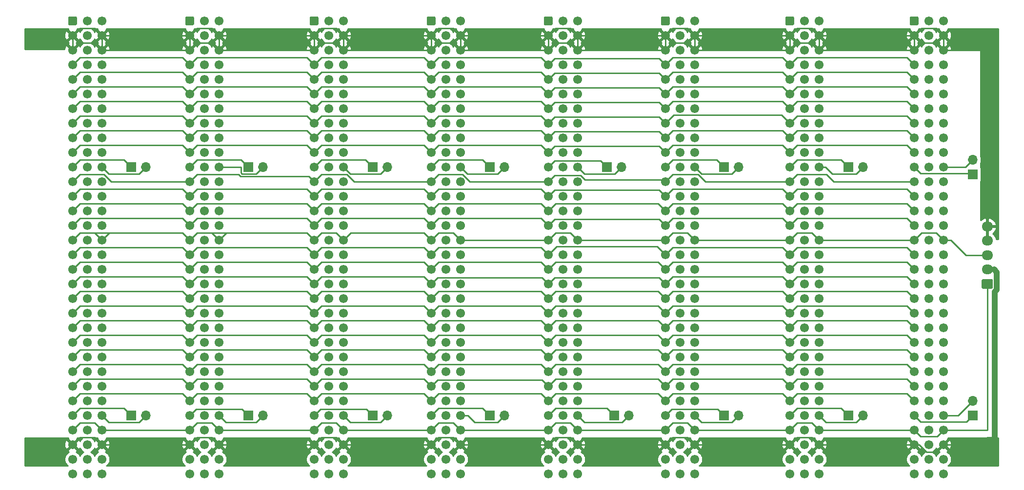
<source format=gbr>
%TF.GenerationSoftware,KiCad,Pcbnew,(5.1.10)-1*%
%TF.CreationDate,2022-01-28T17:59:32+01:00*%
%TF.ProjectId,Backplane,4261636b-706c-4616-9e65-2e6b69636164,rev?*%
%TF.SameCoordinates,Original*%
%TF.FileFunction,Copper,L2,Bot*%
%TF.FilePolarity,Positive*%
%FSLAX46Y46*%
G04 Gerber Fmt 4.6, Leading zero omitted, Abs format (unit mm)*
G04 Created by KiCad (PCBNEW (5.1.10)-1) date 2022-01-28 17:59:32*
%MOMM*%
%LPD*%
G01*
G04 APERTURE LIST*
%TA.AperFunction,ComponentPad*%
%ADD10C,1.550000*%
%TD*%
%TA.AperFunction,ComponentPad*%
%ADD11O,1.700000X1.700000*%
%TD*%
%TA.AperFunction,ComponentPad*%
%ADD12R,1.700000X1.700000*%
%TD*%
%TA.AperFunction,ComponentPad*%
%ADD13O,1.950000X1.700000*%
%TD*%
%TA.AperFunction,Conductor*%
%ADD14C,0.250000*%
%TD*%
%TA.AperFunction,Conductor*%
%ADD15C,1.000000*%
%TD*%
%TA.AperFunction,Conductor*%
%ADD16C,0.254000*%
%TD*%
%TA.AperFunction,Conductor*%
%ADD17C,0.100000*%
%TD*%
G04 APERTURE END LIST*
%TO.P,J1,A1*%
%TO.N,N/C*%
%TA.AperFunction,ComponentPad*%
G36*
G01*
X183375000Y-66565450D02*
X183375000Y-65514550D01*
G75*
G02*
X183624550Y-65265000I249550J0D01*
G01*
X184675450Y-65265000D01*
G75*
G02*
X184925000Y-65514550I0J-249550D01*
G01*
X184925000Y-66565450D01*
G75*
G02*
X184675450Y-66815000I-249550J0D01*
G01*
X183624550Y-66815000D01*
G75*
G02*
X183375000Y-66565450I0J249550D01*
G01*
G37*
%TD.AperFunction*%
D10*
%TO.P,J1,A2*%
%TO.N,GND*%
X184150000Y-68580000D03*
%TO.P,J1,A3*%
X184150000Y-71120000D03*
%TO.P,J1,A4*%
%TO.N,Net-(J1-PadA4)*%
X184150000Y-73660000D03*
%TO.P,J1,A5*%
%TO.N,Net-(J1-PadA5)*%
X184150000Y-76200000D03*
%TO.P,J1,A6*%
%TO.N,Net-(J1-PadA6)*%
X184150000Y-78740000D03*
%TO.P,J1,A7*%
%TO.N,Net-(J1-PadA7)*%
X184150000Y-81280000D03*
%TO.P,J1,A8*%
%TO.N,Net-(J1-PadA8)*%
X184150000Y-83820000D03*
%TO.P,J1,A9*%
%TO.N,Net-(J1-PadA9)*%
X184150000Y-86360000D03*
%TO.P,J1,A10*%
%TO.N,Net-(J1-PadA10)*%
X184150000Y-88900000D03*
%TO.P,J1,A11*%
%TO.N,Net-(J1-PadA11)*%
X184150000Y-91440000D03*
%TO.P,J1,A12*%
%TO.N,Net-(J1-PadA12)*%
X184150000Y-93980000D03*
%TO.P,J1,A13*%
%TO.N,Net-(J1-PadA13)*%
X184150000Y-96520000D03*
%TO.P,J1,A14*%
%TO.N,Net-(J1-PadA14)*%
X184150000Y-99060000D03*
%TO.P,J1,A15*%
%TO.N,Net-(J1-PadA15)*%
X184150000Y-101600000D03*
%TO.P,J1,A16*%
%TO.N,-5V*%
X184150000Y-104140000D03*
%TO.P,J1,A17*%
%TO.N,Net-(J1-PadA17)*%
X184150000Y-106680000D03*
%TO.P,J1,A18*%
%TO.N,Net-(J1-PadA18)*%
X184150000Y-109220000D03*
%TO.P,J1,A19*%
%TO.N,Net-(J1-PadA19)*%
X184150000Y-111760000D03*
%TO.P,J1,A20*%
%TO.N,Net-(J1-PadA20)*%
X184150000Y-114300000D03*
%TO.P,J1,A21*%
%TO.N,Net-(J1-PadA21)*%
X184150000Y-116840000D03*
%TO.P,J1,A22*%
%TO.N,Net-(J1-PadA22)*%
X184150000Y-119380000D03*
%TO.P,J1,A23*%
%TO.N,Net-(J1-PadA23)*%
X184150000Y-121920000D03*
%TO.P,J1,A24*%
%TO.N,Net-(J1-PadA24)*%
X184150000Y-124460000D03*
%TO.P,J1,A25*%
%TO.N,Net-(J1-PadA25)*%
X184150000Y-127000000D03*
%TO.P,J1,A26*%
%TO.N,Net-(J1-PadA26)*%
X184150000Y-129540000D03*
%TO.P,J1,A27*%
%TO.N,Net-(J1-PadA27)*%
X184150000Y-132080000D03*
%TO.P,J1,A28*%
%TO.N,Net-(J1-PadA28)*%
X184150000Y-134620000D03*
%TO.P,J1,A29*%
%TO.N,+12P*%
X184150000Y-137160000D03*
%TO.P,J1,A30*%
%TO.N,+5P*%
X184150000Y-139700000D03*
%TO.P,J1,A31*%
%TO.N,N/C*%
X184150000Y-142240000D03*
%TO.P,J1,A32*%
X184150000Y-144780000D03*
%TO.P,J1,b1*%
X186690000Y-66040000D03*
%TO.P,J1,b2*%
X186690000Y-68580000D03*
%TO.P,J1,b3*%
X186690000Y-71120000D03*
%TO.P,J1,b4*%
X186690000Y-73660000D03*
%TO.P,J1,b5*%
X186690000Y-76200000D03*
%TO.P,J1,b6*%
X186690000Y-78740000D03*
%TO.P,J1,b7*%
X186690000Y-81280000D03*
%TO.P,J1,b8*%
X186690000Y-83820000D03*
%TO.P,J1,b9*%
X186690000Y-86360000D03*
%TO.P,J1,b10*%
X186690000Y-88900000D03*
%TO.P,J1,b11*%
X186690000Y-91440000D03*
%TO.P,J1,b12*%
X186690000Y-93980000D03*
%TO.P,J1,b13*%
X186690000Y-96520000D03*
%TO.P,J1,b14*%
X186690000Y-99060000D03*
%TO.P,J1,b15*%
X186690000Y-101600000D03*
%TO.P,J1,b16*%
X186690000Y-104140000D03*
%TO.P,J1,b17*%
X186690000Y-106680000D03*
%TO.P,J1,b18*%
X186690000Y-109220000D03*
%TO.P,J1,b19*%
X186690000Y-111760000D03*
%TO.P,J1,b20*%
X186690000Y-114300000D03*
%TO.P,J1,b21*%
X186690000Y-116840000D03*
%TO.P,J1,b22*%
X186690000Y-119380000D03*
%TO.P,J1,b23*%
X186690000Y-121920000D03*
%TO.P,J1,b24*%
X186690000Y-124460000D03*
%TO.P,J1,b25*%
X186690000Y-127000000D03*
%TO.P,J1,b26*%
X186690000Y-129540000D03*
%TO.P,J1,b27*%
X186690000Y-132080000D03*
%TO.P,J1,b28*%
X186690000Y-134620000D03*
%TO.P,J1,b29*%
X186690000Y-137160000D03*
%TO.P,J1,b30*%
X186690000Y-139700000D03*
%TO.P,J1,b31*%
X186690000Y-142240000D03*
%TO.P,J1,b32*%
X186690000Y-144780000D03*
%TO.P,J1,C1*%
X189230000Y-66040000D03*
%TO.P,J1,C2*%
%TO.N,GND*%
X189230000Y-68580000D03*
%TO.P,J1,C3*%
X189230000Y-71120000D03*
%TO.P,J1,C4*%
%TO.N,Net-(J1-PadC4)*%
X189230000Y-73660000D03*
%TO.P,J1,C5*%
%TO.N,Net-(J1-PadC5)*%
X189230000Y-76200000D03*
%TO.P,J1,C6*%
%TO.N,Net-(J1-PadC6)*%
X189230000Y-78740000D03*
%TO.P,J1,C7*%
%TO.N,Net-(J1-PadC7)*%
X189230000Y-81280000D03*
%TO.P,J1,C8*%
%TO.N,Net-(J1-PadC8)*%
X189230000Y-83820000D03*
%TO.P,J1,C9*%
%TO.N,Net-(J1-PadC9)*%
X189230000Y-86360000D03*
%TO.P,J1,C10*%
%TO.N,Net-(J1-PadC10)*%
X189230000Y-88900000D03*
%TO.P,J1,C11*%
%TO.N,Net-(J1-PadC11)*%
X189230000Y-91440000D03*
%TO.P,J1,C12*%
%TO.N,Net-(J1-PadC12)*%
X189230000Y-93980000D03*
%TO.P,J1,C13*%
%TO.N,Net-(J1-PadC13)*%
X189230000Y-96520000D03*
%TO.P,J1,C14*%
%TO.N,Net-(J1-PadC14)*%
X189230000Y-99060000D03*
%TO.P,J1,C15*%
%TO.N,Net-(J1-PadC15)*%
X189230000Y-101600000D03*
%TO.P,J1,C16*%
%TO.N,-5V*%
X189230000Y-104140000D03*
%TO.P,J1,C17*%
%TO.N,Net-(J1-PadC17)*%
X189230000Y-106680000D03*
%TO.P,J1,C18*%
%TO.N,Net-(J1-PadC18)*%
X189230000Y-109220000D03*
%TO.P,J1,C19*%
%TO.N,Net-(J1-PadC19)*%
X189230000Y-111760000D03*
%TO.P,J1,C20*%
%TO.N,Net-(J1-PadC20)*%
X189230000Y-114300000D03*
%TO.P,J1,C21*%
%TO.N,Net-(J1-PadC21)*%
X189230000Y-116840000D03*
%TO.P,J1,C22*%
%TO.N,Net-(J1-PadC22)*%
X189230000Y-119380000D03*
%TO.P,J1,C23*%
%TO.N,Net-(J1-PadC23)*%
X189230000Y-121920000D03*
%TO.P,J1,C24*%
%TO.N,Net-(J1-PadC24)*%
X189230000Y-124460000D03*
%TO.P,J1,C25*%
%TO.N,Net-(J1-PadC25)*%
X189230000Y-127000000D03*
%TO.P,J1,C26*%
%TO.N,Net-(J1-PadC26)*%
X189230000Y-129540000D03*
%TO.P,J1,C27*%
%TO.N,Net-(J1-PadC27)*%
X189230000Y-132080000D03*
%TO.P,J1,C28*%
%TO.N,Net-(J1-PadC28)*%
X189230000Y-134620000D03*
%TO.P,J1,C29*%
%TO.N,+12P*%
X189230000Y-137160000D03*
%TO.P,J1,C30*%
%TO.N,+5P*%
X189230000Y-139700000D03*
%TO.P,J1,C31*%
%TO.N,N/C*%
X189230000Y-142240000D03*
%TO.P,J1,C32*%
X189230000Y-144780000D03*
%TD*%
D11*
%TO.P,J2,2*%
%TO.N,Net-(J1-PadC11)*%
X196850000Y-91440000D03*
D12*
%TO.P,J2,1*%
%TO.N,Net-(J1-PadA11)*%
X194310000Y-91440000D03*
%TD*%
D11*
%TO.P,J3,2*%
%TO.N,Net-(J1-PadC28)*%
X196850000Y-134620000D03*
D12*
%TO.P,J3,1*%
%TO.N,Net-(J1-PadA28)*%
X194310000Y-134620000D03*
%TD*%
D10*
%TO.P,J4,C32*%
%TO.N,N/C*%
X85090000Y-144780000D03*
%TO.P,J4,C31*%
X85090000Y-142240000D03*
%TO.P,J4,C30*%
%TO.N,+5P*%
X85090000Y-139700000D03*
%TO.P,J4,C29*%
%TO.N,+12P*%
X85090000Y-137160000D03*
%TO.P,J4,C28*%
%TO.N,Net-(J4-PadC28)*%
X85090000Y-134620000D03*
%TO.P,J4,C27*%
%TO.N,Net-(J1-PadC27)*%
X85090000Y-132080000D03*
%TO.P,J4,C26*%
%TO.N,Net-(J1-PadC26)*%
X85090000Y-129540000D03*
%TO.P,J4,C25*%
%TO.N,Net-(J1-PadC25)*%
X85090000Y-127000000D03*
%TO.P,J4,C24*%
%TO.N,Net-(J1-PadC24)*%
X85090000Y-124460000D03*
%TO.P,J4,C23*%
%TO.N,Net-(J1-PadC23)*%
X85090000Y-121920000D03*
%TO.P,J4,C22*%
%TO.N,Net-(J1-PadC22)*%
X85090000Y-119380000D03*
%TO.P,J4,C21*%
%TO.N,Net-(J1-PadC21)*%
X85090000Y-116840000D03*
%TO.P,J4,C20*%
%TO.N,Net-(J1-PadC20)*%
X85090000Y-114300000D03*
%TO.P,J4,C19*%
%TO.N,Net-(J1-PadC19)*%
X85090000Y-111760000D03*
%TO.P,J4,C18*%
%TO.N,Net-(J1-PadC18)*%
X85090000Y-109220000D03*
%TO.P,J4,C17*%
%TO.N,Net-(J1-PadC17)*%
X85090000Y-106680000D03*
%TO.P,J4,C16*%
%TO.N,-5V*%
X85090000Y-104140000D03*
%TO.P,J4,C15*%
%TO.N,Net-(J1-PadC15)*%
X85090000Y-101600000D03*
%TO.P,J4,C14*%
%TO.N,Net-(J1-PadC14)*%
X85090000Y-99060000D03*
%TO.P,J4,C13*%
%TO.N,Net-(J1-PadC13)*%
X85090000Y-96520000D03*
%TO.P,J4,C12*%
%TO.N,Net-(J1-PadC12)*%
X85090000Y-93980000D03*
%TO.P,J4,C11*%
%TO.N,Net-(J4-PadC11)*%
X85090000Y-91440000D03*
%TO.P,J4,C10*%
%TO.N,Net-(J1-PadC10)*%
X85090000Y-88900000D03*
%TO.P,J4,C9*%
%TO.N,Net-(J1-PadC9)*%
X85090000Y-86360000D03*
%TO.P,J4,C8*%
%TO.N,Net-(J1-PadC8)*%
X85090000Y-83820000D03*
%TO.P,J4,C7*%
%TO.N,Net-(J1-PadC7)*%
X85090000Y-81280000D03*
%TO.P,J4,C6*%
%TO.N,Net-(J1-PadC6)*%
X85090000Y-78740000D03*
%TO.P,J4,C5*%
%TO.N,Net-(J1-PadC5)*%
X85090000Y-76200000D03*
%TO.P,J4,C4*%
%TO.N,Net-(J1-PadC4)*%
X85090000Y-73660000D03*
%TO.P,J4,C3*%
%TO.N,GND*%
X85090000Y-71120000D03*
%TO.P,J4,C2*%
X85090000Y-68580000D03*
%TO.P,J4,C1*%
%TO.N,N/C*%
X85090000Y-66040000D03*
%TO.P,J4,b32*%
X82550000Y-144780000D03*
%TO.P,J4,b31*%
X82550000Y-142240000D03*
%TO.P,J4,b30*%
X82550000Y-139700000D03*
%TO.P,J4,b29*%
X82550000Y-137160000D03*
%TO.P,J4,b28*%
X82550000Y-134620000D03*
%TO.P,J4,b27*%
X82550000Y-132080000D03*
%TO.P,J4,b26*%
X82550000Y-129540000D03*
%TO.P,J4,b25*%
X82550000Y-127000000D03*
%TO.P,J4,b24*%
X82550000Y-124460000D03*
%TO.P,J4,b23*%
X82550000Y-121920000D03*
%TO.P,J4,b22*%
X82550000Y-119380000D03*
%TO.P,J4,b21*%
X82550000Y-116840000D03*
%TO.P,J4,b20*%
X82550000Y-114300000D03*
%TO.P,J4,b19*%
X82550000Y-111760000D03*
%TO.P,J4,b18*%
X82550000Y-109220000D03*
%TO.P,J4,b17*%
X82550000Y-106680000D03*
%TO.P,J4,b16*%
X82550000Y-104140000D03*
%TO.P,J4,b15*%
X82550000Y-101600000D03*
%TO.P,J4,b14*%
X82550000Y-99060000D03*
%TO.P,J4,b13*%
X82550000Y-96520000D03*
%TO.P,J4,b12*%
X82550000Y-93980000D03*
%TO.P,J4,b11*%
X82550000Y-91440000D03*
%TO.P,J4,b10*%
X82550000Y-88900000D03*
%TO.P,J4,b9*%
X82550000Y-86360000D03*
%TO.P,J4,b8*%
X82550000Y-83820000D03*
%TO.P,J4,b7*%
X82550000Y-81280000D03*
%TO.P,J4,b6*%
X82550000Y-78740000D03*
%TO.P,J4,b5*%
X82550000Y-76200000D03*
%TO.P,J4,b4*%
X82550000Y-73660000D03*
%TO.P,J4,b3*%
X82550000Y-71120000D03*
%TO.P,J4,b2*%
X82550000Y-68580000D03*
%TO.P,J4,b1*%
X82550000Y-66040000D03*
%TO.P,J4,A32*%
X80010000Y-144780000D03*
%TO.P,J4,A31*%
X80010000Y-142240000D03*
%TO.P,J4,A30*%
%TO.N,+5P*%
X80010000Y-139700000D03*
%TO.P,J4,A29*%
%TO.N,+12P*%
X80010000Y-137160000D03*
%TO.P,J4,A28*%
%TO.N,Net-(J4-PadA28)*%
X80010000Y-134620000D03*
%TO.P,J4,A27*%
%TO.N,Net-(J1-PadA27)*%
X80010000Y-132080000D03*
%TO.P,J4,A26*%
%TO.N,Net-(J1-PadA26)*%
X80010000Y-129540000D03*
%TO.P,J4,A25*%
%TO.N,Net-(J1-PadA25)*%
X80010000Y-127000000D03*
%TO.P,J4,A24*%
%TO.N,Net-(J1-PadA24)*%
X80010000Y-124460000D03*
%TO.P,J4,A23*%
%TO.N,Net-(J1-PadA23)*%
X80010000Y-121920000D03*
%TO.P,J4,A22*%
%TO.N,Net-(J1-PadA22)*%
X80010000Y-119380000D03*
%TO.P,J4,A21*%
%TO.N,Net-(J1-PadA21)*%
X80010000Y-116840000D03*
%TO.P,J4,A20*%
%TO.N,Net-(J1-PadA20)*%
X80010000Y-114300000D03*
%TO.P,J4,A19*%
%TO.N,Net-(J1-PadA19)*%
X80010000Y-111760000D03*
%TO.P,J4,A18*%
%TO.N,Net-(J1-PadA18)*%
X80010000Y-109220000D03*
%TO.P,J4,A17*%
%TO.N,Net-(J1-PadA17)*%
X80010000Y-106680000D03*
%TO.P,J4,A16*%
%TO.N,-5V*%
X80010000Y-104140000D03*
%TO.P,J4,A15*%
%TO.N,Net-(J1-PadA15)*%
X80010000Y-101600000D03*
%TO.P,J4,A14*%
%TO.N,Net-(J1-PadA14)*%
X80010000Y-99060000D03*
%TO.P,J4,A13*%
%TO.N,Net-(J1-PadA13)*%
X80010000Y-96520000D03*
%TO.P,J4,A12*%
%TO.N,Net-(J1-PadA12)*%
X80010000Y-93980000D03*
%TO.P,J4,A11*%
%TO.N,Net-(J4-PadA11)*%
X80010000Y-91440000D03*
%TO.P,J4,A10*%
%TO.N,Net-(J1-PadA10)*%
X80010000Y-88900000D03*
%TO.P,J4,A9*%
%TO.N,Net-(J1-PadA9)*%
X80010000Y-86360000D03*
%TO.P,J4,A8*%
%TO.N,Net-(J1-PadA8)*%
X80010000Y-83820000D03*
%TO.P,J4,A7*%
%TO.N,Net-(J1-PadA7)*%
X80010000Y-81280000D03*
%TO.P,J4,A6*%
%TO.N,Net-(J1-PadA6)*%
X80010000Y-78740000D03*
%TO.P,J4,A5*%
%TO.N,Net-(J1-PadA5)*%
X80010000Y-76200000D03*
%TO.P,J4,A4*%
%TO.N,Net-(J1-PadA4)*%
X80010000Y-73660000D03*
%TO.P,J4,A3*%
%TO.N,GND*%
X80010000Y-71120000D03*
%TO.P,J4,A2*%
X80010000Y-68580000D03*
%TO.P,J4,A1*%
%TO.N,N/C*%
%TA.AperFunction,ComponentPad*%
G36*
G01*
X79235000Y-66565450D02*
X79235000Y-65514550D01*
G75*
G02*
X79484550Y-65265000I249550J0D01*
G01*
X80535450Y-65265000D01*
G75*
G02*
X80785000Y-65514550I0J-249550D01*
G01*
X80785000Y-66565450D01*
G75*
G02*
X80535450Y-66815000I-249550J0D01*
G01*
X79484550Y-66815000D01*
G75*
G02*
X79235000Y-66565450I0J249550D01*
G01*
G37*
%TD.AperFunction*%
%TD*%
D12*
%TO.P,J5,1*%
%TO.N,Net-(J4-PadA11)*%
X90170000Y-91440000D03*
D11*
%TO.P,J5,2*%
%TO.N,Net-(J4-PadC11)*%
X92710000Y-91440000D03*
%TD*%
D12*
%TO.P,J6,1*%
%TO.N,Net-(J4-PadA28)*%
X90170000Y-134620000D03*
D11*
%TO.P,J6,2*%
%TO.N,Net-(J4-PadC28)*%
X92710000Y-134620000D03*
%TD*%
%TO.P,J7,A1*%
%TO.N,N/C*%
%TA.AperFunction,ComponentPad*%
G36*
G01*
X121145000Y-66565450D02*
X121145000Y-65514550D01*
G75*
G02*
X121394550Y-65265000I249550J0D01*
G01*
X122445450Y-65265000D01*
G75*
G02*
X122695000Y-65514550I0J-249550D01*
G01*
X122695000Y-66565450D01*
G75*
G02*
X122445450Y-66815000I-249550J0D01*
G01*
X121394550Y-66815000D01*
G75*
G02*
X121145000Y-66565450I0J249550D01*
G01*
G37*
%TD.AperFunction*%
D10*
%TO.P,J7,A2*%
%TO.N,GND*%
X121920000Y-68580000D03*
%TO.P,J7,A3*%
X121920000Y-71120000D03*
%TO.P,J7,A4*%
%TO.N,Net-(J1-PadA4)*%
X121920000Y-73660000D03*
%TO.P,J7,A5*%
%TO.N,Net-(J1-PadA5)*%
X121920000Y-76200000D03*
%TO.P,J7,A6*%
%TO.N,Net-(J1-PadA6)*%
X121920000Y-78740000D03*
%TO.P,J7,A7*%
%TO.N,Net-(J1-PadA7)*%
X121920000Y-81280000D03*
%TO.P,J7,A8*%
%TO.N,Net-(J1-PadA8)*%
X121920000Y-83820000D03*
%TO.P,J7,A9*%
%TO.N,Net-(J1-PadA9)*%
X121920000Y-86360000D03*
%TO.P,J7,A10*%
%TO.N,Net-(J1-PadA10)*%
X121920000Y-88900000D03*
%TO.P,J7,A11*%
%TO.N,Net-(J7-PadA11)*%
X121920000Y-91440000D03*
%TO.P,J7,A12*%
%TO.N,Net-(J1-PadA12)*%
X121920000Y-93980000D03*
%TO.P,J7,A13*%
%TO.N,Net-(J1-PadA13)*%
X121920000Y-96520000D03*
%TO.P,J7,A14*%
%TO.N,Net-(J1-PadA14)*%
X121920000Y-99060000D03*
%TO.P,J7,A15*%
%TO.N,Net-(J1-PadA15)*%
X121920000Y-101600000D03*
%TO.P,J7,A16*%
%TO.N,-5V*%
X121920000Y-104140000D03*
%TO.P,J7,A17*%
%TO.N,Net-(J1-PadA17)*%
X121920000Y-106680000D03*
%TO.P,J7,A18*%
%TO.N,Net-(J1-PadA18)*%
X121920000Y-109220000D03*
%TO.P,J7,A19*%
%TO.N,Net-(J1-PadA19)*%
X121920000Y-111760000D03*
%TO.P,J7,A20*%
%TO.N,Net-(J1-PadA20)*%
X121920000Y-114300000D03*
%TO.P,J7,A21*%
%TO.N,Net-(J1-PadA21)*%
X121920000Y-116840000D03*
%TO.P,J7,A22*%
%TO.N,Net-(J1-PadA22)*%
X121920000Y-119380000D03*
%TO.P,J7,A23*%
%TO.N,Net-(J1-PadA23)*%
X121920000Y-121920000D03*
%TO.P,J7,A24*%
%TO.N,Net-(J1-PadA24)*%
X121920000Y-124460000D03*
%TO.P,J7,A25*%
%TO.N,Net-(J1-PadA25)*%
X121920000Y-127000000D03*
%TO.P,J7,A26*%
%TO.N,Net-(J1-PadA26)*%
X121920000Y-129540000D03*
%TO.P,J7,A27*%
%TO.N,Net-(J1-PadA27)*%
X121920000Y-132080000D03*
%TO.P,J7,A28*%
%TO.N,Net-(J7-PadA28)*%
X121920000Y-134620000D03*
%TO.P,J7,A29*%
%TO.N,+12P*%
X121920000Y-137160000D03*
%TO.P,J7,A30*%
%TO.N,+5P*%
X121920000Y-139700000D03*
%TO.P,J7,A31*%
%TO.N,N/C*%
X121920000Y-142240000D03*
%TO.P,J7,A32*%
X121920000Y-144780000D03*
%TO.P,J7,b1*%
X124460000Y-66040000D03*
%TO.P,J7,b2*%
X124460000Y-68580000D03*
%TO.P,J7,b3*%
X124460000Y-71120000D03*
%TO.P,J7,b4*%
X124460000Y-73660000D03*
%TO.P,J7,b5*%
X124460000Y-76200000D03*
%TO.P,J7,b6*%
X124460000Y-78740000D03*
%TO.P,J7,b7*%
X124460000Y-81280000D03*
%TO.P,J7,b8*%
X124460000Y-83820000D03*
%TO.P,J7,b9*%
X124460000Y-86360000D03*
%TO.P,J7,b10*%
X124460000Y-88900000D03*
%TO.P,J7,b11*%
X124460000Y-91440000D03*
%TO.P,J7,b12*%
X124460000Y-93980000D03*
%TO.P,J7,b13*%
X124460000Y-96520000D03*
%TO.P,J7,b14*%
X124460000Y-99060000D03*
%TO.P,J7,b15*%
X124460000Y-101600000D03*
%TO.P,J7,b16*%
X124460000Y-104140000D03*
%TO.P,J7,b17*%
X124460000Y-106680000D03*
%TO.P,J7,b18*%
X124460000Y-109220000D03*
%TO.P,J7,b19*%
X124460000Y-111760000D03*
%TO.P,J7,b20*%
X124460000Y-114300000D03*
%TO.P,J7,b21*%
X124460000Y-116840000D03*
%TO.P,J7,b22*%
X124460000Y-119380000D03*
%TO.P,J7,b23*%
X124460000Y-121920000D03*
%TO.P,J7,b24*%
X124460000Y-124460000D03*
%TO.P,J7,b25*%
X124460000Y-127000000D03*
%TO.P,J7,b26*%
X124460000Y-129540000D03*
%TO.P,J7,b27*%
X124460000Y-132080000D03*
%TO.P,J7,b28*%
X124460000Y-134620000D03*
%TO.P,J7,b29*%
X124460000Y-137160000D03*
%TO.P,J7,b30*%
X124460000Y-139700000D03*
%TO.P,J7,b31*%
X124460000Y-142240000D03*
%TO.P,J7,b32*%
X124460000Y-144780000D03*
%TO.P,J7,C1*%
X127000000Y-66040000D03*
%TO.P,J7,C2*%
%TO.N,GND*%
X127000000Y-68580000D03*
%TO.P,J7,C3*%
X127000000Y-71120000D03*
%TO.P,J7,C4*%
%TO.N,Net-(J1-PadC4)*%
X127000000Y-73660000D03*
%TO.P,J7,C5*%
%TO.N,Net-(J1-PadC5)*%
X127000000Y-76200000D03*
%TO.P,J7,C6*%
%TO.N,Net-(J1-PadC6)*%
X127000000Y-78740000D03*
%TO.P,J7,C7*%
%TO.N,Net-(J1-PadC7)*%
X127000000Y-81280000D03*
%TO.P,J7,C8*%
%TO.N,Net-(J1-PadC8)*%
X127000000Y-83820000D03*
%TO.P,J7,C9*%
%TO.N,Net-(J1-PadC9)*%
X127000000Y-86360000D03*
%TO.P,J7,C10*%
%TO.N,Net-(J1-PadC10)*%
X127000000Y-88900000D03*
%TO.P,J7,C11*%
%TO.N,Net-(J7-PadC11)*%
X127000000Y-91440000D03*
%TO.P,J7,C12*%
%TO.N,Net-(J1-PadC12)*%
X127000000Y-93980000D03*
%TO.P,J7,C13*%
%TO.N,Net-(J1-PadC13)*%
X127000000Y-96520000D03*
%TO.P,J7,C14*%
%TO.N,Net-(J1-PadC14)*%
X127000000Y-99060000D03*
%TO.P,J7,C15*%
%TO.N,Net-(J1-PadC15)*%
X127000000Y-101600000D03*
%TO.P,J7,C16*%
%TO.N,-5V*%
X127000000Y-104140000D03*
%TO.P,J7,C17*%
%TO.N,Net-(J1-PadC17)*%
X127000000Y-106680000D03*
%TO.P,J7,C18*%
%TO.N,Net-(J1-PadC18)*%
X127000000Y-109220000D03*
%TO.P,J7,C19*%
%TO.N,Net-(J1-PadC19)*%
X127000000Y-111760000D03*
%TO.P,J7,C20*%
%TO.N,Net-(J1-PadC20)*%
X127000000Y-114300000D03*
%TO.P,J7,C21*%
%TO.N,Net-(J1-PadC21)*%
X127000000Y-116840000D03*
%TO.P,J7,C22*%
%TO.N,Net-(J1-PadC22)*%
X127000000Y-119380000D03*
%TO.P,J7,C23*%
%TO.N,Net-(J1-PadC23)*%
X127000000Y-121920000D03*
%TO.P,J7,C24*%
%TO.N,Net-(J1-PadC24)*%
X127000000Y-124460000D03*
%TO.P,J7,C25*%
%TO.N,Net-(J1-PadC25)*%
X127000000Y-127000000D03*
%TO.P,J7,C26*%
%TO.N,Net-(J1-PadC26)*%
X127000000Y-129540000D03*
%TO.P,J7,C27*%
%TO.N,Net-(J1-PadC27)*%
X127000000Y-132080000D03*
%TO.P,J7,C28*%
%TO.N,Net-(J7-PadC28)*%
X127000000Y-134620000D03*
%TO.P,J7,C29*%
%TO.N,+12P*%
X127000000Y-137160000D03*
%TO.P,J7,C30*%
%TO.N,+5P*%
X127000000Y-139700000D03*
%TO.P,J7,C31*%
%TO.N,N/C*%
X127000000Y-142240000D03*
%TO.P,J7,C32*%
X127000000Y-144780000D03*
%TD*%
D11*
%TO.P,J8,2*%
%TO.N,Net-(J7-PadC11)*%
X134620000Y-91440000D03*
D12*
%TO.P,J8,1*%
%TO.N,Net-(J7-PadA11)*%
X132080000Y-91440000D03*
%TD*%
%TO.P,J9,1*%
%TO.N,Net-(J7-PadA28)*%
X132080000Y-134620000D03*
D11*
%TO.P,J9,2*%
%TO.N,Net-(J7-PadC28)*%
X134620000Y-134620000D03*
%TD*%
D10*
%TO.P,J10,C32*%
%TO.N,N/C*%
X210820000Y-144780000D03*
%TO.P,J10,C31*%
X210820000Y-142240000D03*
%TO.P,J10,C30*%
%TO.N,+5P*%
X210820000Y-139700000D03*
%TO.P,J10,C29*%
%TO.N,+12P*%
X210820000Y-137160000D03*
%TO.P,J10,C28*%
%TO.N,Net-(J10-PadC28)*%
X210820000Y-134620000D03*
%TO.P,J10,C27*%
%TO.N,Net-(J1-PadC27)*%
X210820000Y-132080000D03*
%TO.P,J10,C26*%
%TO.N,Net-(J1-PadC26)*%
X210820000Y-129540000D03*
%TO.P,J10,C25*%
%TO.N,Net-(J1-PadC25)*%
X210820000Y-127000000D03*
%TO.P,J10,C24*%
%TO.N,Net-(J1-PadC24)*%
X210820000Y-124460000D03*
%TO.P,J10,C23*%
%TO.N,Net-(J1-PadC23)*%
X210820000Y-121920000D03*
%TO.P,J10,C22*%
%TO.N,Net-(J1-PadC22)*%
X210820000Y-119380000D03*
%TO.P,J10,C21*%
%TO.N,Net-(J1-PadC21)*%
X210820000Y-116840000D03*
%TO.P,J10,C20*%
%TO.N,Net-(J1-PadC20)*%
X210820000Y-114300000D03*
%TO.P,J10,C19*%
%TO.N,Net-(J1-PadC19)*%
X210820000Y-111760000D03*
%TO.P,J10,C18*%
%TO.N,Net-(J1-PadC18)*%
X210820000Y-109220000D03*
%TO.P,J10,C17*%
%TO.N,Net-(J1-PadC17)*%
X210820000Y-106680000D03*
%TO.P,J10,C16*%
%TO.N,-5V*%
X210820000Y-104140000D03*
%TO.P,J10,C15*%
%TO.N,Net-(J1-PadC15)*%
X210820000Y-101600000D03*
%TO.P,J10,C14*%
%TO.N,Net-(J1-PadC14)*%
X210820000Y-99060000D03*
%TO.P,J10,C13*%
%TO.N,Net-(J1-PadC13)*%
X210820000Y-96520000D03*
%TO.P,J10,C12*%
%TO.N,Net-(J1-PadC12)*%
X210820000Y-93980000D03*
%TO.P,J10,C11*%
%TO.N,Net-(J10-PadC11)*%
X210820000Y-91440000D03*
%TO.P,J10,C10*%
%TO.N,Net-(J1-PadC10)*%
X210820000Y-88900000D03*
%TO.P,J10,C9*%
%TO.N,Net-(J1-PadC9)*%
X210820000Y-86360000D03*
%TO.P,J10,C8*%
%TO.N,Net-(J1-PadC8)*%
X210820000Y-83820000D03*
%TO.P,J10,C7*%
%TO.N,Net-(J1-PadC7)*%
X210820000Y-81280000D03*
%TO.P,J10,C6*%
%TO.N,Net-(J1-PadC6)*%
X210820000Y-78740000D03*
%TO.P,J10,C5*%
%TO.N,Net-(J1-PadC5)*%
X210820000Y-76200000D03*
%TO.P,J10,C4*%
%TO.N,Net-(J1-PadC4)*%
X210820000Y-73660000D03*
%TO.P,J10,C3*%
%TO.N,GND*%
X210820000Y-71120000D03*
%TO.P,J10,C2*%
X210820000Y-68580000D03*
%TO.P,J10,C1*%
%TO.N,N/C*%
X210820000Y-66040000D03*
%TO.P,J10,b32*%
X208280000Y-144780000D03*
%TO.P,J10,b31*%
X208280000Y-142240000D03*
%TO.P,J10,b30*%
X208280000Y-139700000D03*
%TO.P,J10,b29*%
X208280000Y-137160000D03*
%TO.P,J10,b28*%
X208280000Y-134620000D03*
%TO.P,J10,b27*%
X208280000Y-132080000D03*
%TO.P,J10,b26*%
X208280000Y-129540000D03*
%TO.P,J10,b25*%
X208280000Y-127000000D03*
%TO.P,J10,b24*%
X208280000Y-124460000D03*
%TO.P,J10,b23*%
X208280000Y-121920000D03*
%TO.P,J10,b22*%
X208280000Y-119380000D03*
%TO.P,J10,b21*%
X208280000Y-116840000D03*
%TO.P,J10,b20*%
X208280000Y-114300000D03*
%TO.P,J10,b19*%
X208280000Y-111760000D03*
%TO.P,J10,b18*%
X208280000Y-109220000D03*
%TO.P,J10,b17*%
X208280000Y-106680000D03*
%TO.P,J10,b16*%
X208280000Y-104140000D03*
%TO.P,J10,b15*%
X208280000Y-101600000D03*
%TO.P,J10,b14*%
X208280000Y-99060000D03*
%TO.P,J10,b13*%
X208280000Y-96520000D03*
%TO.P,J10,b12*%
X208280000Y-93980000D03*
%TO.P,J10,b11*%
X208280000Y-91440000D03*
%TO.P,J10,b10*%
X208280000Y-88900000D03*
%TO.P,J10,b9*%
X208280000Y-86360000D03*
%TO.P,J10,b8*%
X208280000Y-83820000D03*
%TO.P,J10,b7*%
X208280000Y-81280000D03*
%TO.P,J10,b6*%
X208280000Y-78740000D03*
%TO.P,J10,b5*%
X208280000Y-76200000D03*
%TO.P,J10,b4*%
X208280000Y-73660000D03*
%TO.P,J10,b3*%
X208280000Y-71120000D03*
%TO.P,J10,b2*%
X208280000Y-68580000D03*
%TO.P,J10,b1*%
X208280000Y-66040000D03*
%TO.P,J10,A32*%
X205740000Y-144780000D03*
%TO.P,J10,A31*%
X205740000Y-142240000D03*
%TO.P,J10,A30*%
%TO.N,+5P*%
X205740000Y-139700000D03*
%TO.P,J10,A29*%
%TO.N,+12P*%
X205740000Y-137160000D03*
%TO.P,J10,A28*%
%TO.N,Net-(J10-PadA28)*%
X205740000Y-134620000D03*
%TO.P,J10,A27*%
%TO.N,Net-(J1-PadA27)*%
X205740000Y-132080000D03*
%TO.P,J10,A26*%
%TO.N,Net-(J1-PadA26)*%
X205740000Y-129540000D03*
%TO.P,J10,A25*%
%TO.N,Net-(J1-PadA25)*%
X205740000Y-127000000D03*
%TO.P,J10,A24*%
%TO.N,Net-(J1-PadA24)*%
X205740000Y-124460000D03*
%TO.P,J10,A23*%
%TO.N,Net-(J1-PadA23)*%
X205740000Y-121920000D03*
%TO.P,J10,A22*%
%TO.N,Net-(J1-PadA22)*%
X205740000Y-119380000D03*
%TO.P,J10,A21*%
%TO.N,Net-(J1-PadA21)*%
X205740000Y-116840000D03*
%TO.P,J10,A20*%
%TO.N,Net-(J1-PadA20)*%
X205740000Y-114300000D03*
%TO.P,J10,A19*%
%TO.N,Net-(J1-PadA19)*%
X205740000Y-111760000D03*
%TO.P,J10,A18*%
%TO.N,Net-(J1-PadA18)*%
X205740000Y-109220000D03*
%TO.P,J10,A17*%
%TO.N,Net-(J1-PadA17)*%
X205740000Y-106680000D03*
%TO.P,J10,A16*%
%TO.N,-5V*%
X205740000Y-104140000D03*
%TO.P,J10,A15*%
%TO.N,Net-(J1-PadA15)*%
X205740000Y-101600000D03*
%TO.P,J10,A14*%
%TO.N,Net-(J1-PadA14)*%
X205740000Y-99060000D03*
%TO.P,J10,A13*%
%TO.N,Net-(J1-PadA13)*%
X205740000Y-96520000D03*
%TO.P,J10,A12*%
%TO.N,Net-(J1-PadA12)*%
X205740000Y-93980000D03*
%TO.P,J10,A11*%
%TO.N,Net-(J10-PadA11)*%
X205740000Y-91440000D03*
%TO.P,J10,A10*%
%TO.N,Net-(J1-PadA10)*%
X205740000Y-88900000D03*
%TO.P,J10,A9*%
%TO.N,Net-(J1-PadA9)*%
X205740000Y-86360000D03*
%TO.P,J10,A8*%
%TO.N,Net-(J1-PadA8)*%
X205740000Y-83820000D03*
%TO.P,J10,A7*%
%TO.N,Net-(J1-PadA7)*%
X205740000Y-81280000D03*
%TO.P,J10,A6*%
%TO.N,Net-(J1-PadA6)*%
X205740000Y-78740000D03*
%TO.P,J10,A5*%
%TO.N,Net-(J1-PadA5)*%
X205740000Y-76200000D03*
%TO.P,J10,A4*%
%TO.N,Net-(J1-PadA4)*%
X205740000Y-73660000D03*
%TO.P,J10,A3*%
%TO.N,GND*%
X205740000Y-71120000D03*
%TO.P,J10,A2*%
X205740000Y-68580000D03*
%TO.P,J10,A1*%
%TO.N,N/C*%
%TA.AperFunction,ComponentPad*%
G36*
G01*
X204965000Y-66565450D02*
X204965000Y-65514550D01*
G75*
G02*
X205214550Y-65265000I249550J0D01*
G01*
X206265450Y-65265000D01*
G75*
G02*
X206515000Y-65514550I0J-249550D01*
G01*
X206515000Y-66565450D01*
G75*
G02*
X206265450Y-66815000I-249550J0D01*
G01*
X205214550Y-66815000D01*
G75*
G02*
X204965000Y-66565450I0J249550D01*
G01*
G37*
%TD.AperFunction*%
%TD*%
D12*
%TO.P,J11,1*%
%TO.N,Net-(J10-PadA11)*%
X215900000Y-92710000D03*
D11*
%TO.P,J11,2*%
%TO.N,Net-(J10-PadC11)*%
X215900000Y-90170000D03*
%TD*%
%TO.P,J12,2*%
%TO.N,Net-(J10-PadC28)*%
X215900000Y-132080000D03*
D12*
%TO.P,J12,1*%
%TO.N,Net-(J10-PadA28)*%
X215900000Y-134620000D03*
%TD*%
%TO.P,J13,1*%
%TO.N,+12P*%
%TA.AperFunction,ComponentPad*%
G36*
G01*
X219165000Y-112610000D02*
X217715000Y-112610000D01*
G75*
G02*
X217465000Y-112360000I0J250000D01*
G01*
X217465000Y-111160000D01*
G75*
G02*
X217715000Y-110910000I250000J0D01*
G01*
X219165000Y-110910000D01*
G75*
G02*
X219415000Y-111160000I0J-250000D01*
G01*
X219415000Y-112360000D01*
G75*
G02*
X219165000Y-112610000I-250000J0D01*
G01*
G37*
%TD.AperFunction*%
D13*
%TO.P,J13,2*%
%TO.N,+5P*%
X218440000Y-109260000D03*
%TO.P,J13,3*%
%TO.N,-5V*%
X218440000Y-106760000D03*
%TO.P,J13,4*%
%TO.N,GND*%
X218440000Y-104260000D03*
%TO.P,J13,5*%
X218440000Y-101760000D03*
%TD*%
%TO.P,J14,A1*%
%TO.N,N/C*%
%TA.AperFunction,ComponentPad*%
G36*
G01*
X161785000Y-66565450D02*
X161785000Y-65514550D01*
G75*
G02*
X162034550Y-65265000I249550J0D01*
G01*
X163085450Y-65265000D01*
G75*
G02*
X163335000Y-65514550I0J-249550D01*
G01*
X163335000Y-66565450D01*
G75*
G02*
X163085450Y-66815000I-249550J0D01*
G01*
X162034550Y-66815000D01*
G75*
G02*
X161785000Y-66565450I0J249550D01*
G01*
G37*
%TD.AperFunction*%
D10*
%TO.P,J14,A2*%
%TO.N,GND*%
X162560000Y-68580000D03*
%TO.P,J14,A3*%
X162560000Y-71120000D03*
%TO.P,J14,A4*%
%TO.N,Net-(J1-PadA4)*%
X162560000Y-73660000D03*
%TO.P,J14,A5*%
%TO.N,Net-(J1-PadA5)*%
X162560000Y-76200000D03*
%TO.P,J14,A6*%
%TO.N,Net-(J1-PadA6)*%
X162560000Y-78740000D03*
%TO.P,J14,A7*%
%TO.N,Net-(J1-PadA7)*%
X162560000Y-81280000D03*
%TO.P,J14,A8*%
%TO.N,Net-(J1-PadA8)*%
X162560000Y-83820000D03*
%TO.P,J14,A9*%
%TO.N,Net-(J1-PadA9)*%
X162560000Y-86360000D03*
%TO.P,J14,A10*%
%TO.N,Net-(J1-PadA10)*%
X162560000Y-88900000D03*
%TO.P,J14,A11*%
%TO.N,Net-(J14-PadA11)*%
X162560000Y-91440000D03*
%TO.P,J14,A12*%
%TO.N,Net-(J1-PadA12)*%
X162560000Y-93980000D03*
%TO.P,J14,A13*%
%TO.N,Net-(J1-PadA13)*%
X162560000Y-96520000D03*
%TO.P,J14,A14*%
%TO.N,Net-(J1-PadA14)*%
X162560000Y-99060000D03*
%TO.P,J14,A15*%
%TO.N,Net-(J1-PadA15)*%
X162560000Y-101600000D03*
%TO.P,J14,A16*%
%TO.N,-5V*%
X162560000Y-104140000D03*
%TO.P,J14,A17*%
%TO.N,Net-(J1-PadA17)*%
X162560000Y-106680000D03*
%TO.P,J14,A18*%
%TO.N,Net-(J1-PadA18)*%
X162560000Y-109220000D03*
%TO.P,J14,A19*%
%TO.N,Net-(J1-PadA19)*%
X162560000Y-111760000D03*
%TO.P,J14,A20*%
%TO.N,Net-(J1-PadA20)*%
X162560000Y-114300000D03*
%TO.P,J14,A21*%
%TO.N,Net-(J1-PadA21)*%
X162560000Y-116840000D03*
%TO.P,J14,A22*%
%TO.N,Net-(J1-PadA22)*%
X162560000Y-119380000D03*
%TO.P,J14,A23*%
%TO.N,Net-(J1-PadA23)*%
X162560000Y-121920000D03*
%TO.P,J14,A24*%
%TO.N,Net-(J1-PadA24)*%
X162560000Y-124460000D03*
%TO.P,J14,A25*%
%TO.N,Net-(J1-PadA25)*%
X162560000Y-127000000D03*
%TO.P,J14,A26*%
%TO.N,Net-(J1-PadA26)*%
X162560000Y-129540000D03*
%TO.P,J14,A27*%
%TO.N,Net-(J1-PadA27)*%
X162560000Y-132080000D03*
%TO.P,J14,A28*%
%TO.N,Net-(J14-PadA28)*%
X162560000Y-134620000D03*
%TO.P,J14,A29*%
%TO.N,+12P*%
X162560000Y-137160000D03*
%TO.P,J14,A30*%
%TO.N,+5P*%
X162560000Y-139700000D03*
%TO.P,J14,A31*%
%TO.N,N/C*%
X162560000Y-142240000D03*
%TO.P,J14,A32*%
X162560000Y-144780000D03*
%TO.P,J14,b1*%
X165100000Y-66040000D03*
%TO.P,J14,b2*%
X165100000Y-68580000D03*
%TO.P,J14,b3*%
X165100000Y-71120000D03*
%TO.P,J14,b4*%
X165100000Y-73660000D03*
%TO.P,J14,b5*%
X165100000Y-76200000D03*
%TO.P,J14,b6*%
X165100000Y-78740000D03*
%TO.P,J14,b7*%
X165100000Y-81280000D03*
%TO.P,J14,b8*%
X165100000Y-83820000D03*
%TO.P,J14,b9*%
X165100000Y-86360000D03*
%TO.P,J14,b10*%
X165100000Y-88900000D03*
%TO.P,J14,b11*%
X165100000Y-91440000D03*
%TO.P,J14,b12*%
X165100000Y-93980000D03*
%TO.P,J14,b13*%
X165100000Y-96520000D03*
%TO.P,J14,b14*%
X165100000Y-99060000D03*
%TO.P,J14,b15*%
X165100000Y-101600000D03*
%TO.P,J14,b16*%
X165100000Y-104140000D03*
%TO.P,J14,b17*%
X165100000Y-106680000D03*
%TO.P,J14,b18*%
X165100000Y-109220000D03*
%TO.P,J14,b19*%
X165100000Y-111760000D03*
%TO.P,J14,b20*%
X165100000Y-114300000D03*
%TO.P,J14,b21*%
X165100000Y-116840000D03*
%TO.P,J14,b22*%
X165100000Y-119380000D03*
%TO.P,J14,b23*%
X165100000Y-121920000D03*
%TO.P,J14,b24*%
X165100000Y-124460000D03*
%TO.P,J14,b25*%
X165100000Y-127000000D03*
%TO.P,J14,b26*%
X165100000Y-129540000D03*
%TO.P,J14,b27*%
X165100000Y-132080000D03*
%TO.P,J14,b28*%
X165100000Y-134620000D03*
%TO.P,J14,b29*%
X165100000Y-137160000D03*
%TO.P,J14,b30*%
X165100000Y-139700000D03*
%TO.P,J14,b31*%
X165100000Y-142240000D03*
%TO.P,J14,b32*%
X165100000Y-144780000D03*
%TO.P,J14,C1*%
X167640000Y-66040000D03*
%TO.P,J14,C2*%
%TO.N,GND*%
X167640000Y-68580000D03*
%TO.P,J14,C3*%
X167640000Y-71120000D03*
%TO.P,J14,C4*%
%TO.N,Net-(J1-PadC4)*%
X167640000Y-73660000D03*
%TO.P,J14,C5*%
%TO.N,Net-(J1-PadC5)*%
X167640000Y-76200000D03*
%TO.P,J14,C6*%
%TO.N,Net-(J1-PadC6)*%
X167640000Y-78740000D03*
%TO.P,J14,C7*%
%TO.N,Net-(J1-PadC7)*%
X167640000Y-81280000D03*
%TO.P,J14,C8*%
%TO.N,Net-(J1-PadC8)*%
X167640000Y-83820000D03*
%TO.P,J14,C9*%
%TO.N,Net-(J1-PadC9)*%
X167640000Y-86360000D03*
%TO.P,J14,C10*%
%TO.N,Net-(J1-PadC10)*%
X167640000Y-88900000D03*
%TO.P,J14,C11*%
%TO.N,Net-(J14-PadC11)*%
X167640000Y-91440000D03*
%TO.P,J14,C12*%
%TO.N,Net-(J1-PadC12)*%
X167640000Y-93980000D03*
%TO.P,J14,C13*%
%TO.N,Net-(J1-PadC13)*%
X167640000Y-96520000D03*
%TO.P,J14,C14*%
%TO.N,Net-(J1-PadC14)*%
X167640000Y-99060000D03*
%TO.P,J14,C15*%
%TO.N,Net-(J1-PadC15)*%
X167640000Y-101600000D03*
%TO.P,J14,C16*%
%TO.N,-5V*%
X167640000Y-104140000D03*
%TO.P,J14,C17*%
%TO.N,Net-(J1-PadC17)*%
X167640000Y-106680000D03*
%TO.P,J14,C18*%
%TO.N,Net-(J1-PadC18)*%
X167640000Y-109220000D03*
%TO.P,J14,C19*%
%TO.N,Net-(J1-PadC19)*%
X167640000Y-111760000D03*
%TO.P,J14,C20*%
%TO.N,Net-(J1-PadC20)*%
X167640000Y-114300000D03*
%TO.P,J14,C21*%
%TO.N,Net-(J1-PadC21)*%
X167640000Y-116840000D03*
%TO.P,J14,C22*%
%TO.N,Net-(J1-PadC22)*%
X167640000Y-119380000D03*
%TO.P,J14,C23*%
%TO.N,Net-(J1-PadC23)*%
X167640000Y-121920000D03*
%TO.P,J14,C24*%
%TO.N,Net-(J1-PadC24)*%
X167640000Y-124460000D03*
%TO.P,J14,C25*%
%TO.N,Net-(J1-PadC25)*%
X167640000Y-127000000D03*
%TO.P,J14,C26*%
%TO.N,Net-(J1-PadC26)*%
X167640000Y-129540000D03*
%TO.P,J14,C27*%
%TO.N,Net-(J1-PadC27)*%
X167640000Y-132080000D03*
%TO.P,J14,C28*%
%TO.N,Net-(J14-PadC28)*%
X167640000Y-134620000D03*
%TO.P,J14,C29*%
%TO.N,+12P*%
X167640000Y-137160000D03*
%TO.P,J14,C30*%
%TO.N,+5P*%
X167640000Y-139700000D03*
%TO.P,J14,C31*%
%TO.N,N/C*%
X167640000Y-142240000D03*
%TO.P,J14,C32*%
X167640000Y-144780000D03*
%TD*%
D12*
%TO.P,J15,1*%
%TO.N,Net-(J14-PadA11)*%
X172720000Y-91440000D03*
D11*
%TO.P,J15,2*%
%TO.N,Net-(J14-PadC11)*%
X175260000Y-91440000D03*
%TD*%
D12*
%TO.P,J16,1*%
%TO.N,Net-(J14-PadA28)*%
X172720000Y-134620000D03*
D11*
%TO.P,J16,2*%
%TO.N,Net-(J14-PadC28)*%
X175260000Y-134620000D03*
%TD*%
D10*
%TO.P,J17,C32*%
%TO.N,N/C*%
X147320000Y-144780000D03*
%TO.P,J17,C31*%
X147320000Y-142240000D03*
%TO.P,J17,C30*%
%TO.N,+5P*%
X147320000Y-139700000D03*
%TO.P,J17,C29*%
%TO.N,+12P*%
X147320000Y-137160000D03*
%TO.P,J17,C28*%
%TO.N,Net-(J17-PadC28)*%
X147320000Y-134620000D03*
%TO.P,J17,C27*%
%TO.N,Net-(J1-PadC27)*%
X147320000Y-132080000D03*
%TO.P,J17,C26*%
%TO.N,Net-(J1-PadC26)*%
X147320000Y-129540000D03*
%TO.P,J17,C25*%
%TO.N,Net-(J1-PadC25)*%
X147320000Y-127000000D03*
%TO.P,J17,C24*%
%TO.N,Net-(J1-PadC24)*%
X147320000Y-124460000D03*
%TO.P,J17,C23*%
%TO.N,Net-(J1-PadC23)*%
X147320000Y-121920000D03*
%TO.P,J17,C22*%
%TO.N,Net-(J1-PadC22)*%
X147320000Y-119380000D03*
%TO.P,J17,C21*%
%TO.N,Net-(J1-PadC21)*%
X147320000Y-116840000D03*
%TO.P,J17,C20*%
%TO.N,Net-(J1-PadC20)*%
X147320000Y-114300000D03*
%TO.P,J17,C19*%
%TO.N,Net-(J1-PadC19)*%
X147320000Y-111760000D03*
%TO.P,J17,C18*%
%TO.N,Net-(J1-PadC18)*%
X147320000Y-109220000D03*
%TO.P,J17,C17*%
%TO.N,Net-(J1-PadC17)*%
X147320000Y-106680000D03*
%TO.P,J17,C16*%
%TO.N,-5V*%
X147320000Y-104140000D03*
%TO.P,J17,C15*%
%TO.N,Net-(J1-PadC15)*%
X147320000Y-101600000D03*
%TO.P,J17,C14*%
%TO.N,Net-(J1-PadC14)*%
X147320000Y-99060000D03*
%TO.P,J17,C13*%
%TO.N,Net-(J1-PadC13)*%
X147320000Y-96520000D03*
%TO.P,J17,C12*%
%TO.N,Net-(J1-PadC12)*%
X147320000Y-93980000D03*
%TO.P,J17,C11*%
%TO.N,Net-(J17-PadC11)*%
X147320000Y-91440000D03*
%TO.P,J17,C10*%
%TO.N,Net-(J1-PadC10)*%
X147320000Y-88900000D03*
%TO.P,J17,C9*%
%TO.N,Net-(J1-PadC9)*%
X147320000Y-86360000D03*
%TO.P,J17,C8*%
%TO.N,Net-(J1-PadC8)*%
X147320000Y-83820000D03*
%TO.P,J17,C7*%
%TO.N,Net-(J1-PadC7)*%
X147320000Y-81280000D03*
%TO.P,J17,C6*%
%TO.N,Net-(J1-PadC6)*%
X147320000Y-78740000D03*
%TO.P,J17,C5*%
%TO.N,Net-(J1-PadC5)*%
X147320000Y-76200000D03*
%TO.P,J17,C4*%
%TO.N,Net-(J1-PadC4)*%
X147320000Y-73660000D03*
%TO.P,J17,C3*%
%TO.N,GND*%
X147320000Y-71120000D03*
%TO.P,J17,C2*%
X147320000Y-68580000D03*
%TO.P,J17,C1*%
%TO.N,N/C*%
X147320000Y-66040000D03*
%TO.P,J17,b32*%
X144780000Y-144780000D03*
%TO.P,J17,b31*%
X144780000Y-142240000D03*
%TO.P,J17,b30*%
X144780000Y-139700000D03*
%TO.P,J17,b29*%
X144780000Y-137160000D03*
%TO.P,J17,b28*%
X144780000Y-134620000D03*
%TO.P,J17,b27*%
X144780000Y-132080000D03*
%TO.P,J17,b26*%
X144780000Y-129540000D03*
%TO.P,J17,b25*%
X144780000Y-127000000D03*
%TO.P,J17,b24*%
X144780000Y-124460000D03*
%TO.P,J17,b23*%
X144780000Y-121920000D03*
%TO.P,J17,b22*%
X144780000Y-119380000D03*
%TO.P,J17,b21*%
X144780000Y-116840000D03*
%TO.P,J17,b20*%
X144780000Y-114300000D03*
%TO.P,J17,b19*%
X144780000Y-111760000D03*
%TO.P,J17,b18*%
X144780000Y-109220000D03*
%TO.P,J17,b17*%
X144780000Y-106680000D03*
%TO.P,J17,b16*%
X144780000Y-104140000D03*
%TO.P,J17,b15*%
X144780000Y-101600000D03*
%TO.P,J17,b14*%
X144780000Y-99060000D03*
%TO.P,J17,b13*%
X144780000Y-96520000D03*
%TO.P,J17,b12*%
X144780000Y-93980000D03*
%TO.P,J17,b11*%
X144780000Y-91440000D03*
%TO.P,J17,b10*%
X144780000Y-88900000D03*
%TO.P,J17,b9*%
X144780000Y-86360000D03*
%TO.P,J17,b8*%
X144780000Y-83820000D03*
%TO.P,J17,b7*%
X144780000Y-81280000D03*
%TO.P,J17,b6*%
X144780000Y-78740000D03*
%TO.P,J17,b5*%
X144780000Y-76200000D03*
%TO.P,J17,b4*%
X144780000Y-73660000D03*
%TO.P,J17,b3*%
X144780000Y-71120000D03*
%TO.P,J17,b2*%
X144780000Y-68580000D03*
%TO.P,J17,b1*%
X144780000Y-66040000D03*
%TO.P,J17,A32*%
X142240000Y-144780000D03*
%TO.P,J17,A31*%
X142240000Y-142240000D03*
%TO.P,J17,A30*%
%TO.N,+5P*%
X142240000Y-139700000D03*
%TO.P,J17,A29*%
%TO.N,+12P*%
X142240000Y-137160000D03*
%TO.P,J17,A28*%
%TO.N,Net-(J17-PadA28)*%
X142240000Y-134620000D03*
%TO.P,J17,A27*%
%TO.N,Net-(J1-PadA27)*%
X142240000Y-132080000D03*
%TO.P,J17,A26*%
%TO.N,Net-(J1-PadA26)*%
X142240000Y-129540000D03*
%TO.P,J17,A25*%
%TO.N,Net-(J1-PadA25)*%
X142240000Y-127000000D03*
%TO.P,J17,A24*%
%TO.N,Net-(J1-PadA24)*%
X142240000Y-124460000D03*
%TO.P,J17,A23*%
%TO.N,Net-(J1-PadA23)*%
X142240000Y-121920000D03*
%TO.P,J17,A22*%
%TO.N,Net-(J1-PadA22)*%
X142240000Y-119380000D03*
%TO.P,J17,A21*%
%TO.N,Net-(J1-PadA21)*%
X142240000Y-116840000D03*
%TO.P,J17,A20*%
%TO.N,Net-(J1-PadA20)*%
X142240000Y-114300000D03*
%TO.P,J17,A19*%
%TO.N,Net-(J1-PadA19)*%
X142240000Y-111760000D03*
%TO.P,J17,A18*%
%TO.N,Net-(J1-PadA18)*%
X142240000Y-109220000D03*
%TO.P,J17,A17*%
%TO.N,Net-(J1-PadA17)*%
X142240000Y-106680000D03*
%TO.P,J17,A16*%
%TO.N,-5V*%
X142240000Y-104140000D03*
%TO.P,J17,A15*%
%TO.N,Net-(J1-PadA15)*%
X142240000Y-101600000D03*
%TO.P,J17,A14*%
%TO.N,Net-(J1-PadA14)*%
X142240000Y-99060000D03*
%TO.P,J17,A13*%
%TO.N,Net-(J1-PadA13)*%
X142240000Y-96520000D03*
%TO.P,J17,A12*%
%TO.N,Net-(J1-PadA12)*%
X142240000Y-93980000D03*
%TO.P,J17,A11*%
%TO.N,Net-(J17-PadA11)*%
X142240000Y-91440000D03*
%TO.P,J17,A10*%
%TO.N,Net-(J1-PadA10)*%
X142240000Y-88900000D03*
%TO.P,J17,A9*%
%TO.N,Net-(J1-PadA9)*%
X142240000Y-86360000D03*
%TO.P,J17,A8*%
%TO.N,Net-(J1-PadA8)*%
X142240000Y-83820000D03*
%TO.P,J17,A7*%
%TO.N,Net-(J1-PadA7)*%
X142240000Y-81280000D03*
%TO.P,J17,A6*%
%TO.N,Net-(J1-PadA6)*%
X142240000Y-78740000D03*
%TO.P,J17,A5*%
%TO.N,Net-(J1-PadA5)*%
X142240000Y-76200000D03*
%TO.P,J17,A4*%
%TO.N,Net-(J1-PadA4)*%
X142240000Y-73660000D03*
%TO.P,J17,A3*%
%TO.N,GND*%
X142240000Y-71120000D03*
%TO.P,J17,A2*%
X142240000Y-68580000D03*
%TO.P,J17,A1*%
%TO.N,N/C*%
%TA.AperFunction,ComponentPad*%
G36*
G01*
X141465000Y-66565450D02*
X141465000Y-65514550D01*
G75*
G02*
X141714550Y-65265000I249550J0D01*
G01*
X142765450Y-65265000D01*
G75*
G02*
X143015000Y-65514550I0J-249550D01*
G01*
X143015000Y-66565450D01*
G75*
G02*
X142765450Y-66815000I-249550J0D01*
G01*
X141714550Y-66815000D01*
G75*
G02*
X141465000Y-66565450I0J249550D01*
G01*
G37*
%TD.AperFunction*%
%TD*%
D11*
%TO.P,J18,2*%
%TO.N,Net-(J17-PadC11)*%
X154940000Y-91440000D03*
D12*
%TO.P,J18,1*%
%TO.N,Net-(J17-PadA11)*%
X152400000Y-91440000D03*
%TD*%
D11*
%TO.P,J19,2*%
%TO.N,Net-(J17-PadC28)*%
X156210000Y-134620000D03*
D12*
%TO.P,J19,1*%
%TO.N,Net-(J17-PadA28)*%
X153670000Y-134620000D03*
%TD*%
D10*
%TO.P,J20,C32*%
%TO.N,N/C*%
X106680000Y-144780000D03*
%TO.P,J20,C31*%
X106680000Y-142240000D03*
%TO.P,J20,C30*%
%TO.N,+5P*%
X106680000Y-139700000D03*
%TO.P,J20,C29*%
%TO.N,+12P*%
X106680000Y-137160000D03*
%TO.P,J20,C28*%
%TO.N,Net-(J20-PadC28)*%
X106680000Y-134620000D03*
%TO.P,J20,C27*%
%TO.N,Net-(J1-PadC27)*%
X106680000Y-132080000D03*
%TO.P,J20,C26*%
%TO.N,Net-(J1-PadC26)*%
X106680000Y-129540000D03*
%TO.P,J20,C25*%
%TO.N,Net-(J1-PadC25)*%
X106680000Y-127000000D03*
%TO.P,J20,C24*%
%TO.N,Net-(J1-PadC24)*%
X106680000Y-124460000D03*
%TO.P,J20,C23*%
%TO.N,Net-(J1-PadC23)*%
X106680000Y-121920000D03*
%TO.P,J20,C22*%
%TO.N,Net-(J1-PadC22)*%
X106680000Y-119380000D03*
%TO.P,J20,C21*%
%TO.N,Net-(J1-PadC21)*%
X106680000Y-116840000D03*
%TO.P,J20,C20*%
%TO.N,Net-(J1-PadC20)*%
X106680000Y-114300000D03*
%TO.P,J20,C19*%
%TO.N,Net-(J1-PadC19)*%
X106680000Y-111760000D03*
%TO.P,J20,C18*%
%TO.N,Net-(J1-PadC18)*%
X106680000Y-109220000D03*
%TO.P,J20,C17*%
%TO.N,Net-(J1-PadC17)*%
X106680000Y-106680000D03*
%TO.P,J20,C16*%
%TO.N,-5V*%
X106680000Y-104140000D03*
%TO.P,J20,C15*%
%TO.N,Net-(J1-PadC15)*%
X106680000Y-101600000D03*
%TO.P,J20,C14*%
%TO.N,Net-(J1-PadC14)*%
X106680000Y-99060000D03*
%TO.P,J20,C13*%
%TO.N,Net-(J1-PadC13)*%
X106680000Y-96520000D03*
%TO.P,J20,C12*%
%TO.N,Net-(J1-PadC12)*%
X106680000Y-93980000D03*
%TO.P,J20,C11*%
%TO.N,Net-(J20-PadC11)*%
X106680000Y-91440000D03*
%TO.P,J20,C10*%
%TO.N,Net-(J1-PadC10)*%
X106680000Y-88900000D03*
%TO.P,J20,C9*%
%TO.N,Net-(J1-PadC9)*%
X106680000Y-86360000D03*
%TO.P,J20,C8*%
%TO.N,Net-(J1-PadC8)*%
X106680000Y-83820000D03*
%TO.P,J20,C7*%
%TO.N,Net-(J1-PadC7)*%
X106680000Y-81280000D03*
%TO.P,J20,C6*%
%TO.N,Net-(J1-PadC6)*%
X106680000Y-78740000D03*
%TO.P,J20,C5*%
%TO.N,Net-(J1-PadC5)*%
X106680000Y-76200000D03*
%TO.P,J20,C4*%
%TO.N,Net-(J1-PadC4)*%
X106680000Y-73660000D03*
%TO.P,J20,C3*%
%TO.N,GND*%
X106680000Y-71120000D03*
%TO.P,J20,C2*%
X106680000Y-68580000D03*
%TO.P,J20,C1*%
%TO.N,N/C*%
X106680000Y-66040000D03*
%TO.P,J20,b32*%
X104140000Y-144780000D03*
%TO.P,J20,b31*%
X104140000Y-142240000D03*
%TO.P,J20,b30*%
X104140000Y-139700000D03*
%TO.P,J20,b29*%
X104140000Y-137160000D03*
%TO.P,J20,b28*%
X104140000Y-134620000D03*
%TO.P,J20,b27*%
X104140000Y-132080000D03*
%TO.P,J20,b26*%
X104140000Y-129540000D03*
%TO.P,J20,b25*%
X104140000Y-127000000D03*
%TO.P,J20,b24*%
X104140000Y-124460000D03*
%TO.P,J20,b23*%
X104140000Y-121920000D03*
%TO.P,J20,b22*%
X104140000Y-119380000D03*
%TO.P,J20,b21*%
X104140000Y-116840000D03*
%TO.P,J20,b20*%
X104140000Y-114300000D03*
%TO.P,J20,b19*%
X104140000Y-111760000D03*
%TO.P,J20,b18*%
X104140000Y-109220000D03*
%TO.P,J20,b17*%
X104140000Y-106680000D03*
%TO.P,J20,b16*%
X104140000Y-104140000D03*
%TO.P,J20,b15*%
X104140000Y-101600000D03*
%TO.P,J20,b14*%
X104140000Y-99060000D03*
%TO.P,J20,b13*%
X104140000Y-96520000D03*
%TO.P,J20,b12*%
X104140000Y-93980000D03*
%TO.P,J20,b11*%
X104140000Y-91440000D03*
%TO.P,J20,b10*%
X104140000Y-88900000D03*
%TO.P,J20,b9*%
X104140000Y-86360000D03*
%TO.P,J20,b8*%
X104140000Y-83820000D03*
%TO.P,J20,b7*%
X104140000Y-81280000D03*
%TO.P,J20,b6*%
X104140000Y-78740000D03*
%TO.P,J20,b5*%
X104140000Y-76200000D03*
%TO.P,J20,b4*%
X104140000Y-73660000D03*
%TO.P,J20,b3*%
X104140000Y-71120000D03*
%TO.P,J20,b2*%
X104140000Y-68580000D03*
%TO.P,J20,b1*%
X104140000Y-66040000D03*
%TO.P,J20,A32*%
X101600000Y-144780000D03*
%TO.P,J20,A31*%
X101600000Y-142240000D03*
%TO.P,J20,A30*%
%TO.N,+5P*%
X101600000Y-139700000D03*
%TO.P,J20,A29*%
%TO.N,+12P*%
X101600000Y-137160000D03*
%TO.P,J20,A28*%
%TO.N,Net-(J20-PadA28)*%
X101600000Y-134620000D03*
%TO.P,J20,A27*%
%TO.N,Net-(J1-PadA27)*%
X101600000Y-132080000D03*
%TO.P,J20,A26*%
%TO.N,Net-(J1-PadA26)*%
X101600000Y-129540000D03*
%TO.P,J20,A25*%
%TO.N,Net-(J1-PadA25)*%
X101600000Y-127000000D03*
%TO.P,J20,A24*%
%TO.N,Net-(J1-PadA24)*%
X101600000Y-124460000D03*
%TO.P,J20,A23*%
%TO.N,Net-(J1-PadA23)*%
X101600000Y-121920000D03*
%TO.P,J20,A22*%
%TO.N,Net-(J1-PadA22)*%
X101600000Y-119380000D03*
%TO.P,J20,A21*%
%TO.N,Net-(J1-PadA21)*%
X101600000Y-116840000D03*
%TO.P,J20,A20*%
%TO.N,Net-(J1-PadA20)*%
X101600000Y-114300000D03*
%TO.P,J20,A19*%
%TO.N,Net-(J1-PadA19)*%
X101600000Y-111760000D03*
%TO.P,J20,A18*%
%TO.N,Net-(J1-PadA18)*%
X101600000Y-109220000D03*
%TO.P,J20,A17*%
%TO.N,Net-(J1-PadA17)*%
X101600000Y-106680000D03*
%TO.P,J20,A16*%
%TO.N,-5V*%
X101600000Y-104140000D03*
%TO.P,J20,A15*%
%TO.N,Net-(J1-PadA15)*%
X101600000Y-101600000D03*
%TO.P,J20,A14*%
%TO.N,Net-(J1-PadA14)*%
X101600000Y-99060000D03*
%TO.P,J20,A13*%
%TO.N,Net-(J1-PadA13)*%
X101600000Y-96520000D03*
%TO.P,J20,A12*%
%TO.N,Net-(J1-PadA12)*%
X101600000Y-93980000D03*
%TO.P,J20,A11*%
%TO.N,Net-(J20-PadA11)*%
X101600000Y-91440000D03*
%TO.P,J20,A10*%
%TO.N,Net-(J1-PadA10)*%
X101600000Y-88900000D03*
%TO.P,J20,A9*%
%TO.N,Net-(J1-PadA9)*%
X101600000Y-86360000D03*
%TO.P,J20,A8*%
%TO.N,Net-(J1-PadA8)*%
X101600000Y-83820000D03*
%TO.P,J20,A7*%
%TO.N,Net-(J1-PadA7)*%
X101600000Y-81280000D03*
%TO.P,J20,A6*%
%TO.N,Net-(J1-PadA6)*%
X101600000Y-78740000D03*
%TO.P,J20,A5*%
%TO.N,Net-(J1-PadA5)*%
X101600000Y-76200000D03*
%TO.P,J20,A4*%
%TO.N,Net-(J1-PadA4)*%
X101600000Y-73660000D03*
%TO.P,J20,A3*%
%TO.N,GND*%
X101600000Y-71120000D03*
%TO.P,J20,A2*%
X101600000Y-68580000D03*
%TO.P,J20,A1*%
%TO.N,N/C*%
%TA.AperFunction,ComponentPad*%
G36*
G01*
X100825000Y-66565450D02*
X100825000Y-65514550D01*
G75*
G02*
X101074550Y-65265000I249550J0D01*
G01*
X102125450Y-65265000D01*
G75*
G02*
X102375000Y-65514550I0J-249550D01*
G01*
X102375000Y-66565450D01*
G75*
G02*
X102125450Y-66815000I-249550J0D01*
G01*
X101074550Y-66815000D01*
G75*
G02*
X100825000Y-66565450I0J249550D01*
G01*
G37*
%TD.AperFunction*%
%TD*%
D11*
%TO.P,J21,2*%
%TO.N,Net-(J20-PadC11)*%
X114300000Y-91440000D03*
D12*
%TO.P,J21,1*%
%TO.N,Net-(J20-PadA11)*%
X111760000Y-91440000D03*
%TD*%
D11*
%TO.P,J22,2*%
%TO.N,Net-(J20-PadC28)*%
X114300000Y-134620000D03*
D12*
%TO.P,J22,1*%
%TO.N,Net-(J20-PadA28)*%
X111760000Y-134620000D03*
%TD*%
%TO.P,J23,A1*%
%TO.N,N/C*%
%TA.AperFunction,ComponentPad*%
G36*
G01*
X58915000Y-66565450D02*
X58915000Y-65514550D01*
G75*
G02*
X59164550Y-65265000I249550J0D01*
G01*
X60215450Y-65265000D01*
G75*
G02*
X60465000Y-65514550I0J-249550D01*
G01*
X60465000Y-66565450D01*
G75*
G02*
X60215450Y-66815000I-249550J0D01*
G01*
X59164550Y-66815000D01*
G75*
G02*
X58915000Y-66565450I0J249550D01*
G01*
G37*
%TD.AperFunction*%
D10*
%TO.P,J23,A2*%
%TO.N,GND*%
X59690000Y-68580000D03*
%TO.P,J23,A3*%
X59690000Y-71120000D03*
%TO.P,J23,A4*%
%TO.N,Net-(J1-PadA4)*%
X59690000Y-73660000D03*
%TO.P,J23,A5*%
%TO.N,Net-(J1-PadA5)*%
X59690000Y-76200000D03*
%TO.P,J23,A6*%
%TO.N,Net-(J1-PadA6)*%
X59690000Y-78740000D03*
%TO.P,J23,A7*%
%TO.N,Net-(J1-PadA7)*%
X59690000Y-81280000D03*
%TO.P,J23,A8*%
%TO.N,Net-(J1-PadA8)*%
X59690000Y-83820000D03*
%TO.P,J23,A9*%
%TO.N,Net-(J1-PadA9)*%
X59690000Y-86360000D03*
%TO.P,J23,A10*%
%TO.N,Net-(J1-PadA10)*%
X59690000Y-88900000D03*
%TO.P,J23,A11*%
%TO.N,Net-(J23-PadA11)*%
X59690000Y-91440000D03*
%TO.P,J23,A12*%
%TO.N,Net-(J1-PadA12)*%
X59690000Y-93980000D03*
%TO.P,J23,A13*%
%TO.N,Net-(J1-PadA13)*%
X59690000Y-96520000D03*
%TO.P,J23,A14*%
%TO.N,Net-(J1-PadA14)*%
X59690000Y-99060000D03*
%TO.P,J23,A15*%
%TO.N,Net-(J1-PadA15)*%
X59690000Y-101600000D03*
%TO.P,J23,A16*%
%TO.N,-5V*%
X59690000Y-104140000D03*
%TO.P,J23,A17*%
%TO.N,Net-(J1-PadA17)*%
X59690000Y-106680000D03*
%TO.P,J23,A18*%
%TO.N,Net-(J1-PadA18)*%
X59690000Y-109220000D03*
%TO.P,J23,A19*%
%TO.N,Net-(J1-PadA19)*%
X59690000Y-111760000D03*
%TO.P,J23,A20*%
%TO.N,Net-(J1-PadA20)*%
X59690000Y-114300000D03*
%TO.P,J23,A21*%
%TO.N,Net-(J1-PadA21)*%
X59690000Y-116840000D03*
%TO.P,J23,A22*%
%TO.N,Net-(J1-PadA22)*%
X59690000Y-119380000D03*
%TO.P,J23,A23*%
%TO.N,Net-(J1-PadA23)*%
X59690000Y-121920000D03*
%TO.P,J23,A24*%
%TO.N,Net-(J1-PadA24)*%
X59690000Y-124460000D03*
%TO.P,J23,A25*%
%TO.N,Net-(J1-PadA25)*%
X59690000Y-127000000D03*
%TO.P,J23,A26*%
%TO.N,Net-(J1-PadA26)*%
X59690000Y-129540000D03*
%TO.P,J23,A27*%
%TO.N,Net-(J1-PadA27)*%
X59690000Y-132080000D03*
%TO.P,J23,A28*%
%TO.N,Net-(J23-PadA28)*%
X59690000Y-134620000D03*
%TO.P,J23,A29*%
%TO.N,+12P*%
X59690000Y-137160000D03*
%TO.P,J23,A30*%
%TO.N,+5P*%
X59690000Y-139700000D03*
%TO.P,J23,A31*%
%TO.N,N/C*%
X59690000Y-142240000D03*
%TO.P,J23,A32*%
X59690000Y-144780000D03*
%TO.P,J23,b1*%
X62230000Y-66040000D03*
%TO.P,J23,b2*%
X62230000Y-68580000D03*
%TO.P,J23,b3*%
X62230000Y-71120000D03*
%TO.P,J23,b4*%
X62230000Y-73660000D03*
%TO.P,J23,b5*%
X62230000Y-76200000D03*
%TO.P,J23,b6*%
X62230000Y-78740000D03*
%TO.P,J23,b7*%
X62230000Y-81280000D03*
%TO.P,J23,b8*%
X62230000Y-83820000D03*
%TO.P,J23,b9*%
X62230000Y-86360000D03*
%TO.P,J23,b10*%
X62230000Y-88900000D03*
%TO.P,J23,b11*%
X62230000Y-91440000D03*
%TO.P,J23,b12*%
X62230000Y-93980000D03*
%TO.P,J23,b13*%
X62230000Y-96520000D03*
%TO.P,J23,b14*%
X62230000Y-99060000D03*
%TO.P,J23,b15*%
X62230000Y-101600000D03*
%TO.P,J23,b16*%
X62230000Y-104140000D03*
%TO.P,J23,b17*%
X62230000Y-106680000D03*
%TO.P,J23,b18*%
X62230000Y-109220000D03*
%TO.P,J23,b19*%
X62230000Y-111760000D03*
%TO.P,J23,b20*%
X62230000Y-114300000D03*
%TO.P,J23,b21*%
X62230000Y-116840000D03*
%TO.P,J23,b22*%
X62230000Y-119380000D03*
%TO.P,J23,b23*%
X62230000Y-121920000D03*
%TO.P,J23,b24*%
X62230000Y-124460000D03*
%TO.P,J23,b25*%
X62230000Y-127000000D03*
%TO.P,J23,b26*%
X62230000Y-129540000D03*
%TO.P,J23,b27*%
X62230000Y-132080000D03*
%TO.P,J23,b28*%
X62230000Y-134620000D03*
%TO.P,J23,b29*%
X62230000Y-137160000D03*
%TO.P,J23,b30*%
X62230000Y-139700000D03*
%TO.P,J23,b31*%
X62230000Y-142240000D03*
%TO.P,J23,b32*%
X62230000Y-144780000D03*
%TO.P,J23,C1*%
X64770000Y-66040000D03*
%TO.P,J23,C2*%
%TO.N,GND*%
X64770000Y-68580000D03*
%TO.P,J23,C3*%
X64770000Y-71120000D03*
%TO.P,J23,C4*%
%TO.N,Net-(J1-PadC4)*%
X64770000Y-73660000D03*
%TO.P,J23,C5*%
%TO.N,Net-(J1-PadC5)*%
X64770000Y-76200000D03*
%TO.P,J23,C6*%
%TO.N,Net-(J1-PadC6)*%
X64770000Y-78740000D03*
%TO.P,J23,C7*%
%TO.N,Net-(J1-PadC7)*%
X64770000Y-81280000D03*
%TO.P,J23,C8*%
%TO.N,Net-(J1-PadC8)*%
X64770000Y-83820000D03*
%TO.P,J23,C9*%
%TO.N,Net-(J1-PadC9)*%
X64770000Y-86360000D03*
%TO.P,J23,C10*%
%TO.N,Net-(J1-PadC10)*%
X64770000Y-88900000D03*
%TO.P,J23,C11*%
%TO.N,Net-(J23-PadC11)*%
X64770000Y-91440000D03*
%TO.P,J23,C12*%
%TO.N,Net-(J1-PadC12)*%
X64770000Y-93980000D03*
%TO.P,J23,C13*%
%TO.N,Net-(J1-PadC13)*%
X64770000Y-96520000D03*
%TO.P,J23,C14*%
%TO.N,Net-(J1-PadC14)*%
X64770000Y-99060000D03*
%TO.P,J23,C15*%
%TO.N,Net-(J1-PadC15)*%
X64770000Y-101600000D03*
%TO.P,J23,C16*%
%TO.N,-5V*%
X64770000Y-104140000D03*
%TO.P,J23,C17*%
%TO.N,Net-(J1-PadC17)*%
X64770000Y-106680000D03*
%TO.P,J23,C18*%
%TO.N,Net-(J1-PadC18)*%
X64770000Y-109220000D03*
%TO.P,J23,C19*%
%TO.N,Net-(J1-PadC19)*%
X64770000Y-111760000D03*
%TO.P,J23,C20*%
%TO.N,Net-(J1-PadC20)*%
X64770000Y-114300000D03*
%TO.P,J23,C21*%
%TO.N,Net-(J1-PadC21)*%
X64770000Y-116840000D03*
%TO.P,J23,C22*%
%TO.N,Net-(J1-PadC22)*%
X64770000Y-119380000D03*
%TO.P,J23,C23*%
%TO.N,Net-(J1-PadC23)*%
X64770000Y-121920000D03*
%TO.P,J23,C24*%
%TO.N,Net-(J1-PadC24)*%
X64770000Y-124460000D03*
%TO.P,J23,C25*%
%TO.N,Net-(J1-PadC25)*%
X64770000Y-127000000D03*
%TO.P,J23,C26*%
%TO.N,Net-(J1-PadC26)*%
X64770000Y-129540000D03*
%TO.P,J23,C27*%
%TO.N,Net-(J1-PadC27)*%
X64770000Y-132080000D03*
%TO.P,J23,C28*%
%TO.N,Net-(J23-PadC28)*%
X64770000Y-134620000D03*
%TO.P,J23,C29*%
%TO.N,+12P*%
X64770000Y-137160000D03*
%TO.P,J23,C30*%
%TO.N,+5P*%
X64770000Y-139700000D03*
%TO.P,J23,C31*%
%TO.N,N/C*%
X64770000Y-142240000D03*
%TO.P,J23,C32*%
X64770000Y-144780000D03*
%TD*%
D12*
%TO.P,J24,1*%
%TO.N,Net-(J23-PadA11)*%
X69850000Y-91440000D03*
D11*
%TO.P,J24,2*%
%TO.N,Net-(J23-PadC11)*%
X72390000Y-91440000D03*
%TD*%
D12*
%TO.P,J25,1*%
%TO.N,Net-(J23-PadA28)*%
X69850000Y-134620000D03*
D11*
%TO.P,J25,2*%
%TO.N,Net-(J23-PadC28)*%
X72390000Y-134620000D03*
%TD*%
D14*
%TO.N,GND*%
X218440000Y-104260000D02*
X218440000Y-101760000D01*
X218440000Y-101760000D02*
X218440000Y-72390000D01*
X217170000Y-71120000D02*
X210820000Y-71120000D01*
X218440000Y-72390000D02*
X217170000Y-71120000D01*
X210820000Y-71120000D02*
X209550000Y-69850000D01*
X209550000Y-69850000D02*
X207010000Y-69850000D01*
X207010000Y-69850000D02*
X205740000Y-71120000D01*
X205740000Y-68580000D02*
X207010000Y-67310000D01*
X207010000Y-67310000D02*
X209550000Y-67310000D01*
X209550000Y-67310000D02*
X210820000Y-68580000D01*
X210820000Y-68580000D02*
X210820000Y-71120000D01*
X205740000Y-68580000D02*
X205740000Y-71120000D01*
X205740000Y-71120000D02*
X189230000Y-71120000D01*
X185420000Y-69850000D02*
X184150000Y-71120000D01*
X187960000Y-69850000D02*
X185420000Y-69850000D01*
X189230000Y-71120000D02*
X187960000Y-69850000D01*
X184150000Y-68580000D02*
X185420000Y-67310000D01*
X185420000Y-67310000D02*
X187960000Y-67310000D01*
X187960000Y-67310000D02*
X189230000Y-68580000D01*
X189230000Y-68580000D02*
X205740000Y-68580000D01*
X189230000Y-68580000D02*
X189230000Y-71120000D01*
X184150000Y-68580000D02*
X184150000Y-71120000D01*
X59690000Y-71120000D02*
X59690000Y-68580000D01*
X64770000Y-71120000D02*
X64770000Y-68580000D01*
X59690000Y-71120000D02*
X60960000Y-69850000D01*
X60960000Y-69850000D02*
X63500000Y-69850000D01*
X63500000Y-69850000D02*
X64770000Y-71120000D01*
X59690000Y-68580000D02*
X60960000Y-67310000D01*
X60960000Y-67310000D02*
X63500000Y-67310000D01*
X63500000Y-67310000D02*
X64770000Y-68580000D01*
X64770000Y-68580000D02*
X80010000Y-68580000D01*
X64770000Y-71120000D02*
X80010000Y-71120000D01*
X80010000Y-71120000D02*
X80010000Y-68580000D01*
X80010000Y-68580000D02*
X81280000Y-67310000D01*
X81280000Y-67310000D02*
X83820000Y-67310000D01*
X83820000Y-67310000D02*
X85090000Y-68580000D01*
X85090000Y-68580000D02*
X85090000Y-71120000D01*
X83820000Y-69850000D02*
X85090000Y-71120000D01*
X81280000Y-69850000D02*
X83820000Y-69850000D01*
X80010000Y-71120000D02*
X81280000Y-69850000D01*
X85090000Y-71120000D02*
X101600000Y-71120000D01*
X85090000Y-68580000D02*
X101600000Y-68580000D01*
X101600000Y-68580000D02*
X101600000Y-71120000D01*
X101600000Y-68580000D02*
X102870000Y-67310000D01*
X102870000Y-67310000D02*
X105410000Y-67310000D01*
X105410000Y-67310000D02*
X106680000Y-68580000D01*
X101600000Y-71120000D02*
X102870000Y-69850000D01*
X102870000Y-69850000D02*
X105410000Y-69850000D01*
X105410000Y-69850000D02*
X106680000Y-71120000D01*
X106680000Y-71120000D02*
X121920000Y-71120000D01*
X106680000Y-68580000D02*
X106680000Y-71120000D01*
X121920000Y-68580000D02*
X121920000Y-71120000D01*
X106680000Y-68580000D02*
X121920000Y-68580000D01*
X121920000Y-68580000D02*
X123190000Y-67310000D01*
X123190000Y-67310000D02*
X125730000Y-67310000D01*
X125730000Y-67310000D02*
X127000000Y-68580000D01*
X121920000Y-71120000D02*
X123190000Y-69850000D01*
X123190000Y-69850000D02*
X125730000Y-69850000D01*
X125730000Y-69850000D02*
X127000000Y-71120000D01*
X127000000Y-71120000D02*
X127000000Y-68580000D01*
X127000000Y-71120000D02*
X142240000Y-71120000D01*
X127000000Y-68580000D02*
X142240000Y-68580000D01*
X142240000Y-71120000D02*
X142240000Y-68580000D01*
X142240000Y-68580000D02*
X143510000Y-67310000D01*
X143510000Y-67310000D02*
X146050000Y-67310000D01*
X146050000Y-67310000D02*
X147320000Y-68580000D01*
X142240000Y-71120000D02*
X143510000Y-69850000D01*
X143510000Y-69850000D02*
X146050000Y-69850000D01*
X146050000Y-69850000D02*
X147320000Y-71120000D01*
X147320000Y-71120000D02*
X162560000Y-71120000D01*
X147320000Y-68580000D02*
X147320000Y-71120000D01*
X162560000Y-68580000D02*
X163830000Y-67310000D01*
X163830000Y-67310000D02*
X166370000Y-67310000D01*
X166370000Y-67310000D02*
X167640000Y-68580000D01*
X147320000Y-68580000D02*
X162560000Y-68580000D01*
X162560000Y-68580000D02*
X162560000Y-71120000D01*
X162560000Y-71120000D02*
X163830000Y-69850000D01*
X163830000Y-69850000D02*
X166370000Y-69850000D01*
X166370000Y-69850000D02*
X167640000Y-71120000D01*
X167640000Y-68580000D02*
X167640000Y-71120000D01*
X167640000Y-71120000D02*
X184150000Y-71120000D01*
X167640000Y-68580000D02*
X184150000Y-68580000D01*
%TO.N,Net-(J1-PadA4)*%
X59690000Y-73660000D02*
X60960000Y-72390000D01*
X60960000Y-72390000D02*
X78740000Y-72390000D01*
X78740000Y-72390000D02*
X80010000Y-73660000D01*
X80010000Y-73660000D02*
X81280000Y-72390000D01*
X81280000Y-72390000D02*
X100330000Y-72390000D01*
X100330000Y-72390000D02*
X101600000Y-73660000D01*
X101600000Y-73660000D02*
X102870000Y-72390000D01*
X120650000Y-72390000D02*
X121920000Y-73660000D01*
X102870000Y-72390000D02*
X120650000Y-72390000D01*
X121920000Y-73660000D02*
X123190000Y-72390000D01*
X140970000Y-72390000D02*
X142240000Y-73660000D01*
X123190000Y-72390000D02*
X140970000Y-72390000D01*
X161459999Y-72559999D02*
X162560000Y-73660000D01*
X143340001Y-72559999D02*
X161459999Y-72559999D01*
X142240000Y-73660000D02*
X143340001Y-72559999D01*
X162560000Y-73660000D02*
X163830000Y-72390000D01*
X182880000Y-72390000D02*
X184150000Y-73660000D01*
X163830000Y-72390000D02*
X182880000Y-72390000D01*
X184150000Y-73660000D02*
X185420000Y-72390000D01*
X204470000Y-72390000D02*
X205740000Y-73660000D01*
X185420000Y-72390000D02*
X204470000Y-72390000D01*
%TO.N,Net-(J1-PadA5)*%
X59690000Y-76200000D02*
X60960000Y-74930000D01*
X60960000Y-74930000D02*
X78740000Y-74930000D01*
X78740000Y-74930000D02*
X80010000Y-76200000D01*
X80010000Y-76200000D02*
X81280000Y-74930000D01*
X81280000Y-74930000D02*
X100330000Y-74930000D01*
X100330000Y-74930000D02*
X101600000Y-76200000D01*
X101600000Y-76200000D02*
X102870000Y-74930000D01*
X120650000Y-74930000D02*
X121920000Y-76200000D01*
X102870000Y-74930000D02*
X120650000Y-74930000D01*
X121920000Y-76200000D02*
X123190000Y-74930000D01*
X140970000Y-74930000D02*
X142240000Y-76200000D01*
X123190000Y-74930000D02*
X140970000Y-74930000D01*
X161459999Y-75099999D02*
X162560000Y-76200000D01*
X143340001Y-75099999D02*
X161459999Y-75099999D01*
X142240000Y-76200000D02*
X143340001Y-75099999D01*
X162560000Y-76200000D02*
X163830000Y-74930000D01*
X182880000Y-74930000D02*
X184150000Y-76200000D01*
X163830000Y-74930000D02*
X182880000Y-74930000D01*
X184150000Y-76200000D02*
X185420000Y-74930000D01*
X204470000Y-74930000D02*
X205740000Y-76200000D01*
X185420000Y-74930000D02*
X204470000Y-74930000D01*
%TO.N,Net-(J1-PadA6)*%
X59690000Y-78740000D02*
X60960000Y-77470000D01*
X78740000Y-77470000D02*
X80010000Y-78740000D01*
X60960000Y-77470000D02*
X78740000Y-77470000D01*
X80010000Y-78740000D02*
X81280000Y-77470000D01*
X81280000Y-77470000D02*
X100330000Y-77470000D01*
X100330000Y-77470000D02*
X101600000Y-78740000D01*
X101600000Y-78740000D02*
X102870000Y-77470000D01*
X120650000Y-77470000D02*
X121920000Y-78740000D01*
X102870000Y-77470000D02*
X120650000Y-77470000D01*
X121920000Y-78740000D02*
X123190000Y-77470000D01*
X140970000Y-77470000D02*
X142240000Y-78740000D01*
X123190000Y-77470000D02*
X140970000Y-77470000D01*
X161459999Y-77639999D02*
X162560000Y-78740000D01*
X143340001Y-77639999D02*
X161459999Y-77639999D01*
X142240000Y-78740000D02*
X143340001Y-77639999D01*
X162560000Y-78740000D02*
X163830000Y-77470000D01*
X182880000Y-77470000D02*
X184150000Y-78740000D01*
X163830000Y-77470000D02*
X182880000Y-77470000D01*
X184150000Y-78740000D02*
X185420000Y-77470000D01*
X204470000Y-77470000D02*
X205740000Y-78740000D01*
X185420000Y-77470000D02*
X204470000Y-77470000D01*
%TO.N,Net-(J1-PadA7)*%
X59690000Y-81280000D02*
X60960000Y-80010000D01*
X78740000Y-80010000D02*
X80010000Y-81280000D01*
X60960000Y-80010000D02*
X78740000Y-80010000D01*
X80010000Y-81280000D02*
X81280000Y-80010000D01*
X100330000Y-80010000D02*
X101600000Y-81280000D01*
X81280000Y-80010000D02*
X100330000Y-80010000D01*
X101600000Y-81280000D02*
X102870000Y-80010000D01*
X120650000Y-80010000D02*
X121920000Y-81280000D01*
X102870000Y-80010000D02*
X120650000Y-80010000D01*
X121920000Y-81280000D02*
X123190000Y-80010000D01*
X140970000Y-80010000D02*
X142240000Y-81280000D01*
X123190000Y-80010000D02*
X140970000Y-80010000D01*
X161459999Y-80179999D02*
X162560000Y-81280000D01*
X143340001Y-80179999D02*
X161459999Y-80179999D01*
X142240000Y-81280000D02*
X143340001Y-80179999D01*
X162560000Y-81280000D02*
X163830000Y-80010000D01*
X182880000Y-80010000D02*
X184150000Y-81280000D01*
X163830000Y-80010000D02*
X182880000Y-80010000D01*
X184150000Y-81280000D02*
X185420000Y-80010000D01*
X204470000Y-80010000D02*
X205740000Y-81280000D01*
X185420000Y-80010000D02*
X204470000Y-80010000D01*
%TO.N,Net-(J1-PadA8)*%
X59690000Y-83820000D02*
X60960000Y-82550000D01*
X78740000Y-82550000D02*
X80010000Y-83820000D01*
X60960000Y-82550000D02*
X78740000Y-82550000D01*
X80010000Y-83820000D02*
X81280000Y-82550000D01*
X100330000Y-82550000D02*
X101600000Y-83820000D01*
X81280000Y-82550000D02*
X100330000Y-82550000D01*
X101600000Y-83820000D02*
X102870000Y-82550000D01*
X120650000Y-82550000D02*
X121920000Y-83820000D01*
X102870000Y-82550000D02*
X120650000Y-82550000D01*
X121920000Y-83820000D02*
X123190000Y-82550000D01*
X123190000Y-82550000D02*
X140970000Y-82550000D01*
X140970000Y-82550000D02*
X142240000Y-83820000D01*
X161459999Y-82719999D02*
X162560000Y-83820000D01*
X143340001Y-82719999D02*
X161459999Y-82719999D01*
X142240000Y-83820000D02*
X143340001Y-82719999D01*
X163999999Y-82380001D02*
X182710001Y-82380001D01*
X182710001Y-82380001D02*
X184150000Y-83820000D01*
X162560000Y-83820000D02*
X163999999Y-82380001D01*
X184150000Y-83820000D02*
X185420000Y-82550000D01*
X204470000Y-82550000D02*
X205740000Y-83820000D01*
X185420000Y-82550000D02*
X204470000Y-82550000D01*
%TO.N,Net-(J1-PadA9)*%
X59690000Y-86360000D02*
X60960000Y-85090000D01*
X78740000Y-85090000D02*
X80010000Y-86360000D01*
X60960000Y-85090000D02*
X78740000Y-85090000D01*
X80010000Y-86360000D02*
X81280000Y-85090000D01*
X100330000Y-85090000D02*
X101600000Y-86360000D01*
X81280000Y-85090000D02*
X100330000Y-85090000D01*
X101600000Y-86360000D02*
X102870000Y-85090000D01*
X120650000Y-85090000D02*
X121920000Y-86360000D01*
X102870000Y-85090000D02*
X120650000Y-85090000D01*
X121920000Y-86360000D02*
X123190000Y-85090000D01*
X140970000Y-85090000D02*
X142240000Y-86360000D01*
X123190000Y-85090000D02*
X140970000Y-85090000D01*
X161459999Y-85259999D02*
X162560000Y-86360000D01*
X143340001Y-85259999D02*
X161459999Y-85259999D01*
X142240000Y-86360000D02*
X143340001Y-85259999D01*
X162560000Y-86360000D02*
X163830000Y-85090000D01*
X182880000Y-85090000D02*
X184150000Y-86360000D01*
X163830000Y-85090000D02*
X182880000Y-85090000D01*
X184150000Y-86360000D02*
X185420000Y-85090000D01*
X204470000Y-85090000D02*
X205740000Y-86360000D01*
X185420000Y-85090000D02*
X204470000Y-85090000D01*
%TO.N,Net-(J1-PadA10)*%
X59690000Y-88900000D02*
X60960000Y-87630000D01*
X78740000Y-87630000D02*
X80010000Y-88900000D01*
X60960000Y-87630000D02*
X78740000Y-87630000D01*
X80010000Y-88900000D02*
X81280000Y-87630000D01*
X81280000Y-87630000D02*
X100330000Y-87630000D01*
X100330000Y-87630000D02*
X101600000Y-88900000D01*
X101600000Y-88900000D02*
X102870000Y-87630000D01*
X120650000Y-87630000D02*
X121920000Y-88900000D01*
X102870000Y-87630000D02*
X120650000Y-87630000D01*
X140970000Y-87630000D02*
X142240000Y-88900000D01*
X123190000Y-87630000D02*
X140970000Y-87630000D01*
X121920000Y-88900000D02*
X123190000Y-87630000D01*
X161459999Y-87799999D02*
X162560000Y-88900000D01*
X143340001Y-87799999D02*
X161459999Y-87799999D01*
X142240000Y-88900000D02*
X143340001Y-87799999D01*
X162560000Y-88900000D02*
X163830000Y-87630000D01*
X182880000Y-87630000D02*
X184150000Y-88900000D01*
X163830000Y-87630000D02*
X182880000Y-87630000D01*
X184150000Y-88900000D02*
X185420000Y-87630000D01*
X204470000Y-87630000D02*
X205740000Y-88900000D01*
X185420000Y-87630000D02*
X204470000Y-87630000D01*
%TO.N,Net-(J1-PadA11)*%
X184150000Y-91440000D02*
X185420000Y-90170000D01*
X193040000Y-90170000D02*
X194310000Y-91440000D01*
X185420000Y-90170000D02*
X193040000Y-90170000D01*
%TO.N,Net-(J1-PadA12)*%
X59690000Y-93980000D02*
X60960000Y-92710000D01*
X66398002Y-93980000D02*
X80010000Y-93980000D01*
X65128002Y-92710000D02*
X66398002Y-93980000D01*
X60960000Y-92710000D02*
X65128002Y-92710000D01*
X80010000Y-93980000D02*
X81280000Y-92710000D01*
X81280000Y-92710000D02*
X88518588Y-92710000D01*
X100685011Y-93065011D02*
X101600000Y-93980000D01*
X88873599Y-93065011D02*
X100685011Y-93065011D01*
X88518588Y-92710000D02*
X88873599Y-93065011D01*
X108583590Y-93980000D02*
X121920000Y-93980000D01*
X107313590Y-92710000D02*
X108583590Y-93980000D01*
X102870000Y-92710000D02*
X107313590Y-92710000D01*
X101600000Y-93980000D02*
X102870000Y-92710000D01*
X128628002Y-93980000D02*
X142240000Y-93980000D01*
X127358002Y-92710000D02*
X128628002Y-93980000D01*
X123190000Y-92710000D02*
X127358002Y-92710000D01*
X121920000Y-93980000D02*
X123190000Y-92710000D01*
X143340001Y-92879999D02*
X147848001Y-92879999D01*
X147848001Y-92879999D02*
X148590000Y-93621998D01*
X142240000Y-93980000D02*
X143340001Y-92879999D01*
X162201998Y-93621998D02*
X162560000Y-93980000D01*
X148590000Y-93621998D02*
X162201998Y-93621998D01*
X185420000Y-92710000D02*
X184150000Y-93980000D01*
X190500000Y-92710000D02*
X185420000Y-92710000D01*
X191770000Y-93980000D02*
X190500000Y-92710000D01*
X205740000Y-93980000D02*
X191770000Y-93980000D01*
X162560000Y-93980000D02*
X163830000Y-92710000D01*
X169543590Y-93980000D02*
X184150000Y-93980000D01*
X168273590Y-92710000D02*
X169543590Y-93980000D01*
X163830000Y-92710000D02*
X168273590Y-92710000D01*
%TO.N,Net-(J1-PadA13)*%
X59690000Y-96520000D02*
X60960000Y-95250000D01*
X78740000Y-95250000D02*
X80010000Y-96520000D01*
X60960000Y-95250000D02*
X78740000Y-95250000D01*
X81280000Y-95250000D02*
X100330000Y-95250000D01*
X100330000Y-95250000D02*
X101600000Y-96520000D01*
X80010000Y-96520000D02*
X81280000Y-95250000D01*
X101600000Y-96520000D02*
X102870000Y-95250000D01*
X120650000Y-95250000D02*
X121920000Y-96520000D01*
X102870000Y-95250000D02*
X120650000Y-95250000D01*
X121920000Y-96520000D02*
X123190000Y-95250000D01*
X140970000Y-95250000D02*
X142240000Y-96520000D01*
X123190000Y-95250000D02*
X140970000Y-95250000D01*
X161459999Y-95419999D02*
X162560000Y-96520000D01*
X143340001Y-95419999D02*
X161459999Y-95419999D01*
X142240000Y-96520000D02*
X143340001Y-95419999D01*
X184150000Y-96520000D02*
X185420000Y-95250000D01*
X204470000Y-95250000D02*
X205740000Y-96520000D01*
X185420000Y-95250000D02*
X204470000Y-95250000D01*
X162560000Y-96520000D02*
X163830000Y-95250000D01*
X182880000Y-95250000D02*
X184150000Y-96520000D01*
X163830000Y-95250000D02*
X182880000Y-95250000D01*
%TO.N,Net-(J1-PadA14)*%
X59690000Y-99060000D02*
X60960000Y-97790000D01*
X78740000Y-97790000D02*
X80010000Y-99060000D01*
X60960000Y-97790000D02*
X78740000Y-97790000D01*
X80010000Y-99060000D02*
X81280000Y-97790000D01*
X81280000Y-97790000D02*
X100330000Y-97790000D01*
X100330000Y-97790000D02*
X101600000Y-99060000D01*
X101600000Y-99060000D02*
X102870000Y-97790000D01*
X120650000Y-97790000D02*
X121920000Y-99060000D01*
X102870000Y-97790000D02*
X120650000Y-97790000D01*
X121920000Y-99060000D02*
X123190000Y-97790000D01*
X140970000Y-97790000D02*
X142240000Y-99060000D01*
X123190000Y-97790000D02*
X140970000Y-97790000D01*
X142240000Y-99060000D02*
X143510000Y-97790000D01*
X161290000Y-97790000D02*
X162560000Y-99060000D01*
X143510000Y-97790000D02*
X161290000Y-97790000D01*
X184150000Y-99060000D02*
X185420000Y-97790000D01*
X204470000Y-97790000D02*
X205740000Y-99060000D01*
X185420000Y-97790000D02*
X204470000Y-97790000D01*
X162560000Y-99060000D02*
X163830000Y-97790000D01*
X182880000Y-97790000D02*
X184150000Y-99060000D01*
X163830000Y-97790000D02*
X182880000Y-97790000D01*
%TO.N,Net-(J1-PadA15)*%
X59690000Y-101600000D02*
X60960000Y-100330000D01*
X60960000Y-100330000D02*
X78740000Y-100330000D01*
X78740000Y-100330000D02*
X80010000Y-101600000D01*
X80010000Y-101600000D02*
X81280000Y-100330000D01*
X81280000Y-100330000D02*
X100330000Y-100330000D01*
X100330000Y-100330000D02*
X101600000Y-101600000D01*
X101600000Y-101600000D02*
X102870000Y-100330000D01*
X120650000Y-100330000D02*
X121920000Y-101600000D01*
X102870000Y-100330000D02*
X120650000Y-100330000D01*
X121920000Y-101600000D02*
X123190000Y-100330000D01*
X140970000Y-100330000D02*
X142240000Y-101600000D01*
X123190000Y-100330000D02*
X140970000Y-100330000D01*
X161459999Y-100499999D02*
X162560000Y-101600000D01*
X143340001Y-100499999D02*
X161459999Y-100499999D01*
X142240000Y-101600000D02*
X143340001Y-100499999D01*
X184150000Y-101600000D02*
X185420000Y-100330000D01*
X204470000Y-100330000D02*
X205740000Y-101600000D01*
X185420000Y-100330000D02*
X204470000Y-100330000D01*
X162560000Y-101600000D02*
X163830000Y-100330000D01*
X182880000Y-100330000D02*
X184150000Y-101600000D01*
X163830000Y-100330000D02*
X182880000Y-100330000D01*
%TO.N,-5V*%
X59690000Y-104140000D02*
X60960000Y-102870000D01*
X78740000Y-102870000D02*
X80010000Y-104140000D01*
X80010000Y-104140000D02*
X81280000Y-102870000D01*
X100330000Y-102870000D02*
X101600000Y-104140000D01*
X63500000Y-102870000D02*
X64770000Y-104140000D01*
X60960000Y-102870000D02*
X63500000Y-102870000D01*
X64770000Y-104140000D02*
X66040000Y-102870000D01*
X66040000Y-102870000D02*
X78740000Y-102870000D01*
X63500000Y-102870000D02*
X66040000Y-102870000D01*
X83820000Y-102870000D02*
X85090000Y-104140000D01*
X81280000Y-102870000D02*
X83820000Y-102870000D01*
X83820000Y-102870000D02*
X100330000Y-102870000D01*
X85090000Y-104140000D02*
X86360000Y-102870000D01*
X101600000Y-104140000D02*
X102870000Y-102870000D01*
X105410000Y-102870000D02*
X106680000Y-104140000D01*
X102870000Y-102870000D02*
X105410000Y-102870000D01*
X106680000Y-104140000D02*
X107950000Y-102870000D01*
X107950000Y-102870000D02*
X120650000Y-102870000D01*
X120650000Y-102870000D02*
X121920000Y-104140000D01*
X121920000Y-104140000D02*
X123190000Y-102870000D01*
X123190000Y-102870000D02*
X125730000Y-102870000D01*
X125730000Y-102870000D02*
X127000000Y-104140000D01*
X127000000Y-104140000D02*
X142240000Y-104140000D01*
X142240000Y-104140000D02*
X143510000Y-102870000D01*
X146050000Y-102870000D02*
X147320000Y-104140000D01*
X143510000Y-102870000D02*
X146050000Y-102870000D01*
X147320000Y-104140000D02*
X162560000Y-104140000D01*
X162560000Y-104140000D02*
X163830000Y-102870000D01*
X166370000Y-102870000D02*
X167640000Y-104140000D01*
X163830000Y-102870000D02*
X166370000Y-102870000D01*
X167640000Y-104140000D02*
X184150000Y-104140000D01*
X184150000Y-104140000D02*
X185420000Y-102870000D01*
X185420000Y-102870000D02*
X187960000Y-102870000D01*
X187960000Y-102870000D02*
X189230000Y-104140000D01*
X189230000Y-104140000D02*
X205740000Y-104140000D01*
X205740000Y-104140000D02*
X207010000Y-102870000D01*
X207010000Y-102870000D02*
X209550000Y-102870000D01*
X209550000Y-102870000D02*
X210820000Y-104140000D01*
X210820000Y-104140000D02*
X212090000Y-104140000D01*
X214710000Y-106760000D02*
X218440000Y-106760000D01*
X212090000Y-104140000D02*
X214710000Y-106760000D01*
%TO.N,Net-(J1-PadA17)*%
X59690000Y-106680000D02*
X60960000Y-105410000D01*
X60960000Y-105410000D02*
X78740000Y-105410000D01*
X78740000Y-105410000D02*
X80010000Y-106680000D01*
X80010000Y-106680000D02*
X81280000Y-105410000D01*
X81280000Y-105410000D02*
X100330000Y-105410000D01*
X100330000Y-105410000D02*
X101600000Y-106680000D01*
X101600000Y-106680000D02*
X102870000Y-105410000D01*
X120650000Y-105410000D02*
X121920000Y-106680000D01*
X102870000Y-105410000D02*
X120650000Y-105410000D01*
X121920000Y-106680000D02*
X123190000Y-105410000D01*
X140970000Y-105410000D02*
X142240000Y-106680000D01*
X123190000Y-105410000D02*
X140970000Y-105410000D01*
X161120001Y-105240001D02*
X162560000Y-106680000D01*
X143679999Y-105240001D02*
X161120001Y-105240001D01*
X142240000Y-106680000D02*
X143679999Y-105240001D01*
X162560000Y-106680000D02*
X163830000Y-105410000D01*
X182880000Y-105410000D02*
X184150000Y-106680000D01*
X163830000Y-105410000D02*
X182880000Y-105410000D01*
X184150000Y-106680000D02*
X185420000Y-105410000D01*
X204470000Y-105410000D02*
X205740000Y-106680000D01*
X185420000Y-105410000D02*
X204470000Y-105410000D01*
%TO.N,Net-(J1-PadA18)*%
X59690000Y-109220000D02*
X60960000Y-107950000D01*
X60960000Y-107950000D02*
X78740000Y-107950000D01*
X78740000Y-107950000D02*
X80010000Y-109220000D01*
X80010000Y-109220000D02*
X81280000Y-107950000D01*
X81280000Y-107950000D02*
X100330000Y-107950000D01*
X100330000Y-107950000D02*
X101600000Y-109220000D01*
X101600000Y-109220000D02*
X102870000Y-107950000D01*
X120650000Y-107950000D02*
X121920000Y-109220000D01*
X102870000Y-107950000D02*
X120650000Y-107950000D01*
X121920000Y-109220000D02*
X123190000Y-107950000D01*
X140970000Y-107950000D02*
X142240000Y-109220000D01*
X123190000Y-107950000D02*
X140970000Y-107950000D01*
X142240000Y-109220000D02*
X143510000Y-107950000D01*
X161290000Y-107950000D02*
X162560000Y-109220000D01*
X143510000Y-107950000D02*
X161290000Y-107950000D01*
X162560000Y-109220000D02*
X163830000Y-107950000D01*
X163830000Y-107950000D02*
X182880000Y-107950000D01*
X182880000Y-107950000D02*
X184150000Y-109220000D01*
X184150000Y-109220000D02*
X185420000Y-107950000D01*
X185420000Y-107950000D02*
X204470000Y-107950000D01*
X204470000Y-107950000D02*
X205740000Y-109220000D01*
%TO.N,Net-(J1-PadA19)*%
X59690000Y-111760000D02*
X60960000Y-110490000D01*
X60960000Y-110490000D02*
X78740000Y-110490000D01*
X78740000Y-110490000D02*
X80010000Y-111760000D01*
X80010000Y-111760000D02*
X81280000Y-110490000D01*
X100330000Y-110490000D02*
X101600000Y-111760000D01*
X81280000Y-110490000D02*
X100330000Y-110490000D01*
X101600000Y-111760000D02*
X102870000Y-110490000D01*
X120650000Y-110490000D02*
X121920000Y-111760000D01*
X102870000Y-110490000D02*
X120650000Y-110490000D01*
X141139999Y-110659999D02*
X142240000Y-111760000D01*
X123020001Y-110659999D02*
X141139999Y-110659999D01*
X121920000Y-111760000D02*
X123020001Y-110659999D01*
X161459999Y-110659999D02*
X162560000Y-111760000D01*
X143340001Y-110659999D02*
X161459999Y-110659999D01*
X142240000Y-111760000D02*
X143340001Y-110659999D01*
X162560000Y-111760000D02*
X163830000Y-110490000D01*
X182880000Y-110490000D02*
X184150000Y-111760000D01*
X163830000Y-110490000D02*
X182880000Y-110490000D01*
X184150000Y-111760000D02*
X185420000Y-110490000D01*
X204470000Y-110490000D02*
X205740000Y-111760000D01*
X185420000Y-110490000D02*
X204470000Y-110490000D01*
%TO.N,Net-(J1-PadA20)*%
X59690000Y-114300000D02*
X60960000Y-113030000D01*
X78740000Y-113030000D02*
X80010000Y-114300000D01*
X60960000Y-113030000D02*
X78740000Y-113030000D01*
X80010000Y-114300000D02*
X81280000Y-113030000D01*
X100330000Y-113030000D02*
X101600000Y-114300000D01*
X81280000Y-113030000D02*
X100330000Y-113030000D01*
X101600000Y-114300000D02*
X102870000Y-113030000D01*
X120650000Y-113030000D02*
X121920000Y-114300000D01*
X102870000Y-113030000D02*
X120650000Y-113030000D01*
X121920000Y-114300000D02*
X123190000Y-113030000D01*
X140970000Y-113030000D02*
X142240000Y-114300000D01*
X123190000Y-113030000D02*
X140970000Y-113030000D01*
X142240000Y-114300000D02*
X143510000Y-113030000D01*
X161290000Y-113030000D02*
X162560000Y-114300000D01*
X143510000Y-113030000D02*
X161290000Y-113030000D01*
X162560000Y-114300000D02*
X163830000Y-113030000D01*
X182880000Y-113030000D02*
X184150000Y-114300000D01*
X163830000Y-113030000D02*
X182880000Y-113030000D01*
X184150000Y-114300000D02*
X185420000Y-113030000D01*
X204470000Y-113030000D02*
X205740000Y-114300000D01*
X185420000Y-113030000D02*
X204470000Y-113030000D01*
%TO.N,Net-(J1-PadA21)*%
X59690000Y-116840000D02*
X60960000Y-115570000D01*
X78740000Y-115570000D02*
X80010000Y-116840000D01*
X60960000Y-115570000D02*
X78740000Y-115570000D01*
X80010000Y-116840000D02*
X81280000Y-115570000D01*
X100330000Y-115570000D02*
X101600000Y-116840000D01*
X81280000Y-115570000D02*
X100330000Y-115570000D01*
X101600000Y-116840000D02*
X102870000Y-115570000D01*
X120650000Y-115570000D02*
X121920000Y-116840000D01*
X102870000Y-115570000D02*
X120650000Y-115570000D01*
X121920000Y-116840000D02*
X123190000Y-115570000D01*
X140970000Y-115570000D02*
X142240000Y-116840000D01*
X123190000Y-115570000D02*
X140970000Y-115570000D01*
X142240000Y-116840000D02*
X143510000Y-115570000D01*
X161290000Y-115570000D02*
X162560000Y-116840000D01*
X143510000Y-115570000D02*
X161290000Y-115570000D01*
X162560000Y-116840000D02*
X163830000Y-115570000D01*
X182880000Y-115570000D02*
X184150000Y-116840000D01*
X163830000Y-115570000D02*
X182880000Y-115570000D01*
X184150000Y-116840000D02*
X185420000Y-115570000D01*
X185420000Y-115570000D02*
X204470000Y-115570000D01*
X204470000Y-115570000D02*
X205740000Y-116840000D01*
%TO.N,Net-(J1-PadA22)*%
X59690000Y-119380000D02*
X60960000Y-118110000D01*
X60960000Y-118110000D02*
X78740000Y-118110000D01*
X78740000Y-118110000D02*
X80010000Y-119380000D01*
X80010000Y-119380000D02*
X81280000Y-118110000D01*
X100330000Y-118110000D02*
X101600000Y-119380000D01*
X81280000Y-118110000D02*
X100330000Y-118110000D01*
X101600000Y-119380000D02*
X102870000Y-118110000D01*
X120650000Y-118110000D02*
X121920000Y-119380000D01*
X102870000Y-118110000D02*
X120650000Y-118110000D01*
X121920000Y-119380000D02*
X123190000Y-118110000D01*
X140970000Y-118110000D02*
X142240000Y-119380000D01*
X123190000Y-118110000D02*
X140970000Y-118110000D01*
X142240000Y-119380000D02*
X143510000Y-118110000D01*
X161290000Y-118110000D02*
X162560000Y-119380000D01*
X143510000Y-118110000D02*
X161290000Y-118110000D01*
X162560000Y-119380000D02*
X163830000Y-118110000D01*
X182880000Y-118110000D02*
X184150000Y-119380000D01*
X163830000Y-118110000D02*
X182880000Y-118110000D01*
X184150000Y-119380000D02*
X185420000Y-118110000D01*
X204470000Y-118110000D02*
X205740000Y-119380000D01*
X185420000Y-118110000D02*
X204470000Y-118110000D01*
%TO.N,Net-(J1-PadA23)*%
X59690000Y-121920000D02*
X60960000Y-120650000D01*
X78740000Y-120650000D02*
X80010000Y-121920000D01*
X60960000Y-120650000D02*
X78740000Y-120650000D01*
X80010000Y-121920000D02*
X81280000Y-120650000D01*
X100330000Y-120650000D02*
X101600000Y-121920000D01*
X81280000Y-120650000D02*
X100330000Y-120650000D01*
X101600000Y-121920000D02*
X102870000Y-120650000D01*
X120650000Y-120650000D02*
X121920000Y-121920000D01*
X102870000Y-120650000D02*
X120650000Y-120650000D01*
X121920000Y-121920000D02*
X123190000Y-120650000D01*
X140970000Y-120650000D02*
X142240000Y-121920000D01*
X123190000Y-120650000D02*
X140970000Y-120650000D01*
X142240000Y-121920000D02*
X143510000Y-120650000D01*
X161290000Y-120650000D02*
X162560000Y-121920000D01*
X143510000Y-120650000D02*
X161290000Y-120650000D01*
X162560000Y-121920000D02*
X163830000Y-120650000D01*
X163830000Y-120650000D02*
X182880000Y-120650000D01*
X182880000Y-120650000D02*
X184150000Y-121920000D01*
X184150000Y-121920000D02*
X185420000Y-120650000D01*
X185420000Y-120650000D02*
X204470000Y-120650000D01*
X204470000Y-120650000D02*
X205740000Y-121920000D01*
%TO.N,Net-(J1-PadA24)*%
X59690000Y-124460000D02*
X60960000Y-123190000D01*
X78740000Y-123190000D02*
X80010000Y-124460000D01*
X60960000Y-123190000D02*
X78740000Y-123190000D01*
X80010000Y-124460000D02*
X81280000Y-123190000D01*
X100330000Y-123190000D02*
X101600000Y-124460000D01*
X81280000Y-123190000D02*
X100330000Y-123190000D01*
X101600000Y-124460000D02*
X102870000Y-123190000D01*
X120650000Y-123190000D02*
X121920000Y-124460000D01*
X102870000Y-123190000D02*
X120650000Y-123190000D01*
X121920000Y-124460000D02*
X123190000Y-123190000D01*
X140970000Y-123190000D02*
X142240000Y-124460000D01*
X123190000Y-123190000D02*
X140970000Y-123190000D01*
X142240000Y-124460000D02*
X143510000Y-123190000D01*
X161290000Y-123190000D02*
X162560000Y-124460000D01*
X143510000Y-123190000D02*
X161290000Y-123190000D01*
X162560000Y-124460000D02*
X163830000Y-123190000D01*
X182880000Y-123190000D02*
X184150000Y-124460000D01*
X163830000Y-123190000D02*
X182880000Y-123190000D01*
X184150000Y-124460000D02*
X185420000Y-123190000D01*
X204470000Y-123190000D02*
X205740000Y-124460000D01*
X185420000Y-123190000D02*
X204470000Y-123190000D01*
%TO.N,Net-(J1-PadA25)*%
X59690000Y-127000000D02*
X60960000Y-125730000D01*
X78740000Y-125730000D02*
X80010000Y-127000000D01*
X60960000Y-125730000D02*
X78740000Y-125730000D01*
X80010000Y-127000000D02*
X81280000Y-125730000D01*
X100330000Y-125730000D02*
X101600000Y-127000000D01*
X81280000Y-125730000D02*
X100330000Y-125730000D01*
X101600000Y-127000000D02*
X102870000Y-125730000D01*
X120650000Y-125730000D02*
X121920000Y-127000000D01*
X102870000Y-125730000D02*
X120650000Y-125730000D01*
X121920000Y-127000000D02*
X123190000Y-125730000D01*
X140970000Y-125730000D02*
X142240000Y-127000000D01*
X123190000Y-125730000D02*
X140970000Y-125730000D01*
X142240000Y-127000000D02*
X143510000Y-125730000D01*
X161290000Y-125730000D02*
X162560000Y-127000000D01*
X143510000Y-125730000D02*
X161290000Y-125730000D01*
X162560000Y-127000000D02*
X163830000Y-125730000D01*
X182880000Y-125730000D02*
X184150000Y-127000000D01*
X163830000Y-125730000D02*
X182880000Y-125730000D01*
X184150000Y-127000000D02*
X185420000Y-125730000D01*
X204470000Y-125730000D02*
X205740000Y-127000000D01*
X185420000Y-125730000D02*
X204470000Y-125730000D01*
%TO.N,Net-(J1-PadA26)*%
X59690000Y-129540000D02*
X60960000Y-128270000D01*
X78740000Y-128270000D02*
X80010000Y-129540000D01*
X60960000Y-128270000D02*
X78740000Y-128270000D01*
X141139999Y-128439999D02*
X142240000Y-129540000D01*
X123020001Y-128439999D02*
X141139999Y-128439999D01*
X121920000Y-129540000D02*
X123020001Y-128439999D01*
X121920000Y-129540000D02*
X120650000Y-128270000D01*
X120650000Y-128270000D02*
X102870000Y-128270000D01*
X102870000Y-128270000D02*
X101600000Y-129540000D01*
X101600000Y-129540000D02*
X100330000Y-128270000D01*
X81280000Y-128270000D02*
X80010000Y-129540000D01*
X100330000Y-128270000D02*
X81280000Y-128270000D01*
X142240000Y-129540000D02*
X143510000Y-128270000D01*
X161290000Y-128270000D02*
X162560000Y-129540000D01*
X143510000Y-128270000D02*
X161290000Y-128270000D01*
X162560000Y-129540000D02*
X163830000Y-128270000D01*
X163830000Y-128270000D02*
X182880000Y-128270000D01*
X182880000Y-128270000D02*
X184150000Y-129540000D01*
X184150000Y-129540000D02*
X185420000Y-128270000D01*
X185420000Y-128270000D02*
X204470000Y-128270000D01*
X204470000Y-128270000D02*
X205740000Y-129540000D01*
%TO.N,Net-(J1-PadA27)*%
X59690000Y-132080000D02*
X60960000Y-130810000D01*
X60960000Y-130810000D02*
X78740000Y-130810000D01*
X78740000Y-130810000D02*
X80010000Y-132080000D01*
X121920000Y-132080000D02*
X123190000Y-130810000D01*
X140970000Y-130810000D02*
X142240000Y-132080000D01*
X123190000Y-130810000D02*
X140970000Y-130810000D01*
X121920000Y-132080000D02*
X120650000Y-130810000D01*
X102870000Y-130810000D02*
X101600000Y-132080000D01*
X120650000Y-130810000D02*
X102870000Y-130810000D01*
X80010000Y-132080000D02*
X81280000Y-130810000D01*
X100330000Y-130810000D02*
X101600000Y-132080000D01*
X81280000Y-130810000D02*
X100330000Y-130810000D01*
X162560000Y-132080000D02*
X161290000Y-130810000D01*
X161290000Y-130810000D02*
X143510000Y-130810000D01*
X143510000Y-130810000D02*
X142240000Y-132080000D01*
X162560000Y-132080000D02*
X163830000Y-130810000D01*
X163830000Y-130810000D02*
X182880000Y-130810000D01*
X182880000Y-130810000D02*
X184150000Y-132080000D01*
X184150000Y-132080000D02*
X185420000Y-130810000D01*
X204470000Y-130810000D02*
X205740000Y-132080000D01*
X185420000Y-130810000D02*
X204470000Y-130810000D01*
%TO.N,Net-(J1-PadA28)*%
X184150000Y-134620000D02*
X185420000Y-133350000D01*
X193040000Y-133350000D02*
X194310000Y-134620000D01*
X185420000Y-133350000D02*
X193040000Y-133350000D01*
%TO.N,+12P*%
X59690000Y-137160000D02*
X60960000Y-135890000D01*
X60960000Y-135890000D02*
X63500000Y-135890000D01*
X63500000Y-135890000D02*
X64770000Y-137160000D01*
X64770000Y-137160000D02*
X80010000Y-137160000D01*
X80010000Y-137160000D02*
X81280000Y-135890000D01*
X81280000Y-135890000D02*
X83820000Y-135890000D01*
X83820000Y-135890000D02*
X85090000Y-137160000D01*
X85090000Y-137160000D02*
X101600000Y-137160000D01*
X101600000Y-137160000D02*
X102870000Y-135890000D01*
X105410000Y-135890000D02*
X106680000Y-137160000D01*
X102870000Y-135890000D02*
X105410000Y-135890000D01*
X106680000Y-137160000D02*
X121920000Y-137160000D01*
X121920000Y-137160000D02*
X123190000Y-135890000D01*
X125730000Y-135890000D02*
X127000000Y-137160000D01*
X123190000Y-135890000D02*
X125730000Y-135890000D01*
X127000000Y-137160000D02*
X142240000Y-137160000D01*
X142240000Y-137160000D02*
X143510000Y-135890000D01*
X143510000Y-135890000D02*
X146050000Y-135890000D01*
X146050000Y-135890000D02*
X147320000Y-137160000D01*
X147320000Y-137160000D02*
X162560000Y-137160000D01*
X166370000Y-135890000D02*
X167640000Y-137160000D01*
X163830000Y-135890000D02*
X166370000Y-135890000D01*
X162560000Y-137160000D02*
X163830000Y-135890000D01*
X167640000Y-137160000D02*
X184150000Y-137160000D01*
X184150000Y-137160000D02*
X185420000Y-135890000D01*
X185420000Y-135890000D02*
X187960000Y-135890000D01*
X187960000Y-135890000D02*
X189230000Y-137160000D01*
X189230000Y-137160000D02*
X205740000Y-137160000D01*
X209719999Y-138260001D02*
X210820000Y-137160000D01*
X206840001Y-138260001D02*
X209719999Y-138260001D01*
X205740000Y-137160000D02*
X206840001Y-138260001D01*
X218440000Y-137160000D02*
X218440000Y-111760000D01*
X210820000Y-137160000D02*
X218440000Y-137160000D01*
%TO.N,+5P*%
X59690000Y-139700000D02*
X60960000Y-138430000D01*
X63500000Y-138430000D02*
X64770000Y-139700000D01*
X60960000Y-138430000D02*
X63500000Y-138430000D01*
X64770000Y-139700000D02*
X80010000Y-139700000D01*
X80010000Y-139700000D02*
X81280000Y-138430000D01*
X81280000Y-138430000D02*
X83820000Y-138430000D01*
X83820000Y-138430000D02*
X85090000Y-139700000D01*
X85090000Y-139700000D02*
X101600000Y-139700000D01*
X101600000Y-139700000D02*
X102870000Y-138430000D01*
X102870000Y-138430000D02*
X105410000Y-138430000D01*
X105410000Y-138430000D02*
X106680000Y-139700000D01*
X106680000Y-139700000D02*
X121920000Y-139700000D01*
X121920000Y-139700000D02*
X123190000Y-138430000D01*
X123190000Y-138430000D02*
X125730000Y-138430000D01*
X125730000Y-138430000D02*
X127000000Y-139700000D01*
X127000000Y-139700000D02*
X142240000Y-139700000D01*
X142240000Y-139700000D02*
X143510000Y-138430000D01*
X143510000Y-138430000D02*
X146050000Y-138430000D01*
X146050000Y-138430000D02*
X147320000Y-139700000D01*
X147320000Y-139700000D02*
X162560000Y-139700000D01*
X162560000Y-139700000D02*
X163830000Y-138430000D01*
X163830000Y-138430000D02*
X166370000Y-138430000D01*
X166370000Y-138430000D02*
X167640000Y-139700000D01*
X210820000Y-139700000D02*
X209550000Y-140970000D01*
X206651998Y-139700000D02*
X205740000Y-139700000D01*
X207921998Y-140970000D02*
X206651998Y-139700000D01*
X209550000Y-140970000D02*
X207921998Y-140970000D01*
X205740000Y-139700000D02*
X189230000Y-139700000D01*
X189230000Y-139700000D02*
X187960000Y-138430000D01*
X187960000Y-138430000D02*
X185420000Y-138430000D01*
X185420000Y-138430000D02*
X184150000Y-139700000D01*
X167640000Y-139700000D02*
X184150000Y-139700000D01*
X219670000Y-109260000D02*
X218440000Y-109260000D01*
X218440000Y-138430000D02*
X219710000Y-138430000D01*
X217170000Y-139700000D02*
X218440000Y-138430000D01*
X210820000Y-139700000D02*
X217170000Y-139700000D01*
X219740010Y-138399990D02*
X219710000Y-138430000D01*
X219670000Y-110851810D02*
X219740010Y-110921820D01*
X219670000Y-109260000D02*
X219670000Y-110851810D01*
D15*
X219740010Y-130779990D02*
X219710000Y-130810000D01*
D14*
X219740010Y-110921820D02*
X219740010Y-130779990D01*
X219740010Y-130779990D02*
X219740010Y-138399990D01*
D15*
X218608520Y-109260000D02*
X218440000Y-109260000D01*
X219710000Y-113158520D02*
X220115010Y-112753510D01*
X219710000Y-137160000D02*
X219710000Y-113158520D01*
X219710000Y-130810000D02*
X219710000Y-137160000D01*
X219710000Y-137160000D02*
X219710000Y-138430000D01*
X220115010Y-109705010D02*
X220115010Y-112165010D01*
X219670000Y-109260000D02*
X220115010Y-109705010D01*
X220115010Y-112165010D02*
X220115010Y-110766490D01*
X220115010Y-112753510D02*
X220115010Y-112165010D01*
D14*
%TO.N,Net-(J1-PadC11)*%
X191501016Y-92615001D02*
X195674999Y-92615001D01*
X195674999Y-92615001D02*
X196850000Y-91440000D01*
X190326015Y-91440000D02*
X191501016Y-92615001D01*
X189230000Y-91440000D02*
X190326015Y-91440000D01*
%TO.N,Net-(J1-PadC28)*%
X195674999Y-135795001D02*
X196850000Y-134620000D01*
X190405001Y-135795001D02*
X195674999Y-135795001D01*
X189230000Y-134620000D02*
X190405001Y-135795001D01*
%TO.N,Net-(J4-PadC28)*%
X91534999Y-135795001D02*
X92710000Y-134620000D01*
X86265001Y-135795001D02*
X91534999Y-135795001D01*
X85090000Y-134620000D02*
X86265001Y-135795001D01*
%TO.N,Net-(J4-PadC11)*%
X85090000Y-91440000D02*
X88900000Y-91440000D01*
X91534999Y-92615001D02*
X92710000Y-91440000D01*
X89059999Y-92615001D02*
X91534999Y-92615001D01*
X88900000Y-92455002D02*
X89059999Y-92615001D01*
X88900000Y-91440000D02*
X88900000Y-92455002D01*
%TO.N,Net-(J4-PadA28)*%
X89069999Y-133519999D02*
X90170000Y-134620000D01*
X81110001Y-133519999D02*
X89069999Y-133519999D01*
X80010000Y-134620000D02*
X81110001Y-133519999D01*
%TO.N,Net-(J4-PadA11)*%
X80010000Y-91440000D02*
X81280000Y-90170000D01*
X81280000Y-90170000D02*
X88900000Y-90170000D01*
X88900000Y-90170000D02*
X90170000Y-91440000D01*
%TO.N,Net-(J7-PadA11)*%
X130810000Y-90170000D02*
X132080000Y-91440000D01*
X123190000Y-90170000D02*
X130810000Y-90170000D01*
X121920000Y-91440000D02*
X123190000Y-90170000D01*
%TO.N,Net-(J7-PadA28)*%
X121920000Y-134620000D02*
X123190000Y-133350000D01*
X130810000Y-133350000D02*
X132080000Y-134620000D01*
X123190000Y-133350000D02*
X130810000Y-133350000D01*
%TO.N,Net-(J7-PadC11)*%
X133444999Y-92615001D02*
X134620000Y-91440000D01*
X128175001Y-92615001D02*
X133444999Y-92615001D01*
X127000000Y-91440000D02*
X128175001Y-92615001D01*
%TO.N,Net-(J7-PadC28)*%
X127000000Y-134620000D02*
X128270000Y-134620000D01*
X133444999Y-135795001D02*
X134620000Y-134620000D01*
X129445001Y-135795001D02*
X133444999Y-135795001D01*
X128270000Y-134620000D02*
X129445001Y-135795001D01*
%TO.N,Net-(J10-PadC28)*%
X213360000Y-134620000D02*
X215900000Y-132080000D01*
X210820000Y-134620000D02*
X213360000Y-134620000D01*
%TO.N,Net-(J10-PadC11)*%
X214630000Y-91440000D02*
X215900000Y-90170000D01*
X210820000Y-91440000D02*
X214630000Y-91440000D01*
%TO.N,Net-(J10-PadA28)*%
X214799999Y-135720001D02*
X215900000Y-134620000D01*
X206840001Y-135720001D02*
X214799999Y-135720001D01*
X205740000Y-134620000D02*
X206840001Y-135720001D01*
%TO.N,Net-(J10-PadA11)*%
X215730001Y-92540001D02*
X215900000Y-92710000D01*
X206840001Y-92540001D02*
X215730001Y-92540001D01*
X205740000Y-91440000D02*
X206840001Y-92540001D01*
%TO.N,Net-(J14-PadA11)*%
X162560000Y-91440000D02*
X163830000Y-90170000D01*
X171450000Y-90170000D02*
X172720000Y-91440000D01*
X163830000Y-90170000D02*
X171450000Y-90170000D01*
%TO.N,Net-(J14-PadA28)*%
X171619999Y-133519999D02*
X172720000Y-134620000D01*
X163660001Y-133519999D02*
X171619999Y-133519999D01*
X162560000Y-134620000D02*
X163660001Y-133519999D01*
%TO.N,Net-(J14-PadC11)*%
X174084999Y-92615001D02*
X175260000Y-91440000D01*
X168815001Y-92615001D02*
X174084999Y-92615001D01*
X167640000Y-91440000D02*
X168815001Y-92615001D01*
%TO.N,Net-(J14-PadC28)*%
X174084999Y-135795001D02*
X175260000Y-134620000D01*
X168815001Y-135795001D02*
X174084999Y-135795001D01*
X167640000Y-134620000D02*
X168815001Y-135795001D01*
%TO.N,Net-(J17-PadC28)*%
X155034999Y-135795001D02*
X156210000Y-134620000D01*
X148495001Y-135795001D02*
X155034999Y-135795001D01*
X147320000Y-134620000D02*
X148495001Y-135795001D01*
%TO.N,Net-(J17-PadC11)*%
X153764999Y-92615001D02*
X154940000Y-91440000D01*
X148495001Y-92615001D02*
X153764999Y-92615001D01*
X147320000Y-91440000D02*
X148495001Y-92615001D01*
%TO.N,Net-(J17-PadA28)*%
X142240000Y-134620000D02*
X143510000Y-133350000D01*
X152400000Y-133350000D02*
X153670000Y-134620000D01*
X143510000Y-133350000D02*
X152400000Y-133350000D01*
%TO.N,Net-(J17-PadA11)*%
X143340001Y-90339999D02*
X151299999Y-90339999D01*
X151299999Y-90339999D02*
X152400000Y-91440000D01*
X142240000Y-91440000D02*
X143340001Y-90339999D01*
%TO.N,Net-(J20-PadC28)*%
X113124999Y-135795001D02*
X114300000Y-134620000D01*
X107855001Y-135795001D02*
X113124999Y-135795001D01*
X106680000Y-134620000D02*
X107855001Y-135795001D01*
%TO.N,Net-(J20-PadC11)*%
X113124999Y-92615001D02*
X114300000Y-91440000D01*
X107855001Y-92615001D02*
X113124999Y-92615001D01*
X106680000Y-91440000D02*
X107855001Y-92615001D01*
%TO.N,Net-(J20-PadA28)*%
X110659999Y-133519999D02*
X111760000Y-134620000D01*
X102700001Y-133519999D02*
X110659999Y-133519999D01*
X101600000Y-134620000D02*
X102700001Y-133519999D01*
%TO.N,Net-(J20-PadA11)*%
X101600000Y-91440000D02*
X102870000Y-90170000D01*
X110490000Y-90170000D02*
X111760000Y-91440000D01*
X102870000Y-90170000D02*
X110490000Y-90170000D01*
%TO.N,Net-(J23-PadA11)*%
X59690000Y-91440000D02*
X60960000Y-90170000D01*
X68580000Y-90170000D02*
X69850000Y-91440000D01*
X60960000Y-90170000D02*
X68580000Y-90170000D01*
%TO.N,Net-(J23-PadA28)*%
X59690000Y-134620000D02*
X60960000Y-133350000D01*
X68580000Y-133350000D02*
X69850000Y-134620000D01*
X60960000Y-133350000D02*
X68580000Y-133350000D01*
%TO.N,Net-(J23-PadC11)*%
X71214999Y-92615001D02*
X72390000Y-91440000D01*
X65945001Y-92615001D02*
X71214999Y-92615001D01*
X64770000Y-91440000D02*
X65945001Y-92615001D01*
%TO.N,Net-(J23-PadC28)*%
X71214999Y-135795001D02*
X72390000Y-134620000D01*
X65945001Y-135795001D02*
X71214999Y-135795001D01*
X64770000Y-134620000D02*
X65945001Y-135795001D01*
%TD*%
D16*
%TO.N,+5P*%
X220320000Y-143383000D02*
X211647311Y-143383000D01*
X211718822Y-143335218D01*
X211915218Y-143138822D01*
X212069525Y-142907885D01*
X212175814Y-142651282D01*
X212230000Y-142378873D01*
X212230000Y-142101127D01*
X212175814Y-141828718D01*
X212069525Y-141572115D01*
X211915218Y-141341178D01*
X211718822Y-141144782D01*
X211487885Y-140990475D01*
X211442798Y-140971799D01*
X211546690Y-140916268D01*
X211615244Y-140674849D01*
X210820000Y-139879605D01*
X210024756Y-140674849D01*
X210093310Y-140916268D01*
X210204624Y-140968725D01*
X210152115Y-140990475D01*
X209921178Y-141144782D01*
X209724782Y-141341178D01*
X209570475Y-141572115D01*
X209550000Y-141621546D01*
X209529525Y-141572115D01*
X209375218Y-141341178D01*
X209178822Y-141144782D01*
X208947885Y-140990475D01*
X208898454Y-140970000D01*
X208947885Y-140949525D01*
X209178822Y-140795218D01*
X209375218Y-140598822D01*
X209529525Y-140367885D01*
X209548201Y-140322798D01*
X209603732Y-140426690D01*
X209845151Y-140495244D01*
X210640395Y-139700000D01*
X210999605Y-139700000D01*
X211794849Y-140495244D01*
X212036268Y-140426690D01*
X212154668Y-140175444D01*
X212221778Y-139905929D01*
X212235018Y-139628498D01*
X212193879Y-139353816D01*
X212099943Y-139092438D01*
X212036268Y-138973310D01*
X211794849Y-138904756D01*
X210999605Y-139700000D01*
X210640395Y-139700000D01*
X210626253Y-139685858D01*
X210805858Y-139506253D01*
X210820000Y-139520395D01*
X211615244Y-138725151D01*
X211567495Y-138557000D01*
X220320000Y-138557000D01*
X220320000Y-143383000D01*
%TA.AperFunction,Conductor*%
D17*
G36*
X220320000Y-143383000D02*
G01*
X211647311Y-143383000D01*
X211718822Y-143335218D01*
X211915218Y-143138822D01*
X212069525Y-142907885D01*
X212175814Y-142651282D01*
X212230000Y-142378873D01*
X212230000Y-142101127D01*
X212175814Y-141828718D01*
X212069525Y-141572115D01*
X211915218Y-141341178D01*
X211718822Y-141144782D01*
X211487885Y-140990475D01*
X211442798Y-140971799D01*
X211546690Y-140916268D01*
X211615244Y-140674849D01*
X210820000Y-139879605D01*
X210024756Y-140674849D01*
X210093310Y-140916268D01*
X210204624Y-140968725D01*
X210152115Y-140990475D01*
X209921178Y-141144782D01*
X209724782Y-141341178D01*
X209570475Y-141572115D01*
X209550000Y-141621546D01*
X209529525Y-141572115D01*
X209375218Y-141341178D01*
X209178822Y-141144782D01*
X208947885Y-140990475D01*
X208898454Y-140970000D01*
X208947885Y-140949525D01*
X209178822Y-140795218D01*
X209375218Y-140598822D01*
X209529525Y-140367885D01*
X209548201Y-140322798D01*
X209603732Y-140426690D01*
X209845151Y-140495244D01*
X210640395Y-139700000D01*
X210999605Y-139700000D01*
X211794849Y-140495244D01*
X212036268Y-140426690D01*
X212154668Y-140175444D01*
X212221778Y-139905929D01*
X212235018Y-139628498D01*
X212193879Y-139353816D01*
X212099943Y-139092438D01*
X212036268Y-138973310D01*
X211794849Y-138904756D01*
X210999605Y-139700000D01*
X210640395Y-139700000D01*
X210626253Y-139685858D01*
X210805858Y-139506253D01*
X210820000Y-139520395D01*
X211615244Y-138725151D01*
X211567495Y-138557000D01*
X220320000Y-138557000D01*
X220320000Y-143383000D01*
G37*
%TD.AperFunction*%
D16*
X63974756Y-138725151D02*
X64770000Y-139520395D01*
X65565244Y-138725151D01*
X65517495Y-138557000D01*
X79262505Y-138557000D01*
X79214756Y-138725151D01*
X80010000Y-139520395D01*
X80805244Y-138725151D01*
X80757495Y-138557000D01*
X81722689Y-138557000D01*
X81651178Y-138604782D01*
X81454782Y-138801178D01*
X81300475Y-139032115D01*
X81281799Y-139077202D01*
X81226268Y-138973310D01*
X80984849Y-138904756D01*
X80189605Y-139700000D01*
X80984849Y-140495244D01*
X81226268Y-140426690D01*
X81278725Y-140315376D01*
X81300475Y-140367885D01*
X81454782Y-140598822D01*
X81651178Y-140795218D01*
X81882115Y-140949525D01*
X81931546Y-140970000D01*
X81882115Y-140990475D01*
X81651178Y-141144782D01*
X81454782Y-141341178D01*
X81300475Y-141572115D01*
X81280000Y-141621546D01*
X81259525Y-141572115D01*
X81105218Y-141341178D01*
X80908822Y-141144782D01*
X80677885Y-140990475D01*
X80632798Y-140971799D01*
X80736690Y-140916268D01*
X80805244Y-140674849D01*
X80010000Y-139879605D01*
X79214756Y-140674849D01*
X79283310Y-140916268D01*
X79394624Y-140968725D01*
X79342115Y-140990475D01*
X79111178Y-141144782D01*
X78914782Y-141341178D01*
X78760475Y-141572115D01*
X78654186Y-141828718D01*
X78600000Y-142101127D01*
X78600000Y-142378873D01*
X78654186Y-142651282D01*
X78760475Y-142907885D01*
X78914782Y-143138822D01*
X79111178Y-143335218D01*
X79182689Y-143383000D01*
X65597311Y-143383000D01*
X65668822Y-143335218D01*
X65865218Y-143138822D01*
X66019525Y-142907885D01*
X66125814Y-142651282D01*
X66180000Y-142378873D01*
X66180000Y-142101127D01*
X66125814Y-141828718D01*
X66019525Y-141572115D01*
X65865218Y-141341178D01*
X65668822Y-141144782D01*
X65437885Y-140990475D01*
X65392798Y-140971799D01*
X65496690Y-140916268D01*
X65565244Y-140674849D01*
X64770000Y-139879605D01*
X63974756Y-140674849D01*
X64043310Y-140916268D01*
X64154624Y-140968725D01*
X64102115Y-140990475D01*
X63871178Y-141144782D01*
X63674782Y-141341178D01*
X63520475Y-141572115D01*
X63500000Y-141621546D01*
X63479525Y-141572115D01*
X63325218Y-141341178D01*
X63128822Y-141144782D01*
X62897885Y-140990475D01*
X62848454Y-140970000D01*
X62897885Y-140949525D01*
X63128822Y-140795218D01*
X63325218Y-140598822D01*
X63479525Y-140367885D01*
X63498201Y-140322798D01*
X63553732Y-140426690D01*
X63795151Y-140495244D01*
X64590395Y-139700000D01*
X64949605Y-139700000D01*
X65744849Y-140495244D01*
X65986268Y-140426690D01*
X66104668Y-140175444D01*
X66171778Y-139905929D01*
X66178193Y-139771502D01*
X78594982Y-139771502D01*
X78636121Y-140046184D01*
X78730057Y-140307562D01*
X78793732Y-140426690D01*
X79035151Y-140495244D01*
X79830395Y-139700000D01*
X79035151Y-138904756D01*
X78793732Y-138973310D01*
X78675332Y-139224556D01*
X78608222Y-139494071D01*
X78594982Y-139771502D01*
X66178193Y-139771502D01*
X66185018Y-139628498D01*
X66143879Y-139353816D01*
X66049943Y-139092438D01*
X65986268Y-138973310D01*
X65744849Y-138904756D01*
X64949605Y-139700000D01*
X64590395Y-139700000D01*
X63795151Y-138904756D01*
X63553732Y-138973310D01*
X63501275Y-139084624D01*
X63479525Y-139032115D01*
X63325218Y-138801178D01*
X63128822Y-138604782D01*
X63057311Y-138557000D01*
X64022505Y-138557000D01*
X63974756Y-138725151D01*
%TA.AperFunction,Conductor*%
D17*
G36*
X63974756Y-138725151D02*
G01*
X64770000Y-139520395D01*
X65565244Y-138725151D01*
X65517495Y-138557000D01*
X79262505Y-138557000D01*
X79214756Y-138725151D01*
X80010000Y-139520395D01*
X80805244Y-138725151D01*
X80757495Y-138557000D01*
X81722689Y-138557000D01*
X81651178Y-138604782D01*
X81454782Y-138801178D01*
X81300475Y-139032115D01*
X81281799Y-139077202D01*
X81226268Y-138973310D01*
X80984849Y-138904756D01*
X80189605Y-139700000D01*
X80984849Y-140495244D01*
X81226268Y-140426690D01*
X81278725Y-140315376D01*
X81300475Y-140367885D01*
X81454782Y-140598822D01*
X81651178Y-140795218D01*
X81882115Y-140949525D01*
X81931546Y-140970000D01*
X81882115Y-140990475D01*
X81651178Y-141144782D01*
X81454782Y-141341178D01*
X81300475Y-141572115D01*
X81280000Y-141621546D01*
X81259525Y-141572115D01*
X81105218Y-141341178D01*
X80908822Y-141144782D01*
X80677885Y-140990475D01*
X80632798Y-140971799D01*
X80736690Y-140916268D01*
X80805244Y-140674849D01*
X80010000Y-139879605D01*
X79214756Y-140674849D01*
X79283310Y-140916268D01*
X79394624Y-140968725D01*
X79342115Y-140990475D01*
X79111178Y-141144782D01*
X78914782Y-141341178D01*
X78760475Y-141572115D01*
X78654186Y-141828718D01*
X78600000Y-142101127D01*
X78600000Y-142378873D01*
X78654186Y-142651282D01*
X78760475Y-142907885D01*
X78914782Y-143138822D01*
X79111178Y-143335218D01*
X79182689Y-143383000D01*
X65597311Y-143383000D01*
X65668822Y-143335218D01*
X65865218Y-143138822D01*
X66019525Y-142907885D01*
X66125814Y-142651282D01*
X66180000Y-142378873D01*
X66180000Y-142101127D01*
X66125814Y-141828718D01*
X66019525Y-141572115D01*
X65865218Y-141341178D01*
X65668822Y-141144782D01*
X65437885Y-140990475D01*
X65392798Y-140971799D01*
X65496690Y-140916268D01*
X65565244Y-140674849D01*
X64770000Y-139879605D01*
X63974756Y-140674849D01*
X64043310Y-140916268D01*
X64154624Y-140968725D01*
X64102115Y-140990475D01*
X63871178Y-141144782D01*
X63674782Y-141341178D01*
X63520475Y-141572115D01*
X63500000Y-141621546D01*
X63479525Y-141572115D01*
X63325218Y-141341178D01*
X63128822Y-141144782D01*
X62897885Y-140990475D01*
X62848454Y-140970000D01*
X62897885Y-140949525D01*
X63128822Y-140795218D01*
X63325218Y-140598822D01*
X63479525Y-140367885D01*
X63498201Y-140322798D01*
X63553732Y-140426690D01*
X63795151Y-140495244D01*
X64590395Y-139700000D01*
X64949605Y-139700000D01*
X65744849Y-140495244D01*
X65986268Y-140426690D01*
X66104668Y-140175444D01*
X66171778Y-139905929D01*
X66178193Y-139771502D01*
X78594982Y-139771502D01*
X78636121Y-140046184D01*
X78730057Y-140307562D01*
X78793732Y-140426690D01*
X79035151Y-140495244D01*
X79830395Y-139700000D01*
X79035151Y-138904756D01*
X78793732Y-138973310D01*
X78675332Y-139224556D01*
X78608222Y-139494071D01*
X78594982Y-139771502D01*
X66178193Y-139771502D01*
X66185018Y-139628498D01*
X66143879Y-139353816D01*
X66049943Y-139092438D01*
X65986268Y-138973310D01*
X65744849Y-138904756D01*
X64949605Y-139700000D01*
X64590395Y-139700000D01*
X63795151Y-138904756D01*
X63553732Y-138973310D01*
X63501275Y-139084624D01*
X63479525Y-139032115D01*
X63325218Y-138801178D01*
X63128822Y-138604782D01*
X63057311Y-138557000D01*
X64022505Y-138557000D01*
X63974756Y-138725151D01*
G37*
%TD.AperFunction*%
D16*
X84294756Y-138725151D02*
X85090000Y-139520395D01*
X85885244Y-138725151D01*
X85837495Y-138557000D01*
X100852505Y-138557000D01*
X100804756Y-138725151D01*
X101600000Y-139520395D01*
X102395244Y-138725151D01*
X102347495Y-138557000D01*
X103312689Y-138557000D01*
X103241178Y-138604782D01*
X103044782Y-138801178D01*
X102890475Y-139032115D01*
X102871799Y-139077202D01*
X102816268Y-138973310D01*
X102574849Y-138904756D01*
X101779605Y-139700000D01*
X102574849Y-140495244D01*
X102816268Y-140426690D01*
X102868725Y-140315376D01*
X102890475Y-140367885D01*
X103044782Y-140598822D01*
X103241178Y-140795218D01*
X103472115Y-140949525D01*
X103521546Y-140970000D01*
X103472115Y-140990475D01*
X103241178Y-141144782D01*
X103044782Y-141341178D01*
X102890475Y-141572115D01*
X102870000Y-141621546D01*
X102849525Y-141572115D01*
X102695218Y-141341178D01*
X102498822Y-141144782D01*
X102267885Y-140990475D01*
X102222798Y-140971799D01*
X102326690Y-140916268D01*
X102395244Y-140674849D01*
X101600000Y-139879605D01*
X100804756Y-140674849D01*
X100873310Y-140916268D01*
X100984624Y-140968725D01*
X100932115Y-140990475D01*
X100701178Y-141144782D01*
X100504782Y-141341178D01*
X100350475Y-141572115D01*
X100244186Y-141828718D01*
X100190000Y-142101127D01*
X100190000Y-142378873D01*
X100244186Y-142651282D01*
X100350475Y-142907885D01*
X100504782Y-143138822D01*
X100701178Y-143335218D01*
X100772689Y-143383000D01*
X85917311Y-143383000D01*
X85988822Y-143335218D01*
X86185218Y-143138822D01*
X86339525Y-142907885D01*
X86445814Y-142651282D01*
X86500000Y-142378873D01*
X86500000Y-142101127D01*
X86445814Y-141828718D01*
X86339525Y-141572115D01*
X86185218Y-141341178D01*
X85988822Y-141144782D01*
X85757885Y-140990475D01*
X85712798Y-140971799D01*
X85816690Y-140916268D01*
X85885244Y-140674849D01*
X85090000Y-139879605D01*
X84294756Y-140674849D01*
X84363310Y-140916268D01*
X84474624Y-140968725D01*
X84422115Y-140990475D01*
X84191178Y-141144782D01*
X83994782Y-141341178D01*
X83840475Y-141572115D01*
X83820000Y-141621546D01*
X83799525Y-141572115D01*
X83645218Y-141341178D01*
X83448822Y-141144782D01*
X83217885Y-140990475D01*
X83168454Y-140970000D01*
X83217885Y-140949525D01*
X83448822Y-140795218D01*
X83645218Y-140598822D01*
X83799525Y-140367885D01*
X83818201Y-140322798D01*
X83873732Y-140426690D01*
X84115151Y-140495244D01*
X84910395Y-139700000D01*
X85269605Y-139700000D01*
X86064849Y-140495244D01*
X86306268Y-140426690D01*
X86424668Y-140175444D01*
X86491778Y-139905929D01*
X86498193Y-139771502D01*
X100184982Y-139771502D01*
X100226121Y-140046184D01*
X100320057Y-140307562D01*
X100383732Y-140426690D01*
X100625151Y-140495244D01*
X101420395Y-139700000D01*
X100625151Y-138904756D01*
X100383732Y-138973310D01*
X100265332Y-139224556D01*
X100198222Y-139494071D01*
X100184982Y-139771502D01*
X86498193Y-139771502D01*
X86505018Y-139628498D01*
X86463879Y-139353816D01*
X86369943Y-139092438D01*
X86306268Y-138973310D01*
X86064849Y-138904756D01*
X85269605Y-139700000D01*
X84910395Y-139700000D01*
X84115151Y-138904756D01*
X83873732Y-138973310D01*
X83821275Y-139084624D01*
X83799525Y-139032115D01*
X83645218Y-138801178D01*
X83448822Y-138604782D01*
X83377311Y-138557000D01*
X84342505Y-138557000D01*
X84294756Y-138725151D01*
%TA.AperFunction,Conductor*%
D17*
G36*
X84294756Y-138725151D02*
G01*
X85090000Y-139520395D01*
X85885244Y-138725151D01*
X85837495Y-138557000D01*
X100852505Y-138557000D01*
X100804756Y-138725151D01*
X101600000Y-139520395D01*
X102395244Y-138725151D01*
X102347495Y-138557000D01*
X103312689Y-138557000D01*
X103241178Y-138604782D01*
X103044782Y-138801178D01*
X102890475Y-139032115D01*
X102871799Y-139077202D01*
X102816268Y-138973310D01*
X102574849Y-138904756D01*
X101779605Y-139700000D01*
X102574849Y-140495244D01*
X102816268Y-140426690D01*
X102868725Y-140315376D01*
X102890475Y-140367885D01*
X103044782Y-140598822D01*
X103241178Y-140795218D01*
X103472115Y-140949525D01*
X103521546Y-140970000D01*
X103472115Y-140990475D01*
X103241178Y-141144782D01*
X103044782Y-141341178D01*
X102890475Y-141572115D01*
X102870000Y-141621546D01*
X102849525Y-141572115D01*
X102695218Y-141341178D01*
X102498822Y-141144782D01*
X102267885Y-140990475D01*
X102222798Y-140971799D01*
X102326690Y-140916268D01*
X102395244Y-140674849D01*
X101600000Y-139879605D01*
X100804756Y-140674849D01*
X100873310Y-140916268D01*
X100984624Y-140968725D01*
X100932115Y-140990475D01*
X100701178Y-141144782D01*
X100504782Y-141341178D01*
X100350475Y-141572115D01*
X100244186Y-141828718D01*
X100190000Y-142101127D01*
X100190000Y-142378873D01*
X100244186Y-142651282D01*
X100350475Y-142907885D01*
X100504782Y-143138822D01*
X100701178Y-143335218D01*
X100772689Y-143383000D01*
X85917311Y-143383000D01*
X85988822Y-143335218D01*
X86185218Y-143138822D01*
X86339525Y-142907885D01*
X86445814Y-142651282D01*
X86500000Y-142378873D01*
X86500000Y-142101127D01*
X86445814Y-141828718D01*
X86339525Y-141572115D01*
X86185218Y-141341178D01*
X85988822Y-141144782D01*
X85757885Y-140990475D01*
X85712798Y-140971799D01*
X85816690Y-140916268D01*
X85885244Y-140674849D01*
X85090000Y-139879605D01*
X84294756Y-140674849D01*
X84363310Y-140916268D01*
X84474624Y-140968725D01*
X84422115Y-140990475D01*
X84191178Y-141144782D01*
X83994782Y-141341178D01*
X83840475Y-141572115D01*
X83820000Y-141621546D01*
X83799525Y-141572115D01*
X83645218Y-141341178D01*
X83448822Y-141144782D01*
X83217885Y-140990475D01*
X83168454Y-140970000D01*
X83217885Y-140949525D01*
X83448822Y-140795218D01*
X83645218Y-140598822D01*
X83799525Y-140367885D01*
X83818201Y-140322798D01*
X83873732Y-140426690D01*
X84115151Y-140495244D01*
X84910395Y-139700000D01*
X85269605Y-139700000D01*
X86064849Y-140495244D01*
X86306268Y-140426690D01*
X86424668Y-140175444D01*
X86491778Y-139905929D01*
X86498193Y-139771502D01*
X100184982Y-139771502D01*
X100226121Y-140046184D01*
X100320057Y-140307562D01*
X100383732Y-140426690D01*
X100625151Y-140495244D01*
X101420395Y-139700000D01*
X100625151Y-138904756D01*
X100383732Y-138973310D01*
X100265332Y-139224556D01*
X100198222Y-139494071D01*
X100184982Y-139771502D01*
X86498193Y-139771502D01*
X86505018Y-139628498D01*
X86463879Y-139353816D01*
X86369943Y-139092438D01*
X86306268Y-138973310D01*
X86064849Y-138904756D01*
X85269605Y-139700000D01*
X84910395Y-139700000D01*
X84115151Y-138904756D01*
X83873732Y-138973310D01*
X83821275Y-139084624D01*
X83799525Y-139032115D01*
X83645218Y-138801178D01*
X83448822Y-138604782D01*
X83377311Y-138557000D01*
X84342505Y-138557000D01*
X84294756Y-138725151D01*
G37*
%TD.AperFunction*%
D16*
X105884756Y-138725151D02*
X106680000Y-139520395D01*
X107475244Y-138725151D01*
X107427495Y-138557000D01*
X121172505Y-138557000D01*
X121124756Y-138725151D01*
X121920000Y-139520395D01*
X122715244Y-138725151D01*
X122667495Y-138557000D01*
X123632689Y-138557000D01*
X123561178Y-138604782D01*
X123364782Y-138801178D01*
X123210475Y-139032115D01*
X123191799Y-139077202D01*
X123136268Y-138973310D01*
X122894849Y-138904756D01*
X122099605Y-139700000D01*
X122894849Y-140495244D01*
X123136268Y-140426690D01*
X123188725Y-140315376D01*
X123210475Y-140367885D01*
X123364782Y-140598822D01*
X123561178Y-140795218D01*
X123792115Y-140949525D01*
X123841546Y-140970000D01*
X123792115Y-140990475D01*
X123561178Y-141144782D01*
X123364782Y-141341178D01*
X123210475Y-141572115D01*
X123190000Y-141621546D01*
X123169525Y-141572115D01*
X123015218Y-141341178D01*
X122818822Y-141144782D01*
X122587885Y-140990475D01*
X122542798Y-140971799D01*
X122646690Y-140916268D01*
X122715244Y-140674849D01*
X121920000Y-139879605D01*
X121124756Y-140674849D01*
X121193310Y-140916268D01*
X121304624Y-140968725D01*
X121252115Y-140990475D01*
X121021178Y-141144782D01*
X120824782Y-141341178D01*
X120670475Y-141572115D01*
X120564186Y-141828718D01*
X120510000Y-142101127D01*
X120510000Y-142378873D01*
X120564186Y-142651282D01*
X120670475Y-142907885D01*
X120824782Y-143138822D01*
X121021178Y-143335218D01*
X121092689Y-143383000D01*
X107507311Y-143383000D01*
X107578822Y-143335218D01*
X107775218Y-143138822D01*
X107929525Y-142907885D01*
X108035814Y-142651282D01*
X108090000Y-142378873D01*
X108090000Y-142101127D01*
X108035814Y-141828718D01*
X107929525Y-141572115D01*
X107775218Y-141341178D01*
X107578822Y-141144782D01*
X107347885Y-140990475D01*
X107302798Y-140971799D01*
X107406690Y-140916268D01*
X107475244Y-140674849D01*
X106680000Y-139879605D01*
X105884756Y-140674849D01*
X105953310Y-140916268D01*
X106064624Y-140968725D01*
X106012115Y-140990475D01*
X105781178Y-141144782D01*
X105584782Y-141341178D01*
X105430475Y-141572115D01*
X105410000Y-141621546D01*
X105389525Y-141572115D01*
X105235218Y-141341178D01*
X105038822Y-141144782D01*
X104807885Y-140990475D01*
X104758454Y-140970000D01*
X104807885Y-140949525D01*
X105038822Y-140795218D01*
X105235218Y-140598822D01*
X105389525Y-140367885D01*
X105408201Y-140322798D01*
X105463732Y-140426690D01*
X105705151Y-140495244D01*
X106500395Y-139700000D01*
X106859605Y-139700000D01*
X107654849Y-140495244D01*
X107896268Y-140426690D01*
X108014668Y-140175444D01*
X108081778Y-139905929D01*
X108088193Y-139771502D01*
X120504982Y-139771502D01*
X120546121Y-140046184D01*
X120640057Y-140307562D01*
X120703732Y-140426690D01*
X120945151Y-140495244D01*
X121740395Y-139700000D01*
X120945151Y-138904756D01*
X120703732Y-138973310D01*
X120585332Y-139224556D01*
X120518222Y-139494071D01*
X120504982Y-139771502D01*
X108088193Y-139771502D01*
X108095018Y-139628498D01*
X108053879Y-139353816D01*
X107959943Y-139092438D01*
X107896268Y-138973310D01*
X107654849Y-138904756D01*
X106859605Y-139700000D01*
X106500395Y-139700000D01*
X105705151Y-138904756D01*
X105463732Y-138973310D01*
X105411275Y-139084624D01*
X105389525Y-139032115D01*
X105235218Y-138801178D01*
X105038822Y-138604782D01*
X104967311Y-138557000D01*
X105932505Y-138557000D01*
X105884756Y-138725151D01*
%TA.AperFunction,Conductor*%
D17*
G36*
X105884756Y-138725151D02*
G01*
X106680000Y-139520395D01*
X107475244Y-138725151D01*
X107427495Y-138557000D01*
X121172505Y-138557000D01*
X121124756Y-138725151D01*
X121920000Y-139520395D01*
X122715244Y-138725151D01*
X122667495Y-138557000D01*
X123632689Y-138557000D01*
X123561178Y-138604782D01*
X123364782Y-138801178D01*
X123210475Y-139032115D01*
X123191799Y-139077202D01*
X123136268Y-138973310D01*
X122894849Y-138904756D01*
X122099605Y-139700000D01*
X122894849Y-140495244D01*
X123136268Y-140426690D01*
X123188725Y-140315376D01*
X123210475Y-140367885D01*
X123364782Y-140598822D01*
X123561178Y-140795218D01*
X123792115Y-140949525D01*
X123841546Y-140970000D01*
X123792115Y-140990475D01*
X123561178Y-141144782D01*
X123364782Y-141341178D01*
X123210475Y-141572115D01*
X123190000Y-141621546D01*
X123169525Y-141572115D01*
X123015218Y-141341178D01*
X122818822Y-141144782D01*
X122587885Y-140990475D01*
X122542798Y-140971799D01*
X122646690Y-140916268D01*
X122715244Y-140674849D01*
X121920000Y-139879605D01*
X121124756Y-140674849D01*
X121193310Y-140916268D01*
X121304624Y-140968725D01*
X121252115Y-140990475D01*
X121021178Y-141144782D01*
X120824782Y-141341178D01*
X120670475Y-141572115D01*
X120564186Y-141828718D01*
X120510000Y-142101127D01*
X120510000Y-142378873D01*
X120564186Y-142651282D01*
X120670475Y-142907885D01*
X120824782Y-143138822D01*
X121021178Y-143335218D01*
X121092689Y-143383000D01*
X107507311Y-143383000D01*
X107578822Y-143335218D01*
X107775218Y-143138822D01*
X107929525Y-142907885D01*
X108035814Y-142651282D01*
X108090000Y-142378873D01*
X108090000Y-142101127D01*
X108035814Y-141828718D01*
X107929525Y-141572115D01*
X107775218Y-141341178D01*
X107578822Y-141144782D01*
X107347885Y-140990475D01*
X107302798Y-140971799D01*
X107406690Y-140916268D01*
X107475244Y-140674849D01*
X106680000Y-139879605D01*
X105884756Y-140674849D01*
X105953310Y-140916268D01*
X106064624Y-140968725D01*
X106012115Y-140990475D01*
X105781178Y-141144782D01*
X105584782Y-141341178D01*
X105430475Y-141572115D01*
X105410000Y-141621546D01*
X105389525Y-141572115D01*
X105235218Y-141341178D01*
X105038822Y-141144782D01*
X104807885Y-140990475D01*
X104758454Y-140970000D01*
X104807885Y-140949525D01*
X105038822Y-140795218D01*
X105235218Y-140598822D01*
X105389525Y-140367885D01*
X105408201Y-140322798D01*
X105463732Y-140426690D01*
X105705151Y-140495244D01*
X106500395Y-139700000D01*
X106859605Y-139700000D01*
X107654849Y-140495244D01*
X107896268Y-140426690D01*
X108014668Y-140175444D01*
X108081778Y-139905929D01*
X108088193Y-139771502D01*
X120504982Y-139771502D01*
X120546121Y-140046184D01*
X120640057Y-140307562D01*
X120703732Y-140426690D01*
X120945151Y-140495244D01*
X121740395Y-139700000D01*
X120945151Y-138904756D01*
X120703732Y-138973310D01*
X120585332Y-139224556D01*
X120518222Y-139494071D01*
X120504982Y-139771502D01*
X108088193Y-139771502D01*
X108095018Y-139628498D01*
X108053879Y-139353816D01*
X107959943Y-139092438D01*
X107896268Y-138973310D01*
X107654849Y-138904756D01*
X106859605Y-139700000D01*
X106500395Y-139700000D01*
X105705151Y-138904756D01*
X105463732Y-138973310D01*
X105411275Y-139084624D01*
X105389525Y-139032115D01*
X105235218Y-138801178D01*
X105038822Y-138604782D01*
X104967311Y-138557000D01*
X105932505Y-138557000D01*
X105884756Y-138725151D01*
G37*
%TD.AperFunction*%
D16*
X166844756Y-138725151D02*
X167640000Y-139520395D01*
X168435244Y-138725151D01*
X168387495Y-138557000D01*
X183402505Y-138557000D01*
X183354756Y-138725151D01*
X184150000Y-139520395D01*
X184945244Y-138725151D01*
X184897495Y-138557000D01*
X185862689Y-138557000D01*
X185791178Y-138604782D01*
X185594782Y-138801178D01*
X185440475Y-139032115D01*
X185421799Y-139077202D01*
X185366268Y-138973310D01*
X185124849Y-138904756D01*
X184329605Y-139700000D01*
X185124849Y-140495244D01*
X185366268Y-140426690D01*
X185418725Y-140315376D01*
X185440475Y-140367885D01*
X185594782Y-140598822D01*
X185791178Y-140795218D01*
X186022115Y-140949525D01*
X186071546Y-140970000D01*
X186022115Y-140990475D01*
X185791178Y-141144782D01*
X185594782Y-141341178D01*
X185440475Y-141572115D01*
X185420000Y-141621546D01*
X185399525Y-141572115D01*
X185245218Y-141341178D01*
X185048822Y-141144782D01*
X184817885Y-140990475D01*
X184772798Y-140971799D01*
X184876690Y-140916268D01*
X184945244Y-140674849D01*
X184150000Y-139879605D01*
X183354756Y-140674849D01*
X183423310Y-140916268D01*
X183534624Y-140968725D01*
X183482115Y-140990475D01*
X183251178Y-141144782D01*
X183054782Y-141341178D01*
X182900475Y-141572115D01*
X182794186Y-141828718D01*
X182740000Y-142101127D01*
X182740000Y-142378873D01*
X182794186Y-142651282D01*
X182900475Y-142907885D01*
X183054782Y-143138822D01*
X183251178Y-143335218D01*
X183322689Y-143383000D01*
X168467311Y-143383000D01*
X168538822Y-143335218D01*
X168735218Y-143138822D01*
X168889525Y-142907885D01*
X168995814Y-142651282D01*
X169050000Y-142378873D01*
X169050000Y-142101127D01*
X168995814Y-141828718D01*
X168889525Y-141572115D01*
X168735218Y-141341178D01*
X168538822Y-141144782D01*
X168307885Y-140990475D01*
X168262798Y-140971799D01*
X168366690Y-140916268D01*
X168435244Y-140674849D01*
X167640000Y-139879605D01*
X166844756Y-140674849D01*
X166913310Y-140916268D01*
X167024624Y-140968725D01*
X166972115Y-140990475D01*
X166741178Y-141144782D01*
X166544782Y-141341178D01*
X166390475Y-141572115D01*
X166370000Y-141621546D01*
X166349525Y-141572115D01*
X166195218Y-141341178D01*
X165998822Y-141144782D01*
X165767885Y-140990475D01*
X165718454Y-140970000D01*
X165767885Y-140949525D01*
X165998822Y-140795218D01*
X166195218Y-140598822D01*
X166349525Y-140367885D01*
X166368201Y-140322798D01*
X166423732Y-140426690D01*
X166665151Y-140495244D01*
X167460395Y-139700000D01*
X167819605Y-139700000D01*
X168614849Y-140495244D01*
X168856268Y-140426690D01*
X168974668Y-140175444D01*
X169041778Y-139905929D01*
X169048193Y-139771502D01*
X182734982Y-139771502D01*
X182776121Y-140046184D01*
X182870057Y-140307562D01*
X182933732Y-140426690D01*
X183175151Y-140495244D01*
X183970395Y-139700000D01*
X183175151Y-138904756D01*
X182933732Y-138973310D01*
X182815332Y-139224556D01*
X182748222Y-139494071D01*
X182734982Y-139771502D01*
X169048193Y-139771502D01*
X169055018Y-139628498D01*
X169013879Y-139353816D01*
X168919943Y-139092438D01*
X168856268Y-138973310D01*
X168614849Y-138904756D01*
X167819605Y-139700000D01*
X167460395Y-139700000D01*
X166665151Y-138904756D01*
X166423732Y-138973310D01*
X166371275Y-139084624D01*
X166349525Y-139032115D01*
X166195218Y-138801178D01*
X165998822Y-138604782D01*
X165927311Y-138557000D01*
X166892505Y-138557000D01*
X166844756Y-138725151D01*
%TA.AperFunction,Conductor*%
D17*
G36*
X166844756Y-138725151D02*
G01*
X167640000Y-139520395D01*
X168435244Y-138725151D01*
X168387495Y-138557000D01*
X183402505Y-138557000D01*
X183354756Y-138725151D01*
X184150000Y-139520395D01*
X184945244Y-138725151D01*
X184897495Y-138557000D01*
X185862689Y-138557000D01*
X185791178Y-138604782D01*
X185594782Y-138801178D01*
X185440475Y-139032115D01*
X185421799Y-139077202D01*
X185366268Y-138973310D01*
X185124849Y-138904756D01*
X184329605Y-139700000D01*
X185124849Y-140495244D01*
X185366268Y-140426690D01*
X185418725Y-140315376D01*
X185440475Y-140367885D01*
X185594782Y-140598822D01*
X185791178Y-140795218D01*
X186022115Y-140949525D01*
X186071546Y-140970000D01*
X186022115Y-140990475D01*
X185791178Y-141144782D01*
X185594782Y-141341178D01*
X185440475Y-141572115D01*
X185420000Y-141621546D01*
X185399525Y-141572115D01*
X185245218Y-141341178D01*
X185048822Y-141144782D01*
X184817885Y-140990475D01*
X184772798Y-140971799D01*
X184876690Y-140916268D01*
X184945244Y-140674849D01*
X184150000Y-139879605D01*
X183354756Y-140674849D01*
X183423310Y-140916268D01*
X183534624Y-140968725D01*
X183482115Y-140990475D01*
X183251178Y-141144782D01*
X183054782Y-141341178D01*
X182900475Y-141572115D01*
X182794186Y-141828718D01*
X182740000Y-142101127D01*
X182740000Y-142378873D01*
X182794186Y-142651282D01*
X182900475Y-142907885D01*
X183054782Y-143138822D01*
X183251178Y-143335218D01*
X183322689Y-143383000D01*
X168467311Y-143383000D01*
X168538822Y-143335218D01*
X168735218Y-143138822D01*
X168889525Y-142907885D01*
X168995814Y-142651282D01*
X169050000Y-142378873D01*
X169050000Y-142101127D01*
X168995814Y-141828718D01*
X168889525Y-141572115D01*
X168735218Y-141341178D01*
X168538822Y-141144782D01*
X168307885Y-140990475D01*
X168262798Y-140971799D01*
X168366690Y-140916268D01*
X168435244Y-140674849D01*
X167640000Y-139879605D01*
X166844756Y-140674849D01*
X166913310Y-140916268D01*
X167024624Y-140968725D01*
X166972115Y-140990475D01*
X166741178Y-141144782D01*
X166544782Y-141341178D01*
X166390475Y-141572115D01*
X166370000Y-141621546D01*
X166349525Y-141572115D01*
X166195218Y-141341178D01*
X165998822Y-141144782D01*
X165767885Y-140990475D01*
X165718454Y-140970000D01*
X165767885Y-140949525D01*
X165998822Y-140795218D01*
X166195218Y-140598822D01*
X166349525Y-140367885D01*
X166368201Y-140322798D01*
X166423732Y-140426690D01*
X166665151Y-140495244D01*
X167460395Y-139700000D01*
X167819605Y-139700000D01*
X168614849Y-140495244D01*
X168856268Y-140426690D01*
X168974668Y-140175444D01*
X169041778Y-139905929D01*
X169048193Y-139771502D01*
X182734982Y-139771502D01*
X182776121Y-140046184D01*
X182870057Y-140307562D01*
X182933732Y-140426690D01*
X183175151Y-140495244D01*
X183970395Y-139700000D01*
X183175151Y-138904756D01*
X182933732Y-138973310D01*
X182815332Y-139224556D01*
X182748222Y-139494071D01*
X182734982Y-139771502D01*
X169048193Y-139771502D01*
X169055018Y-139628498D01*
X169013879Y-139353816D01*
X168919943Y-139092438D01*
X168856268Y-138973310D01*
X168614849Y-138904756D01*
X167819605Y-139700000D01*
X167460395Y-139700000D01*
X166665151Y-138904756D01*
X166423732Y-138973310D01*
X166371275Y-139084624D01*
X166349525Y-139032115D01*
X166195218Y-138801178D01*
X165998822Y-138604782D01*
X165927311Y-138557000D01*
X166892505Y-138557000D01*
X166844756Y-138725151D01*
G37*
%TD.AperFunction*%
D16*
X126204756Y-138725151D02*
X127000000Y-139520395D01*
X127795244Y-138725151D01*
X127747495Y-138557000D01*
X141492505Y-138557000D01*
X141444756Y-138725151D01*
X142240000Y-139520395D01*
X143035244Y-138725151D01*
X142987495Y-138557000D01*
X143952689Y-138557000D01*
X143881178Y-138604782D01*
X143684782Y-138801178D01*
X143530475Y-139032115D01*
X143511799Y-139077202D01*
X143456268Y-138973310D01*
X143214849Y-138904756D01*
X142419605Y-139700000D01*
X143214849Y-140495244D01*
X143456268Y-140426690D01*
X143508725Y-140315376D01*
X143530475Y-140367885D01*
X143684782Y-140598822D01*
X143881178Y-140795218D01*
X144112115Y-140949525D01*
X144161546Y-140970000D01*
X144112115Y-140990475D01*
X143881178Y-141144782D01*
X143684782Y-141341178D01*
X143530475Y-141572115D01*
X143510000Y-141621546D01*
X143489525Y-141572115D01*
X143335218Y-141341178D01*
X143138822Y-141144782D01*
X142907885Y-140990475D01*
X142862798Y-140971799D01*
X142966690Y-140916268D01*
X143035244Y-140674849D01*
X142240000Y-139879605D01*
X141444756Y-140674849D01*
X141513310Y-140916268D01*
X141624624Y-140968725D01*
X141572115Y-140990475D01*
X141341178Y-141144782D01*
X141144782Y-141341178D01*
X140990475Y-141572115D01*
X140884186Y-141828718D01*
X140830000Y-142101127D01*
X140830000Y-142378873D01*
X140884186Y-142651282D01*
X140990475Y-142907885D01*
X141144782Y-143138822D01*
X141341178Y-143335218D01*
X141412689Y-143383000D01*
X127827311Y-143383000D01*
X127898822Y-143335218D01*
X128095218Y-143138822D01*
X128249525Y-142907885D01*
X128355814Y-142651282D01*
X128410000Y-142378873D01*
X128410000Y-142101127D01*
X128355814Y-141828718D01*
X128249525Y-141572115D01*
X128095218Y-141341178D01*
X127898822Y-141144782D01*
X127667885Y-140990475D01*
X127622798Y-140971799D01*
X127726690Y-140916268D01*
X127795244Y-140674849D01*
X127000000Y-139879605D01*
X126204756Y-140674849D01*
X126273310Y-140916268D01*
X126384624Y-140968725D01*
X126332115Y-140990475D01*
X126101178Y-141144782D01*
X125904782Y-141341178D01*
X125750475Y-141572115D01*
X125730000Y-141621546D01*
X125709525Y-141572115D01*
X125555218Y-141341178D01*
X125358822Y-141144782D01*
X125127885Y-140990475D01*
X125078454Y-140970000D01*
X125127885Y-140949525D01*
X125358822Y-140795218D01*
X125555218Y-140598822D01*
X125709525Y-140367885D01*
X125728201Y-140322798D01*
X125783732Y-140426690D01*
X126025151Y-140495244D01*
X126820395Y-139700000D01*
X127179605Y-139700000D01*
X127974849Y-140495244D01*
X128216268Y-140426690D01*
X128334668Y-140175444D01*
X128401778Y-139905929D01*
X128408193Y-139771502D01*
X140824982Y-139771502D01*
X140866121Y-140046184D01*
X140960057Y-140307562D01*
X141023732Y-140426690D01*
X141265151Y-140495244D01*
X142060395Y-139700000D01*
X141265151Y-138904756D01*
X141023732Y-138973310D01*
X140905332Y-139224556D01*
X140838222Y-139494071D01*
X140824982Y-139771502D01*
X128408193Y-139771502D01*
X128415018Y-139628498D01*
X128373879Y-139353816D01*
X128279943Y-139092438D01*
X128216268Y-138973310D01*
X127974849Y-138904756D01*
X127179605Y-139700000D01*
X126820395Y-139700000D01*
X126025151Y-138904756D01*
X125783732Y-138973310D01*
X125731275Y-139084624D01*
X125709525Y-139032115D01*
X125555218Y-138801178D01*
X125358822Y-138604782D01*
X125287311Y-138557000D01*
X126252505Y-138557000D01*
X126204756Y-138725151D01*
%TA.AperFunction,Conductor*%
D17*
G36*
X126204756Y-138725151D02*
G01*
X127000000Y-139520395D01*
X127795244Y-138725151D01*
X127747495Y-138557000D01*
X141492505Y-138557000D01*
X141444756Y-138725151D01*
X142240000Y-139520395D01*
X143035244Y-138725151D01*
X142987495Y-138557000D01*
X143952689Y-138557000D01*
X143881178Y-138604782D01*
X143684782Y-138801178D01*
X143530475Y-139032115D01*
X143511799Y-139077202D01*
X143456268Y-138973310D01*
X143214849Y-138904756D01*
X142419605Y-139700000D01*
X143214849Y-140495244D01*
X143456268Y-140426690D01*
X143508725Y-140315376D01*
X143530475Y-140367885D01*
X143684782Y-140598822D01*
X143881178Y-140795218D01*
X144112115Y-140949525D01*
X144161546Y-140970000D01*
X144112115Y-140990475D01*
X143881178Y-141144782D01*
X143684782Y-141341178D01*
X143530475Y-141572115D01*
X143510000Y-141621546D01*
X143489525Y-141572115D01*
X143335218Y-141341178D01*
X143138822Y-141144782D01*
X142907885Y-140990475D01*
X142862798Y-140971799D01*
X142966690Y-140916268D01*
X143035244Y-140674849D01*
X142240000Y-139879605D01*
X141444756Y-140674849D01*
X141513310Y-140916268D01*
X141624624Y-140968725D01*
X141572115Y-140990475D01*
X141341178Y-141144782D01*
X141144782Y-141341178D01*
X140990475Y-141572115D01*
X140884186Y-141828718D01*
X140830000Y-142101127D01*
X140830000Y-142378873D01*
X140884186Y-142651282D01*
X140990475Y-142907885D01*
X141144782Y-143138822D01*
X141341178Y-143335218D01*
X141412689Y-143383000D01*
X127827311Y-143383000D01*
X127898822Y-143335218D01*
X128095218Y-143138822D01*
X128249525Y-142907885D01*
X128355814Y-142651282D01*
X128410000Y-142378873D01*
X128410000Y-142101127D01*
X128355814Y-141828718D01*
X128249525Y-141572115D01*
X128095218Y-141341178D01*
X127898822Y-141144782D01*
X127667885Y-140990475D01*
X127622798Y-140971799D01*
X127726690Y-140916268D01*
X127795244Y-140674849D01*
X127000000Y-139879605D01*
X126204756Y-140674849D01*
X126273310Y-140916268D01*
X126384624Y-140968725D01*
X126332115Y-140990475D01*
X126101178Y-141144782D01*
X125904782Y-141341178D01*
X125750475Y-141572115D01*
X125730000Y-141621546D01*
X125709525Y-141572115D01*
X125555218Y-141341178D01*
X125358822Y-141144782D01*
X125127885Y-140990475D01*
X125078454Y-140970000D01*
X125127885Y-140949525D01*
X125358822Y-140795218D01*
X125555218Y-140598822D01*
X125709525Y-140367885D01*
X125728201Y-140322798D01*
X125783732Y-140426690D01*
X126025151Y-140495244D01*
X126820395Y-139700000D01*
X127179605Y-139700000D01*
X127974849Y-140495244D01*
X128216268Y-140426690D01*
X128334668Y-140175444D01*
X128401778Y-139905929D01*
X128408193Y-139771502D01*
X140824982Y-139771502D01*
X140866121Y-140046184D01*
X140960057Y-140307562D01*
X141023732Y-140426690D01*
X141265151Y-140495244D01*
X142060395Y-139700000D01*
X141265151Y-138904756D01*
X141023732Y-138973310D01*
X140905332Y-139224556D01*
X140838222Y-139494071D01*
X140824982Y-139771502D01*
X128408193Y-139771502D01*
X128415018Y-139628498D01*
X128373879Y-139353816D01*
X128279943Y-139092438D01*
X128216268Y-138973310D01*
X127974849Y-138904756D01*
X127179605Y-139700000D01*
X126820395Y-139700000D01*
X126025151Y-138904756D01*
X125783732Y-138973310D01*
X125731275Y-139084624D01*
X125709525Y-139032115D01*
X125555218Y-138801178D01*
X125358822Y-138604782D01*
X125287311Y-138557000D01*
X126252505Y-138557000D01*
X126204756Y-138725151D01*
G37*
%TD.AperFunction*%
D16*
X58894756Y-138725151D02*
X59690000Y-139520395D01*
X60485244Y-138725151D01*
X60437495Y-138557000D01*
X61402689Y-138557000D01*
X61331178Y-138604782D01*
X61134782Y-138801178D01*
X60980475Y-139032115D01*
X60961799Y-139077202D01*
X60906268Y-138973310D01*
X60664849Y-138904756D01*
X59869605Y-139700000D01*
X60664849Y-140495244D01*
X60906268Y-140426690D01*
X60958725Y-140315376D01*
X60980475Y-140367885D01*
X61134782Y-140598822D01*
X61331178Y-140795218D01*
X61562115Y-140949525D01*
X61611546Y-140970000D01*
X61562115Y-140990475D01*
X61331178Y-141144782D01*
X61134782Y-141341178D01*
X60980475Y-141572115D01*
X60960000Y-141621546D01*
X60939525Y-141572115D01*
X60785218Y-141341178D01*
X60588822Y-141144782D01*
X60357885Y-140990475D01*
X60312798Y-140971799D01*
X60416690Y-140916268D01*
X60485244Y-140674849D01*
X59690000Y-139879605D01*
X58894756Y-140674849D01*
X58963310Y-140916268D01*
X59074624Y-140968725D01*
X59022115Y-140990475D01*
X58791178Y-141144782D01*
X58594782Y-141341178D01*
X58440475Y-141572115D01*
X58334186Y-141828718D01*
X58280000Y-142101127D01*
X58280000Y-142378873D01*
X58334186Y-142651282D01*
X58440475Y-142907885D01*
X58594782Y-143138822D01*
X58791178Y-143335218D01*
X58862689Y-143383000D01*
X51460000Y-143383000D01*
X51460000Y-139771502D01*
X58274982Y-139771502D01*
X58316121Y-140046184D01*
X58410057Y-140307562D01*
X58473732Y-140426690D01*
X58715151Y-140495244D01*
X59510395Y-139700000D01*
X58715151Y-138904756D01*
X58473732Y-138973310D01*
X58355332Y-139224556D01*
X58288222Y-139494071D01*
X58274982Y-139771502D01*
X51460000Y-139771502D01*
X51460000Y-138557000D01*
X58942505Y-138557000D01*
X58894756Y-138725151D01*
%TA.AperFunction,Conductor*%
D17*
G36*
X58894756Y-138725151D02*
G01*
X59690000Y-139520395D01*
X60485244Y-138725151D01*
X60437495Y-138557000D01*
X61402689Y-138557000D01*
X61331178Y-138604782D01*
X61134782Y-138801178D01*
X60980475Y-139032115D01*
X60961799Y-139077202D01*
X60906268Y-138973310D01*
X60664849Y-138904756D01*
X59869605Y-139700000D01*
X60664849Y-140495244D01*
X60906268Y-140426690D01*
X60958725Y-140315376D01*
X60980475Y-140367885D01*
X61134782Y-140598822D01*
X61331178Y-140795218D01*
X61562115Y-140949525D01*
X61611546Y-140970000D01*
X61562115Y-140990475D01*
X61331178Y-141144782D01*
X61134782Y-141341178D01*
X60980475Y-141572115D01*
X60960000Y-141621546D01*
X60939525Y-141572115D01*
X60785218Y-141341178D01*
X60588822Y-141144782D01*
X60357885Y-140990475D01*
X60312798Y-140971799D01*
X60416690Y-140916268D01*
X60485244Y-140674849D01*
X59690000Y-139879605D01*
X58894756Y-140674849D01*
X58963310Y-140916268D01*
X59074624Y-140968725D01*
X59022115Y-140990475D01*
X58791178Y-141144782D01*
X58594782Y-141341178D01*
X58440475Y-141572115D01*
X58334186Y-141828718D01*
X58280000Y-142101127D01*
X58280000Y-142378873D01*
X58334186Y-142651282D01*
X58440475Y-142907885D01*
X58594782Y-143138822D01*
X58791178Y-143335218D01*
X58862689Y-143383000D01*
X51460000Y-143383000D01*
X51460000Y-139771502D01*
X58274982Y-139771502D01*
X58316121Y-140046184D01*
X58410057Y-140307562D01*
X58473732Y-140426690D01*
X58715151Y-140495244D01*
X59510395Y-139700000D01*
X58715151Y-138904756D01*
X58473732Y-138973310D01*
X58355332Y-139224556D01*
X58288222Y-139494071D01*
X58274982Y-139771502D01*
X51460000Y-139771502D01*
X51460000Y-138557000D01*
X58942505Y-138557000D01*
X58894756Y-138725151D01*
G37*
%TD.AperFunction*%
D16*
X146524756Y-138725151D02*
X147320000Y-139520395D01*
X148115244Y-138725151D01*
X148067495Y-138557000D01*
X161812505Y-138557000D01*
X161764756Y-138725151D01*
X162560000Y-139520395D01*
X163355244Y-138725151D01*
X163307495Y-138557000D01*
X164272689Y-138557000D01*
X164201178Y-138604782D01*
X164004782Y-138801178D01*
X163850475Y-139032115D01*
X163831799Y-139077202D01*
X163776268Y-138973310D01*
X163534849Y-138904756D01*
X162739605Y-139700000D01*
X163534849Y-140495244D01*
X163776268Y-140426690D01*
X163828725Y-140315376D01*
X163850475Y-140367885D01*
X164004782Y-140598822D01*
X164201178Y-140795218D01*
X164432115Y-140949525D01*
X164481546Y-140970000D01*
X164432115Y-140990475D01*
X164201178Y-141144782D01*
X164004782Y-141341178D01*
X163850475Y-141572115D01*
X163830000Y-141621546D01*
X163809525Y-141572115D01*
X163655218Y-141341178D01*
X163458822Y-141144782D01*
X163227885Y-140990475D01*
X163182798Y-140971799D01*
X163286690Y-140916268D01*
X163355244Y-140674849D01*
X162560000Y-139879605D01*
X161764756Y-140674849D01*
X161833310Y-140916268D01*
X161944624Y-140968725D01*
X161892115Y-140990475D01*
X161661178Y-141144782D01*
X161464782Y-141341178D01*
X161310475Y-141572115D01*
X161204186Y-141828718D01*
X161150000Y-142101127D01*
X161150000Y-142378873D01*
X161204186Y-142651282D01*
X161310475Y-142907885D01*
X161464782Y-143138822D01*
X161661178Y-143335218D01*
X161732689Y-143383000D01*
X148147311Y-143383000D01*
X148218822Y-143335218D01*
X148415218Y-143138822D01*
X148569525Y-142907885D01*
X148675814Y-142651282D01*
X148730000Y-142378873D01*
X148730000Y-142101127D01*
X148675814Y-141828718D01*
X148569525Y-141572115D01*
X148415218Y-141341178D01*
X148218822Y-141144782D01*
X147987885Y-140990475D01*
X147942798Y-140971799D01*
X148046690Y-140916268D01*
X148115244Y-140674849D01*
X147320000Y-139879605D01*
X146524756Y-140674849D01*
X146593310Y-140916268D01*
X146704624Y-140968725D01*
X146652115Y-140990475D01*
X146421178Y-141144782D01*
X146224782Y-141341178D01*
X146070475Y-141572115D01*
X146050000Y-141621546D01*
X146029525Y-141572115D01*
X145875218Y-141341178D01*
X145678822Y-141144782D01*
X145447885Y-140990475D01*
X145398454Y-140970000D01*
X145447885Y-140949525D01*
X145678822Y-140795218D01*
X145875218Y-140598822D01*
X146029525Y-140367885D01*
X146048201Y-140322798D01*
X146103732Y-140426690D01*
X146345151Y-140495244D01*
X147140395Y-139700000D01*
X147499605Y-139700000D01*
X148294849Y-140495244D01*
X148536268Y-140426690D01*
X148654668Y-140175444D01*
X148721778Y-139905929D01*
X148728193Y-139771502D01*
X161144982Y-139771502D01*
X161186121Y-140046184D01*
X161280057Y-140307562D01*
X161343732Y-140426690D01*
X161585151Y-140495244D01*
X162380395Y-139700000D01*
X161585151Y-138904756D01*
X161343732Y-138973310D01*
X161225332Y-139224556D01*
X161158222Y-139494071D01*
X161144982Y-139771502D01*
X148728193Y-139771502D01*
X148735018Y-139628498D01*
X148693879Y-139353816D01*
X148599943Y-139092438D01*
X148536268Y-138973310D01*
X148294849Y-138904756D01*
X147499605Y-139700000D01*
X147140395Y-139700000D01*
X146345151Y-138904756D01*
X146103732Y-138973310D01*
X146051275Y-139084624D01*
X146029525Y-139032115D01*
X145875218Y-138801178D01*
X145678822Y-138604782D01*
X145607311Y-138557000D01*
X146572505Y-138557000D01*
X146524756Y-138725151D01*
%TA.AperFunction,Conductor*%
D17*
G36*
X146524756Y-138725151D02*
G01*
X147320000Y-139520395D01*
X148115244Y-138725151D01*
X148067495Y-138557000D01*
X161812505Y-138557000D01*
X161764756Y-138725151D01*
X162560000Y-139520395D01*
X163355244Y-138725151D01*
X163307495Y-138557000D01*
X164272689Y-138557000D01*
X164201178Y-138604782D01*
X164004782Y-138801178D01*
X163850475Y-139032115D01*
X163831799Y-139077202D01*
X163776268Y-138973310D01*
X163534849Y-138904756D01*
X162739605Y-139700000D01*
X163534849Y-140495244D01*
X163776268Y-140426690D01*
X163828725Y-140315376D01*
X163850475Y-140367885D01*
X164004782Y-140598822D01*
X164201178Y-140795218D01*
X164432115Y-140949525D01*
X164481546Y-140970000D01*
X164432115Y-140990475D01*
X164201178Y-141144782D01*
X164004782Y-141341178D01*
X163850475Y-141572115D01*
X163830000Y-141621546D01*
X163809525Y-141572115D01*
X163655218Y-141341178D01*
X163458822Y-141144782D01*
X163227885Y-140990475D01*
X163182798Y-140971799D01*
X163286690Y-140916268D01*
X163355244Y-140674849D01*
X162560000Y-139879605D01*
X161764756Y-140674849D01*
X161833310Y-140916268D01*
X161944624Y-140968725D01*
X161892115Y-140990475D01*
X161661178Y-141144782D01*
X161464782Y-141341178D01*
X161310475Y-141572115D01*
X161204186Y-141828718D01*
X161150000Y-142101127D01*
X161150000Y-142378873D01*
X161204186Y-142651282D01*
X161310475Y-142907885D01*
X161464782Y-143138822D01*
X161661178Y-143335218D01*
X161732689Y-143383000D01*
X148147311Y-143383000D01*
X148218822Y-143335218D01*
X148415218Y-143138822D01*
X148569525Y-142907885D01*
X148675814Y-142651282D01*
X148730000Y-142378873D01*
X148730000Y-142101127D01*
X148675814Y-141828718D01*
X148569525Y-141572115D01*
X148415218Y-141341178D01*
X148218822Y-141144782D01*
X147987885Y-140990475D01*
X147942798Y-140971799D01*
X148046690Y-140916268D01*
X148115244Y-140674849D01*
X147320000Y-139879605D01*
X146524756Y-140674849D01*
X146593310Y-140916268D01*
X146704624Y-140968725D01*
X146652115Y-140990475D01*
X146421178Y-141144782D01*
X146224782Y-141341178D01*
X146070475Y-141572115D01*
X146050000Y-141621546D01*
X146029525Y-141572115D01*
X145875218Y-141341178D01*
X145678822Y-141144782D01*
X145447885Y-140990475D01*
X145398454Y-140970000D01*
X145447885Y-140949525D01*
X145678822Y-140795218D01*
X145875218Y-140598822D01*
X146029525Y-140367885D01*
X146048201Y-140322798D01*
X146103732Y-140426690D01*
X146345151Y-140495244D01*
X147140395Y-139700000D01*
X147499605Y-139700000D01*
X148294849Y-140495244D01*
X148536268Y-140426690D01*
X148654668Y-140175444D01*
X148721778Y-139905929D01*
X148728193Y-139771502D01*
X161144982Y-139771502D01*
X161186121Y-140046184D01*
X161280057Y-140307562D01*
X161343732Y-140426690D01*
X161585151Y-140495244D01*
X162380395Y-139700000D01*
X161585151Y-138904756D01*
X161343732Y-138973310D01*
X161225332Y-139224556D01*
X161158222Y-139494071D01*
X161144982Y-139771502D01*
X148728193Y-139771502D01*
X148735018Y-139628498D01*
X148693879Y-139353816D01*
X148599943Y-139092438D01*
X148536268Y-138973310D01*
X148294849Y-138904756D01*
X147499605Y-139700000D01*
X147140395Y-139700000D01*
X146345151Y-138904756D01*
X146103732Y-138973310D01*
X146051275Y-139084624D01*
X146029525Y-139032115D01*
X145875218Y-138801178D01*
X145678822Y-138604782D01*
X145607311Y-138557000D01*
X146572505Y-138557000D01*
X146524756Y-138725151D01*
G37*
%TD.AperFunction*%
D16*
X188434756Y-138725151D02*
X189230000Y-139520395D01*
X190025244Y-138725151D01*
X189977495Y-138557000D01*
X204992505Y-138557000D01*
X204944756Y-138725151D01*
X205740000Y-139520395D01*
X205754143Y-139506253D01*
X205933748Y-139685858D01*
X205919605Y-139700000D01*
X206714849Y-140495244D01*
X206956268Y-140426690D01*
X207008725Y-140315376D01*
X207030475Y-140367885D01*
X207184782Y-140598822D01*
X207381178Y-140795218D01*
X207612115Y-140949525D01*
X207661546Y-140970000D01*
X207612115Y-140990475D01*
X207381178Y-141144782D01*
X207184782Y-141341178D01*
X207030475Y-141572115D01*
X207010000Y-141621546D01*
X206989525Y-141572115D01*
X206835218Y-141341178D01*
X206638822Y-141144782D01*
X206407885Y-140990475D01*
X206362798Y-140971799D01*
X206466690Y-140916268D01*
X206535244Y-140674849D01*
X205740000Y-139879605D01*
X204944756Y-140674849D01*
X205013310Y-140916268D01*
X205124624Y-140968725D01*
X205072115Y-140990475D01*
X204841178Y-141144782D01*
X204644782Y-141341178D01*
X204490475Y-141572115D01*
X204384186Y-141828718D01*
X204330000Y-142101127D01*
X204330000Y-142378873D01*
X204384186Y-142651282D01*
X204490475Y-142907885D01*
X204644782Y-143138822D01*
X204841178Y-143335218D01*
X204912689Y-143383000D01*
X190057311Y-143383000D01*
X190128822Y-143335218D01*
X190325218Y-143138822D01*
X190479525Y-142907885D01*
X190585814Y-142651282D01*
X190640000Y-142378873D01*
X190640000Y-142101127D01*
X190585814Y-141828718D01*
X190479525Y-141572115D01*
X190325218Y-141341178D01*
X190128822Y-141144782D01*
X189897885Y-140990475D01*
X189852798Y-140971799D01*
X189956690Y-140916268D01*
X190025244Y-140674849D01*
X189230000Y-139879605D01*
X188434756Y-140674849D01*
X188503310Y-140916268D01*
X188614624Y-140968725D01*
X188562115Y-140990475D01*
X188331178Y-141144782D01*
X188134782Y-141341178D01*
X187980475Y-141572115D01*
X187960000Y-141621546D01*
X187939525Y-141572115D01*
X187785218Y-141341178D01*
X187588822Y-141144782D01*
X187357885Y-140990475D01*
X187308454Y-140970000D01*
X187357885Y-140949525D01*
X187588822Y-140795218D01*
X187785218Y-140598822D01*
X187939525Y-140367885D01*
X187958201Y-140322798D01*
X188013732Y-140426690D01*
X188255151Y-140495244D01*
X189050395Y-139700000D01*
X189409605Y-139700000D01*
X190204849Y-140495244D01*
X190446268Y-140426690D01*
X190564668Y-140175444D01*
X190631778Y-139905929D01*
X190638193Y-139771502D01*
X204324982Y-139771502D01*
X204366121Y-140046184D01*
X204460057Y-140307562D01*
X204523732Y-140426690D01*
X204765151Y-140495244D01*
X205560395Y-139700000D01*
X204765151Y-138904756D01*
X204523732Y-138973310D01*
X204405332Y-139224556D01*
X204338222Y-139494071D01*
X204324982Y-139771502D01*
X190638193Y-139771502D01*
X190645018Y-139628498D01*
X190603879Y-139353816D01*
X190509943Y-139092438D01*
X190446268Y-138973310D01*
X190204849Y-138904756D01*
X189409605Y-139700000D01*
X189050395Y-139700000D01*
X188255151Y-138904756D01*
X188013732Y-138973310D01*
X187961275Y-139084624D01*
X187939525Y-139032115D01*
X187785218Y-138801178D01*
X187588822Y-138604782D01*
X187517311Y-138557000D01*
X188482505Y-138557000D01*
X188434756Y-138725151D01*
%TA.AperFunction,Conductor*%
D17*
G36*
X188434756Y-138725151D02*
G01*
X189230000Y-139520395D01*
X190025244Y-138725151D01*
X189977495Y-138557000D01*
X204992505Y-138557000D01*
X204944756Y-138725151D01*
X205740000Y-139520395D01*
X205754143Y-139506253D01*
X205933748Y-139685858D01*
X205919605Y-139700000D01*
X206714849Y-140495244D01*
X206956268Y-140426690D01*
X207008725Y-140315376D01*
X207030475Y-140367885D01*
X207184782Y-140598822D01*
X207381178Y-140795218D01*
X207612115Y-140949525D01*
X207661546Y-140970000D01*
X207612115Y-140990475D01*
X207381178Y-141144782D01*
X207184782Y-141341178D01*
X207030475Y-141572115D01*
X207010000Y-141621546D01*
X206989525Y-141572115D01*
X206835218Y-141341178D01*
X206638822Y-141144782D01*
X206407885Y-140990475D01*
X206362798Y-140971799D01*
X206466690Y-140916268D01*
X206535244Y-140674849D01*
X205740000Y-139879605D01*
X204944756Y-140674849D01*
X205013310Y-140916268D01*
X205124624Y-140968725D01*
X205072115Y-140990475D01*
X204841178Y-141144782D01*
X204644782Y-141341178D01*
X204490475Y-141572115D01*
X204384186Y-141828718D01*
X204330000Y-142101127D01*
X204330000Y-142378873D01*
X204384186Y-142651282D01*
X204490475Y-142907885D01*
X204644782Y-143138822D01*
X204841178Y-143335218D01*
X204912689Y-143383000D01*
X190057311Y-143383000D01*
X190128822Y-143335218D01*
X190325218Y-143138822D01*
X190479525Y-142907885D01*
X190585814Y-142651282D01*
X190640000Y-142378873D01*
X190640000Y-142101127D01*
X190585814Y-141828718D01*
X190479525Y-141572115D01*
X190325218Y-141341178D01*
X190128822Y-141144782D01*
X189897885Y-140990475D01*
X189852798Y-140971799D01*
X189956690Y-140916268D01*
X190025244Y-140674849D01*
X189230000Y-139879605D01*
X188434756Y-140674849D01*
X188503310Y-140916268D01*
X188614624Y-140968725D01*
X188562115Y-140990475D01*
X188331178Y-141144782D01*
X188134782Y-141341178D01*
X187980475Y-141572115D01*
X187960000Y-141621546D01*
X187939525Y-141572115D01*
X187785218Y-141341178D01*
X187588822Y-141144782D01*
X187357885Y-140990475D01*
X187308454Y-140970000D01*
X187357885Y-140949525D01*
X187588822Y-140795218D01*
X187785218Y-140598822D01*
X187939525Y-140367885D01*
X187958201Y-140322798D01*
X188013732Y-140426690D01*
X188255151Y-140495244D01*
X189050395Y-139700000D01*
X189409605Y-139700000D01*
X190204849Y-140495244D01*
X190446268Y-140426690D01*
X190564668Y-140175444D01*
X190631778Y-139905929D01*
X190638193Y-139771502D01*
X204324982Y-139771502D01*
X204366121Y-140046184D01*
X204460057Y-140307562D01*
X204523732Y-140426690D01*
X204765151Y-140495244D01*
X205560395Y-139700000D01*
X204765151Y-138904756D01*
X204523732Y-138973310D01*
X204405332Y-139224556D01*
X204338222Y-139494071D01*
X204324982Y-139771502D01*
X190638193Y-139771502D01*
X190645018Y-139628498D01*
X190603879Y-139353816D01*
X190509943Y-139092438D01*
X190446268Y-138973310D01*
X190204849Y-138904756D01*
X189409605Y-139700000D01*
X189050395Y-139700000D01*
X188255151Y-138904756D01*
X188013732Y-138973310D01*
X187961275Y-139084624D01*
X187939525Y-139032115D01*
X187785218Y-138801178D01*
X187588822Y-138604782D01*
X187517311Y-138557000D01*
X188482505Y-138557000D01*
X188434756Y-138725151D01*
G37*
%TD.AperFunction*%
%TD*%
D16*
%TO.N,GND*%
X210024756Y-67605151D02*
X210820000Y-68400395D01*
X211615244Y-67605151D01*
X211567495Y-67437000D01*
X220320001Y-67437000D01*
X220320001Y-104013000D01*
X219948483Y-104013000D01*
X220006476Y-103903110D01*
X219914352Y-103640142D01*
X219767496Y-103388807D01*
X219574429Y-103170951D01*
X219362400Y-103010000D01*
X219574429Y-102849049D01*
X219767496Y-102631193D01*
X219914352Y-102379858D01*
X220006476Y-102116890D01*
X219885155Y-101887000D01*
X218567000Y-101887000D01*
X218567000Y-104013000D01*
X218313000Y-104013000D01*
X218313000Y-101887000D01*
X218293000Y-101887000D01*
X218293000Y-101633000D01*
X218313000Y-101633000D01*
X218313000Y-100433835D01*
X218567000Y-100433835D01*
X218567000Y-101633000D01*
X219885155Y-101633000D01*
X220006476Y-101403110D01*
X219914352Y-101140142D01*
X219767496Y-100888807D01*
X219574429Y-100670951D01*
X219342570Y-100494947D01*
X219080830Y-100367558D01*
X218799267Y-100293680D01*
X218567000Y-100433835D01*
X218313000Y-100433835D01*
X218080733Y-100293680D01*
X217799170Y-100367558D01*
X217537430Y-100494947D01*
X217305571Y-100670951D01*
X217297000Y-100680622D01*
X217297000Y-93883694D01*
X217339502Y-93804180D01*
X217375812Y-93684482D01*
X217388072Y-93560000D01*
X217388072Y-91860000D01*
X217375812Y-91735518D01*
X217339502Y-91615820D01*
X217297000Y-91536306D01*
X217297000Y-90677835D01*
X217327932Y-90603158D01*
X217385000Y-90316260D01*
X217385000Y-90023740D01*
X217327932Y-89736842D01*
X217297000Y-89662165D01*
X217297000Y-71120000D01*
X217294560Y-71095224D01*
X217287333Y-71071399D01*
X217275597Y-71049443D01*
X217259803Y-71030197D01*
X217240557Y-71014403D01*
X217218601Y-71002667D01*
X217194776Y-70995440D01*
X217170000Y-70993000D01*
X212226706Y-70993000D01*
X212193879Y-70773816D01*
X212099943Y-70512438D01*
X212036268Y-70393310D01*
X211794849Y-70324756D01*
X211126605Y-70993000D01*
X210513395Y-70993000D01*
X209845151Y-70324756D01*
X209603732Y-70393310D01*
X209551275Y-70504624D01*
X209529525Y-70452115D01*
X209375218Y-70221178D01*
X209178822Y-70024782D01*
X208947885Y-69870475D01*
X208898454Y-69850000D01*
X208947885Y-69829525D01*
X209178822Y-69675218D01*
X209299191Y-69554849D01*
X210024756Y-69554849D01*
X210093310Y-69796268D01*
X210200159Y-69846620D01*
X210093310Y-69903732D01*
X210024756Y-70145151D01*
X210820000Y-70940395D01*
X211615244Y-70145151D01*
X211546690Y-69903732D01*
X211439841Y-69853380D01*
X211546690Y-69796268D01*
X211615244Y-69554849D01*
X210820000Y-68759605D01*
X210024756Y-69554849D01*
X209299191Y-69554849D01*
X209375218Y-69478822D01*
X209529525Y-69247885D01*
X209548201Y-69202798D01*
X209603732Y-69306690D01*
X209845151Y-69375244D01*
X210640395Y-68580000D01*
X210999605Y-68580000D01*
X211794849Y-69375244D01*
X212036268Y-69306690D01*
X212154668Y-69055444D01*
X212221778Y-68785929D01*
X212235018Y-68508498D01*
X212193879Y-68233816D01*
X212099943Y-67972438D01*
X212036268Y-67853310D01*
X211794849Y-67784756D01*
X210999605Y-68580000D01*
X210640395Y-68580000D01*
X209845151Y-67784756D01*
X209603732Y-67853310D01*
X209551275Y-67964624D01*
X209529525Y-67912115D01*
X209375218Y-67681178D01*
X209178822Y-67484782D01*
X209107311Y-67437000D01*
X210072505Y-67437000D01*
X210024756Y-67605151D01*
%TA.AperFunction,Conductor*%
D17*
G36*
X210024756Y-67605151D02*
G01*
X210820000Y-68400395D01*
X211615244Y-67605151D01*
X211567495Y-67437000D01*
X220320001Y-67437000D01*
X220320001Y-104013000D01*
X219948483Y-104013000D01*
X220006476Y-103903110D01*
X219914352Y-103640142D01*
X219767496Y-103388807D01*
X219574429Y-103170951D01*
X219362400Y-103010000D01*
X219574429Y-102849049D01*
X219767496Y-102631193D01*
X219914352Y-102379858D01*
X220006476Y-102116890D01*
X219885155Y-101887000D01*
X218567000Y-101887000D01*
X218567000Y-104013000D01*
X218313000Y-104013000D01*
X218313000Y-101887000D01*
X218293000Y-101887000D01*
X218293000Y-101633000D01*
X218313000Y-101633000D01*
X218313000Y-100433835D01*
X218567000Y-100433835D01*
X218567000Y-101633000D01*
X219885155Y-101633000D01*
X220006476Y-101403110D01*
X219914352Y-101140142D01*
X219767496Y-100888807D01*
X219574429Y-100670951D01*
X219342570Y-100494947D01*
X219080830Y-100367558D01*
X218799267Y-100293680D01*
X218567000Y-100433835D01*
X218313000Y-100433835D01*
X218080733Y-100293680D01*
X217799170Y-100367558D01*
X217537430Y-100494947D01*
X217305571Y-100670951D01*
X217297000Y-100680622D01*
X217297000Y-93883694D01*
X217339502Y-93804180D01*
X217375812Y-93684482D01*
X217388072Y-93560000D01*
X217388072Y-91860000D01*
X217375812Y-91735518D01*
X217339502Y-91615820D01*
X217297000Y-91536306D01*
X217297000Y-90677835D01*
X217327932Y-90603158D01*
X217385000Y-90316260D01*
X217385000Y-90023740D01*
X217327932Y-89736842D01*
X217297000Y-89662165D01*
X217297000Y-71120000D01*
X217294560Y-71095224D01*
X217287333Y-71071399D01*
X217275597Y-71049443D01*
X217259803Y-71030197D01*
X217240557Y-71014403D01*
X217218601Y-71002667D01*
X217194776Y-70995440D01*
X217170000Y-70993000D01*
X212226706Y-70993000D01*
X212193879Y-70773816D01*
X212099943Y-70512438D01*
X212036268Y-70393310D01*
X211794849Y-70324756D01*
X211126605Y-70993000D01*
X210513395Y-70993000D01*
X209845151Y-70324756D01*
X209603732Y-70393310D01*
X209551275Y-70504624D01*
X209529525Y-70452115D01*
X209375218Y-70221178D01*
X209178822Y-70024782D01*
X208947885Y-69870475D01*
X208898454Y-69850000D01*
X208947885Y-69829525D01*
X209178822Y-69675218D01*
X209299191Y-69554849D01*
X210024756Y-69554849D01*
X210093310Y-69796268D01*
X210200159Y-69846620D01*
X210093310Y-69903732D01*
X210024756Y-70145151D01*
X210820000Y-70940395D01*
X211615244Y-70145151D01*
X211546690Y-69903732D01*
X211439841Y-69853380D01*
X211546690Y-69796268D01*
X211615244Y-69554849D01*
X210820000Y-68759605D01*
X210024756Y-69554849D01*
X209299191Y-69554849D01*
X209375218Y-69478822D01*
X209529525Y-69247885D01*
X209548201Y-69202798D01*
X209603732Y-69306690D01*
X209845151Y-69375244D01*
X210640395Y-68580000D01*
X210999605Y-68580000D01*
X211794849Y-69375244D01*
X212036268Y-69306690D01*
X212154668Y-69055444D01*
X212221778Y-68785929D01*
X212235018Y-68508498D01*
X212193879Y-68233816D01*
X212099943Y-67972438D01*
X212036268Y-67853310D01*
X211794849Y-67784756D01*
X210999605Y-68580000D01*
X210640395Y-68580000D01*
X209845151Y-67784756D01*
X209603732Y-67853310D01*
X209551275Y-67964624D01*
X209529525Y-67912115D01*
X209375218Y-67681178D01*
X209178822Y-67484782D01*
X209107311Y-67437000D01*
X210072505Y-67437000D01*
X210024756Y-67605151D01*
G37*
%TD.AperFunction*%
D16*
X126204756Y-67605151D02*
X127000000Y-68400395D01*
X127795244Y-67605151D01*
X127747495Y-67437000D01*
X141492504Y-67437000D01*
X141444756Y-67605151D01*
X142240000Y-68400395D01*
X143035244Y-67605151D01*
X142987496Y-67437000D01*
X143952689Y-67437000D01*
X143881178Y-67484782D01*
X143684782Y-67681178D01*
X143530475Y-67912115D01*
X143511799Y-67957202D01*
X143456268Y-67853310D01*
X143214849Y-67784756D01*
X142419605Y-68580000D01*
X143214849Y-69375244D01*
X143456268Y-69306690D01*
X143508725Y-69195376D01*
X143530475Y-69247885D01*
X143684782Y-69478822D01*
X143881178Y-69675218D01*
X144112115Y-69829525D01*
X144161546Y-69850000D01*
X144112115Y-69870475D01*
X143881178Y-70024782D01*
X143684782Y-70221178D01*
X143530475Y-70452115D01*
X143511799Y-70497202D01*
X143456268Y-70393310D01*
X143214849Y-70324756D01*
X142546605Y-70993000D01*
X141933395Y-70993000D01*
X141265151Y-70324756D01*
X141023732Y-70393310D01*
X140905332Y-70644556D01*
X140838222Y-70914071D01*
X140834455Y-70993000D01*
X128406706Y-70993000D01*
X128373879Y-70773816D01*
X128279943Y-70512438D01*
X128216268Y-70393310D01*
X127974849Y-70324756D01*
X127306605Y-70993000D01*
X126693395Y-70993000D01*
X126025151Y-70324756D01*
X125783732Y-70393310D01*
X125731275Y-70504624D01*
X125709525Y-70452115D01*
X125555218Y-70221178D01*
X125358822Y-70024782D01*
X125127885Y-69870475D01*
X125078454Y-69850000D01*
X125127885Y-69829525D01*
X125358822Y-69675218D01*
X125479191Y-69554849D01*
X126204756Y-69554849D01*
X126273310Y-69796268D01*
X126380159Y-69846620D01*
X126273310Y-69903732D01*
X126204756Y-70145151D01*
X127000000Y-70940395D01*
X127795244Y-70145151D01*
X127726690Y-69903732D01*
X127619841Y-69853380D01*
X127726690Y-69796268D01*
X127795244Y-69554849D01*
X141444756Y-69554849D01*
X141513310Y-69796268D01*
X141620159Y-69846620D01*
X141513310Y-69903732D01*
X141444756Y-70145151D01*
X142240000Y-70940395D01*
X143035244Y-70145151D01*
X142966690Y-69903732D01*
X142859841Y-69853380D01*
X142966690Y-69796268D01*
X143035244Y-69554849D01*
X142240000Y-68759605D01*
X141444756Y-69554849D01*
X127795244Y-69554849D01*
X127000000Y-68759605D01*
X126204756Y-69554849D01*
X125479191Y-69554849D01*
X125555218Y-69478822D01*
X125709525Y-69247885D01*
X125728201Y-69202798D01*
X125783732Y-69306690D01*
X126025151Y-69375244D01*
X126820395Y-68580000D01*
X127179605Y-68580000D01*
X127974849Y-69375244D01*
X128216268Y-69306690D01*
X128334668Y-69055444D01*
X128401778Y-68785929D01*
X128408193Y-68651502D01*
X140824982Y-68651502D01*
X140866121Y-68926184D01*
X140960057Y-69187562D01*
X141023732Y-69306690D01*
X141265151Y-69375244D01*
X142060395Y-68580000D01*
X141265151Y-67784756D01*
X141023732Y-67853310D01*
X140905332Y-68104556D01*
X140838222Y-68374071D01*
X140824982Y-68651502D01*
X128408193Y-68651502D01*
X128415018Y-68508498D01*
X128373879Y-68233816D01*
X128279943Y-67972438D01*
X128216268Y-67853310D01*
X127974849Y-67784756D01*
X127179605Y-68580000D01*
X126820395Y-68580000D01*
X126025151Y-67784756D01*
X125783732Y-67853310D01*
X125731275Y-67964624D01*
X125709525Y-67912115D01*
X125555218Y-67681178D01*
X125358822Y-67484782D01*
X125287311Y-67437000D01*
X126252505Y-67437000D01*
X126204756Y-67605151D01*
%TA.AperFunction,Conductor*%
D17*
G36*
X126204756Y-67605151D02*
G01*
X127000000Y-68400395D01*
X127795244Y-67605151D01*
X127747495Y-67437000D01*
X141492504Y-67437000D01*
X141444756Y-67605151D01*
X142240000Y-68400395D01*
X143035244Y-67605151D01*
X142987496Y-67437000D01*
X143952689Y-67437000D01*
X143881178Y-67484782D01*
X143684782Y-67681178D01*
X143530475Y-67912115D01*
X143511799Y-67957202D01*
X143456268Y-67853310D01*
X143214849Y-67784756D01*
X142419605Y-68580000D01*
X143214849Y-69375244D01*
X143456268Y-69306690D01*
X143508725Y-69195376D01*
X143530475Y-69247885D01*
X143684782Y-69478822D01*
X143881178Y-69675218D01*
X144112115Y-69829525D01*
X144161546Y-69850000D01*
X144112115Y-69870475D01*
X143881178Y-70024782D01*
X143684782Y-70221178D01*
X143530475Y-70452115D01*
X143511799Y-70497202D01*
X143456268Y-70393310D01*
X143214849Y-70324756D01*
X142546605Y-70993000D01*
X141933395Y-70993000D01*
X141265151Y-70324756D01*
X141023732Y-70393310D01*
X140905332Y-70644556D01*
X140838222Y-70914071D01*
X140834455Y-70993000D01*
X128406706Y-70993000D01*
X128373879Y-70773816D01*
X128279943Y-70512438D01*
X128216268Y-70393310D01*
X127974849Y-70324756D01*
X127306605Y-70993000D01*
X126693395Y-70993000D01*
X126025151Y-70324756D01*
X125783732Y-70393310D01*
X125731275Y-70504624D01*
X125709525Y-70452115D01*
X125555218Y-70221178D01*
X125358822Y-70024782D01*
X125127885Y-69870475D01*
X125078454Y-69850000D01*
X125127885Y-69829525D01*
X125358822Y-69675218D01*
X125479191Y-69554849D01*
X126204756Y-69554849D01*
X126273310Y-69796268D01*
X126380159Y-69846620D01*
X126273310Y-69903732D01*
X126204756Y-70145151D01*
X127000000Y-70940395D01*
X127795244Y-70145151D01*
X127726690Y-69903732D01*
X127619841Y-69853380D01*
X127726690Y-69796268D01*
X127795244Y-69554849D01*
X141444756Y-69554849D01*
X141513310Y-69796268D01*
X141620159Y-69846620D01*
X141513310Y-69903732D01*
X141444756Y-70145151D01*
X142240000Y-70940395D01*
X143035244Y-70145151D01*
X142966690Y-69903732D01*
X142859841Y-69853380D01*
X142966690Y-69796268D01*
X143035244Y-69554849D01*
X142240000Y-68759605D01*
X141444756Y-69554849D01*
X127795244Y-69554849D01*
X127000000Y-68759605D01*
X126204756Y-69554849D01*
X125479191Y-69554849D01*
X125555218Y-69478822D01*
X125709525Y-69247885D01*
X125728201Y-69202798D01*
X125783732Y-69306690D01*
X126025151Y-69375244D01*
X126820395Y-68580000D01*
X127179605Y-68580000D01*
X127974849Y-69375244D01*
X128216268Y-69306690D01*
X128334668Y-69055444D01*
X128401778Y-68785929D01*
X128408193Y-68651502D01*
X140824982Y-68651502D01*
X140866121Y-68926184D01*
X140960057Y-69187562D01*
X141023732Y-69306690D01*
X141265151Y-69375244D01*
X142060395Y-68580000D01*
X141265151Y-67784756D01*
X141023732Y-67853310D01*
X140905332Y-68104556D01*
X140838222Y-68374071D01*
X140824982Y-68651502D01*
X128408193Y-68651502D01*
X128415018Y-68508498D01*
X128373879Y-68233816D01*
X128279943Y-67972438D01*
X128216268Y-67853310D01*
X127974849Y-67784756D01*
X127179605Y-68580000D01*
X126820395Y-68580000D01*
X126025151Y-67784756D01*
X125783732Y-67853310D01*
X125731275Y-67964624D01*
X125709525Y-67912115D01*
X125555218Y-67681178D01*
X125358822Y-67484782D01*
X125287311Y-67437000D01*
X126252505Y-67437000D01*
X126204756Y-67605151D01*
G37*
%TD.AperFunction*%
D16*
X84294756Y-67605151D02*
X85090000Y-68400395D01*
X85885244Y-67605151D01*
X85837495Y-67437000D01*
X100852504Y-67437000D01*
X100804756Y-67605151D01*
X101600000Y-68400395D01*
X102395244Y-67605151D01*
X102347496Y-67437000D01*
X103312689Y-67437000D01*
X103241178Y-67484782D01*
X103044782Y-67681178D01*
X102890475Y-67912115D01*
X102871799Y-67957202D01*
X102816268Y-67853310D01*
X102574849Y-67784756D01*
X101779605Y-68580000D01*
X102574849Y-69375244D01*
X102816268Y-69306690D01*
X102868725Y-69195376D01*
X102890475Y-69247885D01*
X103044782Y-69478822D01*
X103241178Y-69675218D01*
X103472115Y-69829525D01*
X103521546Y-69850000D01*
X103472115Y-69870475D01*
X103241178Y-70024782D01*
X103044782Y-70221178D01*
X102890475Y-70452115D01*
X102871799Y-70497202D01*
X102816268Y-70393310D01*
X102574849Y-70324756D01*
X101906605Y-70993000D01*
X101293395Y-70993000D01*
X100625151Y-70324756D01*
X100383732Y-70393310D01*
X100265332Y-70644556D01*
X100198222Y-70914071D01*
X100194455Y-70993000D01*
X86496706Y-70993000D01*
X86463879Y-70773816D01*
X86369943Y-70512438D01*
X86306268Y-70393310D01*
X86064849Y-70324756D01*
X85396605Y-70993000D01*
X84783395Y-70993000D01*
X84115151Y-70324756D01*
X83873732Y-70393310D01*
X83821275Y-70504624D01*
X83799525Y-70452115D01*
X83645218Y-70221178D01*
X83448822Y-70024782D01*
X83217885Y-69870475D01*
X83168454Y-69850000D01*
X83217885Y-69829525D01*
X83448822Y-69675218D01*
X83569191Y-69554849D01*
X84294756Y-69554849D01*
X84363310Y-69796268D01*
X84470159Y-69846620D01*
X84363310Y-69903732D01*
X84294756Y-70145151D01*
X85090000Y-70940395D01*
X85885244Y-70145151D01*
X85816690Y-69903732D01*
X85709841Y-69853380D01*
X85816690Y-69796268D01*
X85885244Y-69554849D01*
X100804756Y-69554849D01*
X100873310Y-69796268D01*
X100980159Y-69846620D01*
X100873310Y-69903732D01*
X100804756Y-70145151D01*
X101600000Y-70940395D01*
X102395244Y-70145151D01*
X102326690Y-69903732D01*
X102219841Y-69853380D01*
X102326690Y-69796268D01*
X102395244Y-69554849D01*
X101600000Y-68759605D01*
X100804756Y-69554849D01*
X85885244Y-69554849D01*
X85090000Y-68759605D01*
X84294756Y-69554849D01*
X83569191Y-69554849D01*
X83645218Y-69478822D01*
X83799525Y-69247885D01*
X83818201Y-69202798D01*
X83873732Y-69306690D01*
X84115151Y-69375244D01*
X84910395Y-68580000D01*
X85269605Y-68580000D01*
X86064849Y-69375244D01*
X86306268Y-69306690D01*
X86424668Y-69055444D01*
X86491778Y-68785929D01*
X86498193Y-68651502D01*
X100184982Y-68651502D01*
X100226121Y-68926184D01*
X100320057Y-69187562D01*
X100383732Y-69306690D01*
X100625151Y-69375244D01*
X101420395Y-68580000D01*
X100625151Y-67784756D01*
X100383732Y-67853310D01*
X100265332Y-68104556D01*
X100198222Y-68374071D01*
X100184982Y-68651502D01*
X86498193Y-68651502D01*
X86505018Y-68508498D01*
X86463879Y-68233816D01*
X86369943Y-67972438D01*
X86306268Y-67853310D01*
X86064849Y-67784756D01*
X85269605Y-68580000D01*
X84910395Y-68580000D01*
X84115151Y-67784756D01*
X83873732Y-67853310D01*
X83821275Y-67964624D01*
X83799525Y-67912115D01*
X83645218Y-67681178D01*
X83448822Y-67484782D01*
X83377311Y-67437000D01*
X84342505Y-67437000D01*
X84294756Y-67605151D01*
%TA.AperFunction,Conductor*%
D17*
G36*
X84294756Y-67605151D02*
G01*
X85090000Y-68400395D01*
X85885244Y-67605151D01*
X85837495Y-67437000D01*
X100852504Y-67437000D01*
X100804756Y-67605151D01*
X101600000Y-68400395D01*
X102395244Y-67605151D01*
X102347496Y-67437000D01*
X103312689Y-67437000D01*
X103241178Y-67484782D01*
X103044782Y-67681178D01*
X102890475Y-67912115D01*
X102871799Y-67957202D01*
X102816268Y-67853310D01*
X102574849Y-67784756D01*
X101779605Y-68580000D01*
X102574849Y-69375244D01*
X102816268Y-69306690D01*
X102868725Y-69195376D01*
X102890475Y-69247885D01*
X103044782Y-69478822D01*
X103241178Y-69675218D01*
X103472115Y-69829525D01*
X103521546Y-69850000D01*
X103472115Y-69870475D01*
X103241178Y-70024782D01*
X103044782Y-70221178D01*
X102890475Y-70452115D01*
X102871799Y-70497202D01*
X102816268Y-70393310D01*
X102574849Y-70324756D01*
X101906605Y-70993000D01*
X101293395Y-70993000D01*
X100625151Y-70324756D01*
X100383732Y-70393310D01*
X100265332Y-70644556D01*
X100198222Y-70914071D01*
X100194455Y-70993000D01*
X86496706Y-70993000D01*
X86463879Y-70773816D01*
X86369943Y-70512438D01*
X86306268Y-70393310D01*
X86064849Y-70324756D01*
X85396605Y-70993000D01*
X84783395Y-70993000D01*
X84115151Y-70324756D01*
X83873732Y-70393310D01*
X83821275Y-70504624D01*
X83799525Y-70452115D01*
X83645218Y-70221178D01*
X83448822Y-70024782D01*
X83217885Y-69870475D01*
X83168454Y-69850000D01*
X83217885Y-69829525D01*
X83448822Y-69675218D01*
X83569191Y-69554849D01*
X84294756Y-69554849D01*
X84363310Y-69796268D01*
X84470159Y-69846620D01*
X84363310Y-69903732D01*
X84294756Y-70145151D01*
X85090000Y-70940395D01*
X85885244Y-70145151D01*
X85816690Y-69903732D01*
X85709841Y-69853380D01*
X85816690Y-69796268D01*
X85885244Y-69554849D01*
X100804756Y-69554849D01*
X100873310Y-69796268D01*
X100980159Y-69846620D01*
X100873310Y-69903732D01*
X100804756Y-70145151D01*
X101600000Y-70940395D01*
X102395244Y-70145151D01*
X102326690Y-69903732D01*
X102219841Y-69853380D01*
X102326690Y-69796268D01*
X102395244Y-69554849D01*
X101600000Y-68759605D01*
X100804756Y-69554849D01*
X85885244Y-69554849D01*
X85090000Y-68759605D01*
X84294756Y-69554849D01*
X83569191Y-69554849D01*
X83645218Y-69478822D01*
X83799525Y-69247885D01*
X83818201Y-69202798D01*
X83873732Y-69306690D01*
X84115151Y-69375244D01*
X84910395Y-68580000D01*
X85269605Y-68580000D01*
X86064849Y-69375244D01*
X86306268Y-69306690D01*
X86424668Y-69055444D01*
X86491778Y-68785929D01*
X86498193Y-68651502D01*
X100184982Y-68651502D01*
X100226121Y-68926184D01*
X100320057Y-69187562D01*
X100383732Y-69306690D01*
X100625151Y-69375244D01*
X101420395Y-68580000D01*
X100625151Y-67784756D01*
X100383732Y-67853310D01*
X100265332Y-68104556D01*
X100198222Y-68374071D01*
X100184982Y-68651502D01*
X86498193Y-68651502D01*
X86505018Y-68508498D01*
X86463879Y-68233816D01*
X86369943Y-67972438D01*
X86306268Y-67853310D01*
X86064849Y-67784756D01*
X85269605Y-68580000D01*
X84910395Y-68580000D01*
X84115151Y-67784756D01*
X83873732Y-67853310D01*
X83821275Y-67964624D01*
X83799525Y-67912115D01*
X83645218Y-67681178D01*
X83448822Y-67484782D01*
X83377311Y-67437000D01*
X84342505Y-67437000D01*
X84294756Y-67605151D01*
G37*
%TD.AperFunction*%
D16*
X105884756Y-67605151D02*
X106680000Y-68400395D01*
X107475244Y-67605151D01*
X107427495Y-67437000D01*
X121172504Y-67437000D01*
X121124756Y-67605151D01*
X121920000Y-68400395D01*
X122715244Y-67605151D01*
X122667496Y-67437000D01*
X123632689Y-67437000D01*
X123561178Y-67484782D01*
X123364782Y-67681178D01*
X123210475Y-67912115D01*
X123191799Y-67957202D01*
X123136268Y-67853310D01*
X122894849Y-67784756D01*
X122099605Y-68580000D01*
X122894849Y-69375244D01*
X123136268Y-69306690D01*
X123188725Y-69195376D01*
X123210475Y-69247885D01*
X123364782Y-69478822D01*
X123561178Y-69675218D01*
X123792115Y-69829525D01*
X123841546Y-69850000D01*
X123792115Y-69870475D01*
X123561178Y-70024782D01*
X123364782Y-70221178D01*
X123210475Y-70452115D01*
X123191799Y-70497202D01*
X123136268Y-70393310D01*
X122894849Y-70324756D01*
X122226605Y-70993000D01*
X121613395Y-70993000D01*
X120945151Y-70324756D01*
X120703732Y-70393310D01*
X120585332Y-70644556D01*
X120518222Y-70914071D01*
X120514455Y-70993000D01*
X108086706Y-70993000D01*
X108053879Y-70773816D01*
X107959943Y-70512438D01*
X107896268Y-70393310D01*
X107654849Y-70324756D01*
X106986605Y-70993000D01*
X106373395Y-70993000D01*
X105705151Y-70324756D01*
X105463732Y-70393310D01*
X105411275Y-70504624D01*
X105389525Y-70452115D01*
X105235218Y-70221178D01*
X105038822Y-70024782D01*
X104807885Y-69870475D01*
X104758454Y-69850000D01*
X104807885Y-69829525D01*
X105038822Y-69675218D01*
X105159191Y-69554849D01*
X105884756Y-69554849D01*
X105953310Y-69796268D01*
X106060159Y-69846620D01*
X105953310Y-69903732D01*
X105884756Y-70145151D01*
X106680000Y-70940395D01*
X107475244Y-70145151D01*
X107406690Y-69903732D01*
X107299841Y-69853380D01*
X107406690Y-69796268D01*
X107475244Y-69554849D01*
X121124756Y-69554849D01*
X121193310Y-69796268D01*
X121300159Y-69846620D01*
X121193310Y-69903732D01*
X121124756Y-70145151D01*
X121920000Y-70940395D01*
X122715244Y-70145151D01*
X122646690Y-69903732D01*
X122539841Y-69853380D01*
X122646690Y-69796268D01*
X122715244Y-69554849D01*
X121920000Y-68759605D01*
X121124756Y-69554849D01*
X107475244Y-69554849D01*
X106680000Y-68759605D01*
X105884756Y-69554849D01*
X105159191Y-69554849D01*
X105235218Y-69478822D01*
X105389525Y-69247885D01*
X105408201Y-69202798D01*
X105463732Y-69306690D01*
X105705151Y-69375244D01*
X106500395Y-68580000D01*
X106859605Y-68580000D01*
X107654849Y-69375244D01*
X107896268Y-69306690D01*
X108014668Y-69055444D01*
X108081778Y-68785929D01*
X108088193Y-68651502D01*
X120504982Y-68651502D01*
X120546121Y-68926184D01*
X120640057Y-69187562D01*
X120703732Y-69306690D01*
X120945151Y-69375244D01*
X121740395Y-68580000D01*
X120945151Y-67784756D01*
X120703732Y-67853310D01*
X120585332Y-68104556D01*
X120518222Y-68374071D01*
X120504982Y-68651502D01*
X108088193Y-68651502D01*
X108095018Y-68508498D01*
X108053879Y-68233816D01*
X107959943Y-67972438D01*
X107896268Y-67853310D01*
X107654849Y-67784756D01*
X106859605Y-68580000D01*
X106500395Y-68580000D01*
X105705151Y-67784756D01*
X105463732Y-67853310D01*
X105411275Y-67964624D01*
X105389525Y-67912115D01*
X105235218Y-67681178D01*
X105038822Y-67484782D01*
X104967311Y-67437000D01*
X105932505Y-67437000D01*
X105884756Y-67605151D01*
%TA.AperFunction,Conductor*%
D17*
G36*
X105884756Y-67605151D02*
G01*
X106680000Y-68400395D01*
X107475244Y-67605151D01*
X107427495Y-67437000D01*
X121172504Y-67437000D01*
X121124756Y-67605151D01*
X121920000Y-68400395D01*
X122715244Y-67605151D01*
X122667496Y-67437000D01*
X123632689Y-67437000D01*
X123561178Y-67484782D01*
X123364782Y-67681178D01*
X123210475Y-67912115D01*
X123191799Y-67957202D01*
X123136268Y-67853310D01*
X122894849Y-67784756D01*
X122099605Y-68580000D01*
X122894849Y-69375244D01*
X123136268Y-69306690D01*
X123188725Y-69195376D01*
X123210475Y-69247885D01*
X123364782Y-69478822D01*
X123561178Y-69675218D01*
X123792115Y-69829525D01*
X123841546Y-69850000D01*
X123792115Y-69870475D01*
X123561178Y-70024782D01*
X123364782Y-70221178D01*
X123210475Y-70452115D01*
X123191799Y-70497202D01*
X123136268Y-70393310D01*
X122894849Y-70324756D01*
X122226605Y-70993000D01*
X121613395Y-70993000D01*
X120945151Y-70324756D01*
X120703732Y-70393310D01*
X120585332Y-70644556D01*
X120518222Y-70914071D01*
X120514455Y-70993000D01*
X108086706Y-70993000D01*
X108053879Y-70773816D01*
X107959943Y-70512438D01*
X107896268Y-70393310D01*
X107654849Y-70324756D01*
X106986605Y-70993000D01*
X106373395Y-70993000D01*
X105705151Y-70324756D01*
X105463732Y-70393310D01*
X105411275Y-70504624D01*
X105389525Y-70452115D01*
X105235218Y-70221178D01*
X105038822Y-70024782D01*
X104807885Y-69870475D01*
X104758454Y-69850000D01*
X104807885Y-69829525D01*
X105038822Y-69675218D01*
X105159191Y-69554849D01*
X105884756Y-69554849D01*
X105953310Y-69796268D01*
X106060159Y-69846620D01*
X105953310Y-69903732D01*
X105884756Y-70145151D01*
X106680000Y-70940395D01*
X107475244Y-70145151D01*
X107406690Y-69903732D01*
X107299841Y-69853380D01*
X107406690Y-69796268D01*
X107475244Y-69554849D01*
X121124756Y-69554849D01*
X121193310Y-69796268D01*
X121300159Y-69846620D01*
X121193310Y-69903732D01*
X121124756Y-70145151D01*
X121920000Y-70940395D01*
X122715244Y-70145151D01*
X122646690Y-69903732D01*
X122539841Y-69853380D01*
X122646690Y-69796268D01*
X122715244Y-69554849D01*
X121920000Y-68759605D01*
X121124756Y-69554849D01*
X107475244Y-69554849D01*
X106680000Y-68759605D01*
X105884756Y-69554849D01*
X105159191Y-69554849D01*
X105235218Y-69478822D01*
X105389525Y-69247885D01*
X105408201Y-69202798D01*
X105463732Y-69306690D01*
X105705151Y-69375244D01*
X106500395Y-68580000D01*
X106859605Y-68580000D01*
X107654849Y-69375244D01*
X107896268Y-69306690D01*
X108014668Y-69055444D01*
X108081778Y-68785929D01*
X108088193Y-68651502D01*
X120504982Y-68651502D01*
X120546121Y-68926184D01*
X120640057Y-69187562D01*
X120703732Y-69306690D01*
X120945151Y-69375244D01*
X121740395Y-68580000D01*
X120945151Y-67784756D01*
X120703732Y-67853310D01*
X120585332Y-68104556D01*
X120518222Y-68374071D01*
X120504982Y-68651502D01*
X108088193Y-68651502D01*
X108095018Y-68508498D01*
X108053879Y-68233816D01*
X107959943Y-67972438D01*
X107896268Y-67853310D01*
X107654849Y-67784756D01*
X106859605Y-68580000D01*
X106500395Y-68580000D01*
X105705151Y-67784756D01*
X105463732Y-67853310D01*
X105411275Y-67964624D01*
X105389525Y-67912115D01*
X105235218Y-67681178D01*
X105038822Y-67484782D01*
X104967311Y-67437000D01*
X105932505Y-67437000D01*
X105884756Y-67605151D01*
G37*
%TD.AperFunction*%
D16*
X58894756Y-67605151D02*
X59690000Y-68400395D01*
X60485244Y-67605151D01*
X60437496Y-67437000D01*
X61402689Y-67437000D01*
X61331178Y-67484782D01*
X61134782Y-67681178D01*
X60980475Y-67912115D01*
X60961799Y-67957202D01*
X60906268Y-67853310D01*
X60664849Y-67784756D01*
X59869605Y-68580000D01*
X60664849Y-69375244D01*
X60906268Y-69306690D01*
X60958725Y-69195376D01*
X60980475Y-69247885D01*
X61134782Y-69478822D01*
X61331178Y-69675218D01*
X61562115Y-69829525D01*
X61611546Y-69850000D01*
X61562115Y-69870475D01*
X61331178Y-70024782D01*
X61134782Y-70221178D01*
X60980475Y-70452115D01*
X60961799Y-70497202D01*
X60906268Y-70393310D01*
X60664849Y-70324756D01*
X59996605Y-70993000D01*
X59383395Y-70993000D01*
X58715151Y-70324756D01*
X58473732Y-70393310D01*
X58355332Y-70644556D01*
X58288222Y-70914071D01*
X58284455Y-70993000D01*
X51460000Y-70993000D01*
X51460000Y-69554849D01*
X58894756Y-69554849D01*
X58963310Y-69796268D01*
X59070159Y-69846620D01*
X58963310Y-69903732D01*
X58894756Y-70145151D01*
X59690000Y-70940395D01*
X60485244Y-70145151D01*
X60416690Y-69903732D01*
X60309841Y-69853380D01*
X60416690Y-69796268D01*
X60485244Y-69554849D01*
X59690000Y-68759605D01*
X58894756Y-69554849D01*
X51460000Y-69554849D01*
X51460000Y-68651502D01*
X58274982Y-68651502D01*
X58316121Y-68926184D01*
X58410057Y-69187562D01*
X58473732Y-69306690D01*
X58715151Y-69375244D01*
X59510395Y-68580000D01*
X58715151Y-67784756D01*
X58473732Y-67853310D01*
X58355332Y-68104556D01*
X58288222Y-68374071D01*
X58274982Y-68651502D01*
X51460000Y-68651502D01*
X51460000Y-67437000D01*
X58942504Y-67437000D01*
X58894756Y-67605151D01*
%TA.AperFunction,Conductor*%
D17*
G36*
X58894756Y-67605151D02*
G01*
X59690000Y-68400395D01*
X60485244Y-67605151D01*
X60437496Y-67437000D01*
X61402689Y-67437000D01*
X61331178Y-67484782D01*
X61134782Y-67681178D01*
X60980475Y-67912115D01*
X60961799Y-67957202D01*
X60906268Y-67853310D01*
X60664849Y-67784756D01*
X59869605Y-68580000D01*
X60664849Y-69375244D01*
X60906268Y-69306690D01*
X60958725Y-69195376D01*
X60980475Y-69247885D01*
X61134782Y-69478822D01*
X61331178Y-69675218D01*
X61562115Y-69829525D01*
X61611546Y-69850000D01*
X61562115Y-69870475D01*
X61331178Y-70024782D01*
X61134782Y-70221178D01*
X60980475Y-70452115D01*
X60961799Y-70497202D01*
X60906268Y-70393310D01*
X60664849Y-70324756D01*
X59996605Y-70993000D01*
X59383395Y-70993000D01*
X58715151Y-70324756D01*
X58473732Y-70393310D01*
X58355332Y-70644556D01*
X58288222Y-70914071D01*
X58284455Y-70993000D01*
X51460000Y-70993000D01*
X51460000Y-69554849D01*
X58894756Y-69554849D01*
X58963310Y-69796268D01*
X59070159Y-69846620D01*
X58963310Y-69903732D01*
X58894756Y-70145151D01*
X59690000Y-70940395D01*
X60485244Y-70145151D01*
X60416690Y-69903732D01*
X60309841Y-69853380D01*
X60416690Y-69796268D01*
X60485244Y-69554849D01*
X59690000Y-68759605D01*
X58894756Y-69554849D01*
X51460000Y-69554849D01*
X51460000Y-68651502D01*
X58274982Y-68651502D01*
X58316121Y-68926184D01*
X58410057Y-69187562D01*
X58473732Y-69306690D01*
X58715151Y-69375244D01*
X59510395Y-68580000D01*
X58715151Y-67784756D01*
X58473732Y-67853310D01*
X58355332Y-68104556D01*
X58288222Y-68374071D01*
X58274982Y-68651502D01*
X51460000Y-68651502D01*
X51460000Y-67437000D01*
X58942504Y-67437000D01*
X58894756Y-67605151D01*
G37*
%TD.AperFunction*%
D16*
X63974756Y-67605151D02*
X64770000Y-68400395D01*
X65565244Y-67605151D01*
X65517495Y-67437000D01*
X79262504Y-67437000D01*
X79214756Y-67605151D01*
X80010000Y-68400395D01*
X80805244Y-67605151D01*
X80757496Y-67437000D01*
X81722689Y-67437000D01*
X81651178Y-67484782D01*
X81454782Y-67681178D01*
X81300475Y-67912115D01*
X81281799Y-67957202D01*
X81226268Y-67853310D01*
X80984849Y-67784756D01*
X80189605Y-68580000D01*
X80984849Y-69375244D01*
X81226268Y-69306690D01*
X81278725Y-69195376D01*
X81300475Y-69247885D01*
X81454782Y-69478822D01*
X81651178Y-69675218D01*
X81882115Y-69829525D01*
X81931546Y-69850000D01*
X81882115Y-69870475D01*
X81651178Y-70024782D01*
X81454782Y-70221178D01*
X81300475Y-70452115D01*
X81281799Y-70497202D01*
X81226268Y-70393310D01*
X80984849Y-70324756D01*
X80316605Y-70993000D01*
X79703395Y-70993000D01*
X79035151Y-70324756D01*
X78793732Y-70393310D01*
X78675332Y-70644556D01*
X78608222Y-70914071D01*
X78604455Y-70993000D01*
X66176706Y-70993000D01*
X66143879Y-70773816D01*
X66049943Y-70512438D01*
X65986268Y-70393310D01*
X65744849Y-70324756D01*
X65076605Y-70993000D01*
X64463395Y-70993000D01*
X63795151Y-70324756D01*
X63553732Y-70393310D01*
X63501275Y-70504624D01*
X63479525Y-70452115D01*
X63325218Y-70221178D01*
X63128822Y-70024782D01*
X62897885Y-69870475D01*
X62848454Y-69850000D01*
X62897885Y-69829525D01*
X63128822Y-69675218D01*
X63249191Y-69554849D01*
X63974756Y-69554849D01*
X64043310Y-69796268D01*
X64150159Y-69846620D01*
X64043310Y-69903732D01*
X63974756Y-70145151D01*
X64770000Y-70940395D01*
X65565244Y-70145151D01*
X65496690Y-69903732D01*
X65389841Y-69853380D01*
X65496690Y-69796268D01*
X65565244Y-69554849D01*
X79214756Y-69554849D01*
X79283310Y-69796268D01*
X79390159Y-69846620D01*
X79283310Y-69903732D01*
X79214756Y-70145151D01*
X80010000Y-70940395D01*
X80805244Y-70145151D01*
X80736690Y-69903732D01*
X80629841Y-69853380D01*
X80736690Y-69796268D01*
X80805244Y-69554849D01*
X80010000Y-68759605D01*
X79214756Y-69554849D01*
X65565244Y-69554849D01*
X64770000Y-68759605D01*
X63974756Y-69554849D01*
X63249191Y-69554849D01*
X63325218Y-69478822D01*
X63479525Y-69247885D01*
X63498201Y-69202798D01*
X63553732Y-69306690D01*
X63795151Y-69375244D01*
X64590395Y-68580000D01*
X64949605Y-68580000D01*
X65744849Y-69375244D01*
X65986268Y-69306690D01*
X66104668Y-69055444D01*
X66171778Y-68785929D01*
X66178193Y-68651502D01*
X78594982Y-68651502D01*
X78636121Y-68926184D01*
X78730057Y-69187562D01*
X78793732Y-69306690D01*
X79035151Y-69375244D01*
X79830395Y-68580000D01*
X79035151Y-67784756D01*
X78793732Y-67853310D01*
X78675332Y-68104556D01*
X78608222Y-68374071D01*
X78594982Y-68651502D01*
X66178193Y-68651502D01*
X66185018Y-68508498D01*
X66143879Y-68233816D01*
X66049943Y-67972438D01*
X65986268Y-67853310D01*
X65744849Y-67784756D01*
X64949605Y-68580000D01*
X64590395Y-68580000D01*
X63795151Y-67784756D01*
X63553732Y-67853310D01*
X63501275Y-67964624D01*
X63479525Y-67912115D01*
X63325218Y-67681178D01*
X63128822Y-67484782D01*
X63057311Y-67437000D01*
X64022505Y-67437000D01*
X63974756Y-67605151D01*
%TA.AperFunction,Conductor*%
D17*
G36*
X63974756Y-67605151D02*
G01*
X64770000Y-68400395D01*
X65565244Y-67605151D01*
X65517495Y-67437000D01*
X79262504Y-67437000D01*
X79214756Y-67605151D01*
X80010000Y-68400395D01*
X80805244Y-67605151D01*
X80757496Y-67437000D01*
X81722689Y-67437000D01*
X81651178Y-67484782D01*
X81454782Y-67681178D01*
X81300475Y-67912115D01*
X81281799Y-67957202D01*
X81226268Y-67853310D01*
X80984849Y-67784756D01*
X80189605Y-68580000D01*
X80984849Y-69375244D01*
X81226268Y-69306690D01*
X81278725Y-69195376D01*
X81300475Y-69247885D01*
X81454782Y-69478822D01*
X81651178Y-69675218D01*
X81882115Y-69829525D01*
X81931546Y-69850000D01*
X81882115Y-69870475D01*
X81651178Y-70024782D01*
X81454782Y-70221178D01*
X81300475Y-70452115D01*
X81281799Y-70497202D01*
X81226268Y-70393310D01*
X80984849Y-70324756D01*
X80316605Y-70993000D01*
X79703395Y-70993000D01*
X79035151Y-70324756D01*
X78793732Y-70393310D01*
X78675332Y-70644556D01*
X78608222Y-70914071D01*
X78604455Y-70993000D01*
X66176706Y-70993000D01*
X66143879Y-70773816D01*
X66049943Y-70512438D01*
X65986268Y-70393310D01*
X65744849Y-70324756D01*
X65076605Y-70993000D01*
X64463395Y-70993000D01*
X63795151Y-70324756D01*
X63553732Y-70393310D01*
X63501275Y-70504624D01*
X63479525Y-70452115D01*
X63325218Y-70221178D01*
X63128822Y-70024782D01*
X62897885Y-69870475D01*
X62848454Y-69850000D01*
X62897885Y-69829525D01*
X63128822Y-69675218D01*
X63249191Y-69554849D01*
X63974756Y-69554849D01*
X64043310Y-69796268D01*
X64150159Y-69846620D01*
X64043310Y-69903732D01*
X63974756Y-70145151D01*
X64770000Y-70940395D01*
X65565244Y-70145151D01*
X65496690Y-69903732D01*
X65389841Y-69853380D01*
X65496690Y-69796268D01*
X65565244Y-69554849D01*
X79214756Y-69554849D01*
X79283310Y-69796268D01*
X79390159Y-69846620D01*
X79283310Y-69903732D01*
X79214756Y-70145151D01*
X80010000Y-70940395D01*
X80805244Y-70145151D01*
X80736690Y-69903732D01*
X80629841Y-69853380D01*
X80736690Y-69796268D01*
X80805244Y-69554849D01*
X80010000Y-68759605D01*
X79214756Y-69554849D01*
X65565244Y-69554849D01*
X64770000Y-68759605D01*
X63974756Y-69554849D01*
X63249191Y-69554849D01*
X63325218Y-69478822D01*
X63479525Y-69247885D01*
X63498201Y-69202798D01*
X63553732Y-69306690D01*
X63795151Y-69375244D01*
X64590395Y-68580000D01*
X64949605Y-68580000D01*
X65744849Y-69375244D01*
X65986268Y-69306690D01*
X66104668Y-69055444D01*
X66171778Y-68785929D01*
X66178193Y-68651502D01*
X78594982Y-68651502D01*
X78636121Y-68926184D01*
X78730057Y-69187562D01*
X78793732Y-69306690D01*
X79035151Y-69375244D01*
X79830395Y-68580000D01*
X79035151Y-67784756D01*
X78793732Y-67853310D01*
X78675332Y-68104556D01*
X78608222Y-68374071D01*
X78594982Y-68651502D01*
X66178193Y-68651502D01*
X66185018Y-68508498D01*
X66143879Y-68233816D01*
X66049943Y-67972438D01*
X65986268Y-67853310D01*
X65744849Y-67784756D01*
X64949605Y-68580000D01*
X64590395Y-68580000D01*
X63795151Y-67784756D01*
X63553732Y-67853310D01*
X63501275Y-67964624D01*
X63479525Y-67912115D01*
X63325218Y-67681178D01*
X63128822Y-67484782D01*
X63057311Y-67437000D01*
X64022505Y-67437000D01*
X63974756Y-67605151D01*
G37*
%TD.AperFunction*%
D16*
X188434756Y-67605151D02*
X189230000Y-68400395D01*
X190025244Y-67605151D01*
X189977495Y-67437000D01*
X204992504Y-67437000D01*
X204944756Y-67605151D01*
X205740000Y-68400395D01*
X206535244Y-67605151D01*
X206487496Y-67437000D01*
X207452689Y-67437000D01*
X207381178Y-67484782D01*
X207184782Y-67681178D01*
X207030475Y-67912115D01*
X207011799Y-67957202D01*
X206956268Y-67853310D01*
X206714849Y-67784756D01*
X205919605Y-68580000D01*
X206714849Y-69375244D01*
X206956268Y-69306690D01*
X207008725Y-69195376D01*
X207030475Y-69247885D01*
X207184782Y-69478822D01*
X207381178Y-69675218D01*
X207612115Y-69829525D01*
X207661546Y-69850000D01*
X207612115Y-69870475D01*
X207381178Y-70024782D01*
X207184782Y-70221178D01*
X207030475Y-70452115D01*
X207011799Y-70497202D01*
X206956268Y-70393310D01*
X206714849Y-70324756D01*
X206046605Y-70993000D01*
X205433395Y-70993000D01*
X204765151Y-70324756D01*
X204523732Y-70393310D01*
X204405332Y-70644556D01*
X204338222Y-70914071D01*
X204334455Y-70993000D01*
X190636706Y-70993000D01*
X190603879Y-70773816D01*
X190509943Y-70512438D01*
X190446268Y-70393310D01*
X190204849Y-70324756D01*
X189536605Y-70993000D01*
X188923395Y-70993000D01*
X188255151Y-70324756D01*
X188013732Y-70393310D01*
X187961275Y-70504624D01*
X187939525Y-70452115D01*
X187785218Y-70221178D01*
X187588822Y-70024782D01*
X187357885Y-69870475D01*
X187308454Y-69850000D01*
X187357885Y-69829525D01*
X187588822Y-69675218D01*
X187709191Y-69554849D01*
X188434756Y-69554849D01*
X188503310Y-69796268D01*
X188610159Y-69846620D01*
X188503310Y-69903732D01*
X188434756Y-70145151D01*
X189230000Y-70940395D01*
X190025244Y-70145151D01*
X189956690Y-69903732D01*
X189849841Y-69853380D01*
X189956690Y-69796268D01*
X190025244Y-69554849D01*
X204944756Y-69554849D01*
X205013310Y-69796268D01*
X205120159Y-69846620D01*
X205013310Y-69903732D01*
X204944756Y-70145151D01*
X205740000Y-70940395D01*
X206535244Y-70145151D01*
X206466690Y-69903732D01*
X206359841Y-69853380D01*
X206466690Y-69796268D01*
X206535244Y-69554849D01*
X205740000Y-68759605D01*
X204944756Y-69554849D01*
X190025244Y-69554849D01*
X189230000Y-68759605D01*
X188434756Y-69554849D01*
X187709191Y-69554849D01*
X187785218Y-69478822D01*
X187939525Y-69247885D01*
X187958201Y-69202798D01*
X188013732Y-69306690D01*
X188255151Y-69375244D01*
X189050395Y-68580000D01*
X189409605Y-68580000D01*
X190204849Y-69375244D01*
X190446268Y-69306690D01*
X190564668Y-69055444D01*
X190631778Y-68785929D01*
X190638193Y-68651502D01*
X204324982Y-68651502D01*
X204366121Y-68926184D01*
X204460057Y-69187562D01*
X204523732Y-69306690D01*
X204765151Y-69375244D01*
X205560395Y-68580000D01*
X204765151Y-67784756D01*
X204523732Y-67853310D01*
X204405332Y-68104556D01*
X204338222Y-68374071D01*
X204324982Y-68651502D01*
X190638193Y-68651502D01*
X190645018Y-68508498D01*
X190603879Y-68233816D01*
X190509943Y-67972438D01*
X190446268Y-67853310D01*
X190204849Y-67784756D01*
X189409605Y-68580000D01*
X189050395Y-68580000D01*
X188255151Y-67784756D01*
X188013732Y-67853310D01*
X187961275Y-67964624D01*
X187939525Y-67912115D01*
X187785218Y-67681178D01*
X187588822Y-67484782D01*
X187517311Y-67437000D01*
X188482505Y-67437000D01*
X188434756Y-67605151D01*
%TA.AperFunction,Conductor*%
D17*
G36*
X188434756Y-67605151D02*
G01*
X189230000Y-68400395D01*
X190025244Y-67605151D01*
X189977495Y-67437000D01*
X204992504Y-67437000D01*
X204944756Y-67605151D01*
X205740000Y-68400395D01*
X206535244Y-67605151D01*
X206487496Y-67437000D01*
X207452689Y-67437000D01*
X207381178Y-67484782D01*
X207184782Y-67681178D01*
X207030475Y-67912115D01*
X207011799Y-67957202D01*
X206956268Y-67853310D01*
X206714849Y-67784756D01*
X205919605Y-68580000D01*
X206714849Y-69375244D01*
X206956268Y-69306690D01*
X207008725Y-69195376D01*
X207030475Y-69247885D01*
X207184782Y-69478822D01*
X207381178Y-69675218D01*
X207612115Y-69829525D01*
X207661546Y-69850000D01*
X207612115Y-69870475D01*
X207381178Y-70024782D01*
X207184782Y-70221178D01*
X207030475Y-70452115D01*
X207011799Y-70497202D01*
X206956268Y-70393310D01*
X206714849Y-70324756D01*
X206046605Y-70993000D01*
X205433395Y-70993000D01*
X204765151Y-70324756D01*
X204523732Y-70393310D01*
X204405332Y-70644556D01*
X204338222Y-70914071D01*
X204334455Y-70993000D01*
X190636706Y-70993000D01*
X190603879Y-70773816D01*
X190509943Y-70512438D01*
X190446268Y-70393310D01*
X190204849Y-70324756D01*
X189536605Y-70993000D01*
X188923395Y-70993000D01*
X188255151Y-70324756D01*
X188013732Y-70393310D01*
X187961275Y-70504624D01*
X187939525Y-70452115D01*
X187785218Y-70221178D01*
X187588822Y-70024782D01*
X187357885Y-69870475D01*
X187308454Y-69850000D01*
X187357885Y-69829525D01*
X187588822Y-69675218D01*
X187709191Y-69554849D01*
X188434756Y-69554849D01*
X188503310Y-69796268D01*
X188610159Y-69846620D01*
X188503310Y-69903732D01*
X188434756Y-70145151D01*
X189230000Y-70940395D01*
X190025244Y-70145151D01*
X189956690Y-69903732D01*
X189849841Y-69853380D01*
X189956690Y-69796268D01*
X190025244Y-69554849D01*
X204944756Y-69554849D01*
X205013310Y-69796268D01*
X205120159Y-69846620D01*
X205013310Y-69903732D01*
X204944756Y-70145151D01*
X205740000Y-70940395D01*
X206535244Y-70145151D01*
X206466690Y-69903732D01*
X206359841Y-69853380D01*
X206466690Y-69796268D01*
X206535244Y-69554849D01*
X205740000Y-68759605D01*
X204944756Y-69554849D01*
X190025244Y-69554849D01*
X189230000Y-68759605D01*
X188434756Y-69554849D01*
X187709191Y-69554849D01*
X187785218Y-69478822D01*
X187939525Y-69247885D01*
X187958201Y-69202798D01*
X188013732Y-69306690D01*
X188255151Y-69375244D01*
X189050395Y-68580000D01*
X189409605Y-68580000D01*
X190204849Y-69375244D01*
X190446268Y-69306690D01*
X190564668Y-69055444D01*
X190631778Y-68785929D01*
X190638193Y-68651502D01*
X204324982Y-68651502D01*
X204366121Y-68926184D01*
X204460057Y-69187562D01*
X204523732Y-69306690D01*
X204765151Y-69375244D01*
X205560395Y-68580000D01*
X204765151Y-67784756D01*
X204523732Y-67853310D01*
X204405332Y-68104556D01*
X204338222Y-68374071D01*
X204324982Y-68651502D01*
X190638193Y-68651502D01*
X190645018Y-68508498D01*
X190603879Y-68233816D01*
X190509943Y-67972438D01*
X190446268Y-67853310D01*
X190204849Y-67784756D01*
X189409605Y-68580000D01*
X189050395Y-68580000D01*
X188255151Y-67784756D01*
X188013732Y-67853310D01*
X187961275Y-67964624D01*
X187939525Y-67912115D01*
X187785218Y-67681178D01*
X187588822Y-67484782D01*
X187517311Y-67437000D01*
X188482505Y-67437000D01*
X188434756Y-67605151D01*
G37*
%TD.AperFunction*%
D16*
X146524756Y-67605151D02*
X147320000Y-68400395D01*
X148115244Y-67605151D01*
X148067495Y-67437000D01*
X161812504Y-67437000D01*
X161764756Y-67605151D01*
X162560000Y-68400395D01*
X163355244Y-67605151D01*
X163307496Y-67437000D01*
X164272689Y-67437000D01*
X164201178Y-67484782D01*
X164004782Y-67681178D01*
X163850475Y-67912115D01*
X163831799Y-67957202D01*
X163776268Y-67853310D01*
X163534849Y-67784756D01*
X162739605Y-68580000D01*
X163534849Y-69375244D01*
X163776268Y-69306690D01*
X163828725Y-69195376D01*
X163850475Y-69247885D01*
X164004782Y-69478822D01*
X164201178Y-69675218D01*
X164432115Y-69829525D01*
X164481546Y-69850000D01*
X164432115Y-69870475D01*
X164201178Y-70024782D01*
X164004782Y-70221178D01*
X163850475Y-70452115D01*
X163831799Y-70497202D01*
X163776268Y-70393310D01*
X163534849Y-70324756D01*
X162866605Y-70993000D01*
X162253395Y-70993000D01*
X161585151Y-70324756D01*
X161343732Y-70393310D01*
X161225332Y-70644556D01*
X161158222Y-70914071D01*
X161154455Y-70993000D01*
X148726706Y-70993000D01*
X148693879Y-70773816D01*
X148599943Y-70512438D01*
X148536268Y-70393310D01*
X148294849Y-70324756D01*
X147626605Y-70993000D01*
X147013395Y-70993000D01*
X146345151Y-70324756D01*
X146103732Y-70393310D01*
X146051275Y-70504624D01*
X146029525Y-70452115D01*
X145875218Y-70221178D01*
X145678822Y-70024782D01*
X145447885Y-69870475D01*
X145398454Y-69850000D01*
X145447885Y-69829525D01*
X145678822Y-69675218D01*
X145799191Y-69554849D01*
X146524756Y-69554849D01*
X146593310Y-69796268D01*
X146700159Y-69846620D01*
X146593310Y-69903732D01*
X146524756Y-70145151D01*
X147320000Y-70940395D01*
X148115244Y-70145151D01*
X148046690Y-69903732D01*
X147939841Y-69853380D01*
X148046690Y-69796268D01*
X148115244Y-69554849D01*
X161764756Y-69554849D01*
X161833310Y-69796268D01*
X161940159Y-69846620D01*
X161833310Y-69903732D01*
X161764756Y-70145151D01*
X162560000Y-70940395D01*
X163355244Y-70145151D01*
X163286690Y-69903732D01*
X163179841Y-69853380D01*
X163286690Y-69796268D01*
X163355244Y-69554849D01*
X162560000Y-68759605D01*
X161764756Y-69554849D01*
X148115244Y-69554849D01*
X147320000Y-68759605D01*
X146524756Y-69554849D01*
X145799191Y-69554849D01*
X145875218Y-69478822D01*
X146029525Y-69247885D01*
X146048201Y-69202798D01*
X146103732Y-69306690D01*
X146345151Y-69375244D01*
X147140395Y-68580000D01*
X147499605Y-68580000D01*
X148294849Y-69375244D01*
X148536268Y-69306690D01*
X148654668Y-69055444D01*
X148721778Y-68785929D01*
X148728193Y-68651502D01*
X161144982Y-68651502D01*
X161186121Y-68926184D01*
X161280057Y-69187562D01*
X161343732Y-69306690D01*
X161585151Y-69375244D01*
X162380395Y-68580000D01*
X161585151Y-67784756D01*
X161343732Y-67853310D01*
X161225332Y-68104556D01*
X161158222Y-68374071D01*
X161144982Y-68651502D01*
X148728193Y-68651502D01*
X148735018Y-68508498D01*
X148693879Y-68233816D01*
X148599943Y-67972438D01*
X148536268Y-67853310D01*
X148294849Y-67784756D01*
X147499605Y-68580000D01*
X147140395Y-68580000D01*
X146345151Y-67784756D01*
X146103732Y-67853310D01*
X146051275Y-67964624D01*
X146029525Y-67912115D01*
X145875218Y-67681178D01*
X145678822Y-67484782D01*
X145607311Y-67437000D01*
X146572505Y-67437000D01*
X146524756Y-67605151D01*
%TA.AperFunction,Conductor*%
D17*
G36*
X146524756Y-67605151D02*
G01*
X147320000Y-68400395D01*
X148115244Y-67605151D01*
X148067495Y-67437000D01*
X161812504Y-67437000D01*
X161764756Y-67605151D01*
X162560000Y-68400395D01*
X163355244Y-67605151D01*
X163307496Y-67437000D01*
X164272689Y-67437000D01*
X164201178Y-67484782D01*
X164004782Y-67681178D01*
X163850475Y-67912115D01*
X163831799Y-67957202D01*
X163776268Y-67853310D01*
X163534849Y-67784756D01*
X162739605Y-68580000D01*
X163534849Y-69375244D01*
X163776268Y-69306690D01*
X163828725Y-69195376D01*
X163850475Y-69247885D01*
X164004782Y-69478822D01*
X164201178Y-69675218D01*
X164432115Y-69829525D01*
X164481546Y-69850000D01*
X164432115Y-69870475D01*
X164201178Y-70024782D01*
X164004782Y-70221178D01*
X163850475Y-70452115D01*
X163831799Y-70497202D01*
X163776268Y-70393310D01*
X163534849Y-70324756D01*
X162866605Y-70993000D01*
X162253395Y-70993000D01*
X161585151Y-70324756D01*
X161343732Y-70393310D01*
X161225332Y-70644556D01*
X161158222Y-70914071D01*
X161154455Y-70993000D01*
X148726706Y-70993000D01*
X148693879Y-70773816D01*
X148599943Y-70512438D01*
X148536268Y-70393310D01*
X148294849Y-70324756D01*
X147626605Y-70993000D01*
X147013395Y-70993000D01*
X146345151Y-70324756D01*
X146103732Y-70393310D01*
X146051275Y-70504624D01*
X146029525Y-70452115D01*
X145875218Y-70221178D01*
X145678822Y-70024782D01*
X145447885Y-69870475D01*
X145398454Y-69850000D01*
X145447885Y-69829525D01*
X145678822Y-69675218D01*
X145799191Y-69554849D01*
X146524756Y-69554849D01*
X146593310Y-69796268D01*
X146700159Y-69846620D01*
X146593310Y-69903732D01*
X146524756Y-70145151D01*
X147320000Y-70940395D01*
X148115244Y-70145151D01*
X148046690Y-69903732D01*
X147939841Y-69853380D01*
X148046690Y-69796268D01*
X148115244Y-69554849D01*
X161764756Y-69554849D01*
X161833310Y-69796268D01*
X161940159Y-69846620D01*
X161833310Y-69903732D01*
X161764756Y-70145151D01*
X162560000Y-70940395D01*
X163355244Y-70145151D01*
X163286690Y-69903732D01*
X163179841Y-69853380D01*
X163286690Y-69796268D01*
X163355244Y-69554849D01*
X162560000Y-68759605D01*
X161764756Y-69554849D01*
X148115244Y-69554849D01*
X147320000Y-68759605D01*
X146524756Y-69554849D01*
X145799191Y-69554849D01*
X145875218Y-69478822D01*
X146029525Y-69247885D01*
X146048201Y-69202798D01*
X146103732Y-69306690D01*
X146345151Y-69375244D01*
X147140395Y-68580000D01*
X147499605Y-68580000D01*
X148294849Y-69375244D01*
X148536268Y-69306690D01*
X148654668Y-69055444D01*
X148721778Y-68785929D01*
X148728193Y-68651502D01*
X161144982Y-68651502D01*
X161186121Y-68926184D01*
X161280057Y-69187562D01*
X161343732Y-69306690D01*
X161585151Y-69375244D01*
X162380395Y-68580000D01*
X161585151Y-67784756D01*
X161343732Y-67853310D01*
X161225332Y-68104556D01*
X161158222Y-68374071D01*
X161144982Y-68651502D01*
X148728193Y-68651502D01*
X148735018Y-68508498D01*
X148693879Y-68233816D01*
X148599943Y-67972438D01*
X148536268Y-67853310D01*
X148294849Y-67784756D01*
X147499605Y-68580000D01*
X147140395Y-68580000D01*
X146345151Y-67784756D01*
X146103732Y-67853310D01*
X146051275Y-67964624D01*
X146029525Y-67912115D01*
X145875218Y-67681178D01*
X145678822Y-67484782D01*
X145607311Y-67437000D01*
X146572505Y-67437000D01*
X146524756Y-67605151D01*
G37*
%TD.AperFunction*%
D16*
X166844756Y-67605151D02*
X167640000Y-68400395D01*
X168435244Y-67605151D01*
X168387495Y-67437000D01*
X183402504Y-67437000D01*
X183354756Y-67605151D01*
X184150000Y-68400395D01*
X184945244Y-67605151D01*
X184897496Y-67437000D01*
X185862689Y-67437000D01*
X185791178Y-67484782D01*
X185594782Y-67681178D01*
X185440475Y-67912115D01*
X185421799Y-67957202D01*
X185366268Y-67853310D01*
X185124849Y-67784756D01*
X184329605Y-68580000D01*
X185124849Y-69375244D01*
X185366268Y-69306690D01*
X185418725Y-69195376D01*
X185440475Y-69247885D01*
X185594782Y-69478822D01*
X185791178Y-69675218D01*
X186022115Y-69829525D01*
X186071546Y-69850000D01*
X186022115Y-69870475D01*
X185791178Y-70024782D01*
X185594782Y-70221178D01*
X185440475Y-70452115D01*
X185421799Y-70497202D01*
X185366268Y-70393310D01*
X185124849Y-70324756D01*
X184456605Y-70993000D01*
X183843395Y-70993000D01*
X183175151Y-70324756D01*
X182933732Y-70393310D01*
X182815332Y-70644556D01*
X182748222Y-70914071D01*
X182744455Y-70993000D01*
X169046706Y-70993000D01*
X169013879Y-70773816D01*
X168919943Y-70512438D01*
X168856268Y-70393310D01*
X168614849Y-70324756D01*
X167946605Y-70993000D01*
X167333395Y-70993000D01*
X166665151Y-70324756D01*
X166423732Y-70393310D01*
X166371275Y-70504624D01*
X166349525Y-70452115D01*
X166195218Y-70221178D01*
X165998822Y-70024782D01*
X165767885Y-69870475D01*
X165718454Y-69850000D01*
X165767885Y-69829525D01*
X165998822Y-69675218D01*
X166119191Y-69554849D01*
X166844756Y-69554849D01*
X166913310Y-69796268D01*
X167020159Y-69846620D01*
X166913310Y-69903732D01*
X166844756Y-70145151D01*
X167640000Y-70940395D01*
X168435244Y-70145151D01*
X168366690Y-69903732D01*
X168259841Y-69853380D01*
X168366690Y-69796268D01*
X168435244Y-69554849D01*
X183354756Y-69554849D01*
X183423310Y-69796268D01*
X183530159Y-69846620D01*
X183423310Y-69903732D01*
X183354756Y-70145151D01*
X184150000Y-70940395D01*
X184945244Y-70145151D01*
X184876690Y-69903732D01*
X184769841Y-69853380D01*
X184876690Y-69796268D01*
X184945244Y-69554849D01*
X184150000Y-68759605D01*
X183354756Y-69554849D01*
X168435244Y-69554849D01*
X167640000Y-68759605D01*
X166844756Y-69554849D01*
X166119191Y-69554849D01*
X166195218Y-69478822D01*
X166349525Y-69247885D01*
X166368201Y-69202798D01*
X166423732Y-69306690D01*
X166665151Y-69375244D01*
X167460395Y-68580000D01*
X167819605Y-68580000D01*
X168614849Y-69375244D01*
X168856268Y-69306690D01*
X168974668Y-69055444D01*
X169041778Y-68785929D01*
X169048193Y-68651502D01*
X182734982Y-68651502D01*
X182776121Y-68926184D01*
X182870057Y-69187562D01*
X182933732Y-69306690D01*
X183175151Y-69375244D01*
X183970395Y-68580000D01*
X183175151Y-67784756D01*
X182933732Y-67853310D01*
X182815332Y-68104556D01*
X182748222Y-68374071D01*
X182734982Y-68651502D01*
X169048193Y-68651502D01*
X169055018Y-68508498D01*
X169013879Y-68233816D01*
X168919943Y-67972438D01*
X168856268Y-67853310D01*
X168614849Y-67784756D01*
X167819605Y-68580000D01*
X167460395Y-68580000D01*
X166665151Y-67784756D01*
X166423732Y-67853310D01*
X166371275Y-67964624D01*
X166349525Y-67912115D01*
X166195218Y-67681178D01*
X165998822Y-67484782D01*
X165927311Y-67437000D01*
X166892505Y-67437000D01*
X166844756Y-67605151D01*
%TA.AperFunction,Conductor*%
D17*
G36*
X166844756Y-67605151D02*
G01*
X167640000Y-68400395D01*
X168435244Y-67605151D01*
X168387495Y-67437000D01*
X183402504Y-67437000D01*
X183354756Y-67605151D01*
X184150000Y-68400395D01*
X184945244Y-67605151D01*
X184897496Y-67437000D01*
X185862689Y-67437000D01*
X185791178Y-67484782D01*
X185594782Y-67681178D01*
X185440475Y-67912115D01*
X185421799Y-67957202D01*
X185366268Y-67853310D01*
X185124849Y-67784756D01*
X184329605Y-68580000D01*
X185124849Y-69375244D01*
X185366268Y-69306690D01*
X185418725Y-69195376D01*
X185440475Y-69247885D01*
X185594782Y-69478822D01*
X185791178Y-69675218D01*
X186022115Y-69829525D01*
X186071546Y-69850000D01*
X186022115Y-69870475D01*
X185791178Y-70024782D01*
X185594782Y-70221178D01*
X185440475Y-70452115D01*
X185421799Y-70497202D01*
X185366268Y-70393310D01*
X185124849Y-70324756D01*
X184456605Y-70993000D01*
X183843395Y-70993000D01*
X183175151Y-70324756D01*
X182933732Y-70393310D01*
X182815332Y-70644556D01*
X182748222Y-70914071D01*
X182744455Y-70993000D01*
X169046706Y-70993000D01*
X169013879Y-70773816D01*
X168919943Y-70512438D01*
X168856268Y-70393310D01*
X168614849Y-70324756D01*
X167946605Y-70993000D01*
X167333395Y-70993000D01*
X166665151Y-70324756D01*
X166423732Y-70393310D01*
X166371275Y-70504624
... [2021 chars truncated]
</source>
